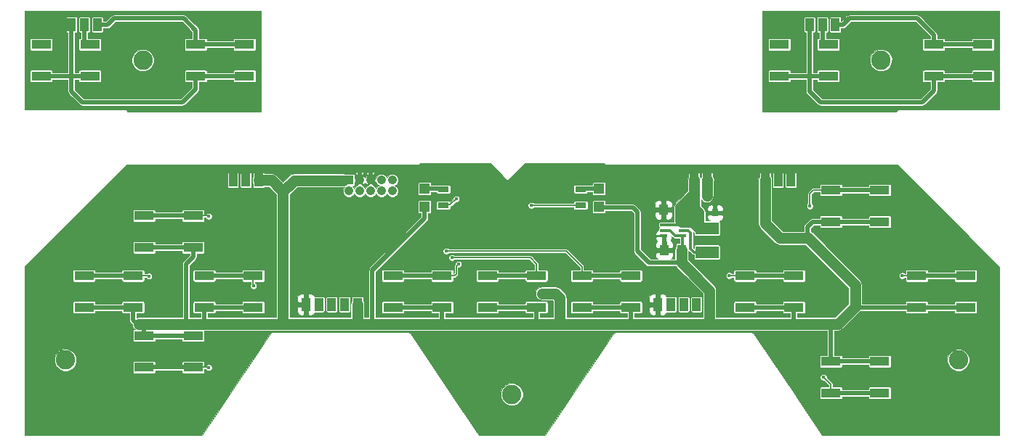
<source format=gbr>
G04 #@! TF.FileFunction,Copper,L1,Top,Signal*
%FSLAX46Y46*%
G04 Gerber Fmt 4.6, Leading zero omitted, Abs format (unit mm)*
G04 Created by KiCad (PCBNEW (2016-04-11 BZR 6687, Git f239aee)-product) date 4/14/2016 1:21:30 PM*
%MOMM*%
G01*
G04 APERTURE LIST*
%ADD10C,0.020000*%
%ADD11R,1.000000X1.250000*%
%ADD12R,1.198880X1.198880*%
%ADD13R,2.700000X1.400000*%
%ADD14R,2.300000X1.100000*%
%ADD15R,0.850000X0.350000*%
%ADD16C,2.250000*%
%ADD17R,1.300000X0.700000*%
%ADD18R,1.000000X1.500000*%
%ADD19R,0.800000X0.900000*%
%ADD20R,1.050000X1.050000*%
%ADD21C,1.050000*%
%ADD22C,0.452400*%
%ADD23C,0.508000*%
%ADD24C,1.270000*%
%ADD25C,0.304800*%
%ADD26C,0.152400*%
%ADD27C,0.025400*%
G04 APERTURE END LIST*
D10*
D11*
X89646000Y-36449000D03*
X87646000Y-36449000D03*
X89766400Y-41149600D03*
X87766400Y-41149600D03*
D12*
X59817000Y-36101020D03*
X59817000Y-34002980D03*
D13*
X92710000Y-41405000D03*
X92710000Y-38605000D03*
D14*
X107150000Y-57850000D03*
X107150000Y-54150000D03*
X112850000Y-54150000D03*
X112850000Y-57850000D03*
X122850000Y-44150000D03*
X122850000Y-47850000D03*
X117150000Y-47850000D03*
X117150000Y-44150000D03*
X102850000Y-44150000D03*
X102850000Y-47850000D03*
X97150000Y-47850000D03*
X97150000Y-44150000D03*
X112850000Y-34150000D03*
X112850000Y-37850000D03*
X107150000Y-37850000D03*
X107150000Y-34150000D03*
X32850000Y-37150000D03*
X32850000Y-40850000D03*
X27150000Y-40850000D03*
X27150000Y-37150000D03*
X27150000Y-54850000D03*
X27150000Y-51150000D03*
X32850000Y-51150000D03*
X32850000Y-54850000D03*
X25850000Y-44150000D03*
X25850000Y-47850000D03*
X20150000Y-47850000D03*
X20150000Y-44150000D03*
X39850000Y-44150000D03*
X39850000Y-47850000D03*
X34150000Y-47850000D03*
X34150000Y-44150000D03*
X61850000Y-44150000D03*
X61850000Y-47850000D03*
X56150000Y-47850000D03*
X56150000Y-44150000D03*
X83850000Y-44150000D03*
X83850000Y-47850000D03*
X78150000Y-47850000D03*
X78150000Y-44150000D03*
X72850000Y-44150000D03*
X72850000Y-47850000D03*
X67150000Y-47850000D03*
X67150000Y-44150000D03*
X20850000Y-17150000D03*
X20850000Y-20850000D03*
X15150000Y-20850000D03*
X15150000Y-17150000D03*
X38850000Y-17150000D03*
X38850000Y-20850000D03*
X33150000Y-20850000D03*
X33150000Y-17150000D03*
X106850000Y-17150000D03*
X106850000Y-20850000D03*
X101150000Y-20850000D03*
X101150000Y-17150000D03*
X124850000Y-17150000D03*
X124850000Y-20850000D03*
X119150000Y-20850000D03*
X119150000Y-17150000D03*
D15*
X89866400Y-38863600D03*
X89866400Y-38213600D03*
X89866400Y-39513600D03*
X87666400Y-39513600D03*
X87666400Y-38213600D03*
X87666400Y-38863600D03*
D16*
X27000000Y-19000000D03*
X113000000Y-19000000D03*
X18000000Y-54000000D03*
X122000000Y-54000000D03*
X70000000Y-58000000D03*
D12*
X80137000Y-36101020D03*
X80137000Y-34002980D03*
D17*
X62000000Y-35950000D03*
X62000000Y-34050000D03*
X78000000Y-35950000D03*
X78000000Y-34050000D03*
D18*
X20193000Y-14859000D03*
X21693000Y-14859000D03*
X18693000Y-14859000D03*
X106172000Y-14859000D03*
X107672000Y-14859000D03*
X104672000Y-14859000D03*
D19*
X91760000Y-36814000D03*
X93660000Y-36814000D03*
X92710000Y-34814000D03*
D18*
X91250000Y-33000000D03*
X92750000Y-33000000D03*
X52000000Y-47500000D03*
X49000000Y-47500000D03*
X50500000Y-47500000D03*
X47500000Y-47500000D03*
X46000000Y-47500000D03*
X93000000Y-47500000D03*
X90000000Y-47500000D03*
X91500000Y-47500000D03*
X88500000Y-47500000D03*
X87000000Y-47500000D03*
D20*
X51000000Y-33000000D03*
D21*
X52270000Y-33000000D03*
X53540000Y-33000000D03*
X54810000Y-33000000D03*
X56080000Y-33000000D03*
X52270000Y-34270000D03*
X53540000Y-34270000D03*
X54810000Y-34270000D03*
X56080000Y-34270000D03*
X51000000Y-34270000D03*
D18*
X39000000Y-33000000D03*
X37500000Y-33000000D03*
X40500000Y-33000000D03*
X101000000Y-33000000D03*
X99500000Y-33000000D03*
X102500000Y-33000000D03*
D22*
X81661000Y-36195000D03*
X73533000Y-46228000D03*
X63500000Y-35179000D03*
X72263000Y-35941000D03*
X62992000Y-42037000D03*
X62357000Y-41275000D03*
X63754000Y-42799000D03*
X39878000Y-45339000D03*
X27686000Y-44196000D03*
X34671000Y-54864000D03*
X34671000Y-37211000D03*
X104698800Y-36017200D03*
X95300800Y-44145200D03*
X115468400Y-44145200D03*
X106299000Y-56007000D03*
D23*
X81661000Y-36195000D02*
X80230980Y-36195000D01*
X80230980Y-36195000D02*
X80137000Y-36101020D01*
X81661000Y-36195000D02*
X84074000Y-36195000D01*
X89766400Y-42649400D02*
X85956400Y-42649400D01*
X85956400Y-42649400D02*
X84582000Y-41275000D01*
X84582000Y-41275000D02*
X84582000Y-36703000D01*
X84074000Y-36195000D02*
X84582000Y-36703000D01*
X107150000Y-37850000D02*
X105025000Y-37850000D01*
X104394000Y-38481000D02*
X104394000Y-39752600D01*
X105025000Y-37850000D02*
X104394000Y-38481000D01*
D24*
X99500000Y-33000000D02*
X99500000Y-38032000D01*
X99500000Y-38032000D02*
X101220600Y-39752600D01*
X101220600Y-39752600D02*
X104394000Y-39752600D01*
X109982000Y-45212000D02*
X109982000Y-47752000D01*
X104394000Y-39752600D02*
X104522600Y-39752600D01*
X104522600Y-39752600D02*
X109982000Y-45212000D01*
X40500000Y-33000000D02*
X42000000Y-33000000D01*
X42000000Y-33000000D02*
X43336600Y-34336600D01*
X52000000Y-47500000D02*
X52000000Y-49460000D01*
X52000000Y-49460000D02*
X52324000Y-49784000D01*
X93000000Y-47500000D02*
X93000000Y-49784000D01*
X89766400Y-41149600D02*
X89766400Y-42649400D01*
X93000000Y-45883000D02*
X93000000Y-47500000D01*
X89766400Y-42649400D02*
X93000000Y-45883000D01*
D25*
X89866400Y-39513600D02*
X89043600Y-39513600D01*
X88393600Y-38863600D02*
X87666400Y-38863600D01*
X89043600Y-39513600D02*
X88393600Y-38863600D01*
X89866400Y-39513600D02*
X89866400Y-41049600D01*
X89866400Y-41049600D02*
X89766400Y-41149600D01*
D23*
X53721000Y-49784000D02*
X53721000Y-43561000D01*
X59817000Y-37465000D02*
X59817000Y-36101020D01*
X53721000Y-43561000D02*
X59817000Y-37465000D01*
D24*
X75565000Y-46736000D02*
X75057000Y-46228000D01*
X75057000Y-46228000D02*
X73533000Y-46228000D01*
X75565000Y-46736000D02*
X75565000Y-49784000D01*
X83820000Y-49784000D02*
X85852000Y-49784000D01*
X85852000Y-49784000D02*
X92964000Y-49784000D01*
X93726000Y-49784000D02*
X92964000Y-49784000D01*
D23*
X61850000Y-47850000D02*
X56150000Y-47850000D01*
X61850000Y-47850000D02*
X61850000Y-49784000D01*
D26*
X61850000Y-49784000D02*
X61849000Y-49783000D01*
X61849000Y-49783000D02*
X61849000Y-49657000D01*
X61849000Y-49657000D02*
X61849000Y-49784000D01*
D23*
X20150000Y-47850000D02*
X25850000Y-47850000D01*
X32850000Y-40850000D02*
X27150000Y-40850000D01*
X39850000Y-47850000D02*
X34150000Y-47850000D01*
X32850000Y-51150000D02*
X27150000Y-51150000D01*
X112850000Y-54150000D02*
X107150000Y-54150000D01*
X122850000Y-47850000D02*
X117150000Y-47850000D01*
X112850000Y-37850000D02*
X107150000Y-37850000D01*
X102850000Y-47850000D02*
X97150000Y-47850000D01*
X83850000Y-47850000D02*
X78150000Y-47850000D01*
X67150000Y-47850000D02*
X72850000Y-47850000D01*
D24*
X49490000Y-33020000D02*
X50342800Y-33020000D01*
X49490000Y-33020000D02*
X44653200Y-33020000D01*
D25*
X50362800Y-33000000D02*
X51000000Y-33000000D01*
X50342800Y-33020000D02*
X50362800Y-33000000D01*
D24*
X61849000Y-49784000D02*
X53721000Y-49784000D01*
X53721000Y-49784000D02*
X52324000Y-49784000D01*
X52324000Y-49784000D02*
X52171600Y-49784000D01*
X52171600Y-49784000D02*
X48134000Y-49784000D01*
D23*
X72850000Y-47850000D02*
X72850000Y-49784000D01*
D26*
X72771000Y-49403000D02*
X72771000Y-49784000D01*
X72771000Y-49705000D02*
X72771000Y-49403000D01*
X72850000Y-49784000D02*
X72771000Y-49705000D01*
D24*
X64008000Y-49784000D02*
X63906400Y-49784000D01*
X63906400Y-49784000D02*
X61849000Y-49784000D01*
D23*
X83850000Y-47850000D02*
X83850000Y-49784000D01*
D26*
X83850000Y-49784000D02*
X83820000Y-49754000D01*
X83820000Y-49754000D02*
X83820000Y-49657000D01*
X83820000Y-49657000D02*
X83820000Y-49784000D01*
D23*
X117150000Y-47850000D02*
X110080000Y-47850000D01*
D26*
X110080000Y-47850000D02*
X109982000Y-47752000D01*
D23*
X107150000Y-54150000D02*
X107150000Y-50254000D01*
D26*
X107150000Y-50254000D02*
X106680000Y-49784000D01*
D23*
X102850000Y-47850000D02*
X102850000Y-49784000D01*
D26*
X102870000Y-49657000D02*
X102870000Y-49784000D01*
X102870000Y-49764000D02*
X102870000Y-49657000D01*
X102850000Y-49784000D02*
X102870000Y-49764000D01*
D23*
X32850000Y-40850000D02*
X32850000Y-41953000D01*
X32004000Y-42799000D02*
X32004000Y-49784000D01*
X32850000Y-41953000D02*
X32004000Y-42799000D01*
X27150000Y-51150000D02*
X27150000Y-49784000D01*
D26*
X27178000Y-50165000D02*
X27178000Y-49784000D01*
X27178000Y-49812000D02*
X27178000Y-50165000D01*
X27150000Y-49784000D02*
X27178000Y-49812000D01*
D23*
X34150000Y-47850000D02*
X34150000Y-49784000D01*
D26*
X34150000Y-49784000D02*
X34163000Y-49784000D01*
D23*
X25850000Y-47850000D02*
X25850000Y-49345000D01*
D24*
X26543000Y-49784000D02*
X27178000Y-49784000D01*
X27178000Y-49784000D02*
X32004000Y-49784000D01*
X32004000Y-49784000D02*
X32766000Y-49784000D01*
X32766000Y-49784000D02*
X34163000Y-49784000D01*
X34163000Y-49784000D02*
X42037000Y-49784000D01*
X65024000Y-49784000D02*
X64008000Y-49784000D01*
X109982000Y-47752000D02*
X107950000Y-49784000D01*
X107950000Y-49784000D02*
X106680000Y-49784000D01*
X106680000Y-49784000D02*
X102870000Y-49784000D01*
X83820000Y-49784000D02*
X78232000Y-49784000D01*
X78232000Y-49784000D02*
X75565000Y-49784000D01*
X75565000Y-49784000D02*
X74422000Y-49784000D01*
X74422000Y-49784000D02*
X72771000Y-49784000D01*
X72771000Y-49784000D02*
X65024000Y-49784000D01*
D26*
X26289000Y-49784000D02*
X26543000Y-49784000D01*
D23*
X25850000Y-49345000D02*
X26289000Y-49784000D01*
D24*
X45974000Y-49784000D02*
X48134000Y-49784000D01*
X102870000Y-49784000D02*
X93726000Y-49784000D01*
X44653200Y-33020000D02*
X43336600Y-34336600D01*
X43307000Y-49784000D02*
X45974000Y-49784000D01*
X42037000Y-49784000D02*
X43307000Y-49784000D01*
X43336600Y-34336600D02*
X43307000Y-34366200D01*
X43307000Y-49784000D02*
X43307000Y-34366200D01*
D23*
X53540000Y-33000000D02*
X53540000Y-31540000D01*
X52270000Y-33000000D02*
X52270000Y-31730000D01*
D24*
X89646000Y-36449000D02*
X89646000Y-36211000D01*
X89646000Y-36211000D02*
X91250000Y-34607000D01*
X92710000Y-38605000D02*
X91802000Y-38605000D01*
X91802000Y-38605000D02*
X89646000Y-36449000D01*
X89646000Y-36449000D02*
X89646000Y-37703000D01*
X89789000Y-37846000D02*
X91760000Y-37846000D01*
X89646000Y-37703000D02*
X89789000Y-37846000D01*
D25*
X89866400Y-38213600D02*
X87666400Y-38213600D01*
X89646000Y-38211000D02*
X89648600Y-38213600D01*
X89648600Y-38213600D02*
X89866400Y-38213600D01*
D24*
X89646000Y-36449000D02*
X91395000Y-36449000D01*
X91395000Y-36449000D02*
X91760000Y-36814000D01*
X91760000Y-36814000D02*
X91760000Y-37846000D01*
X91760000Y-37846000D02*
X91760000Y-38542000D01*
X91760000Y-38542000D02*
X91823000Y-38605000D01*
X91823000Y-38605000D02*
X92710000Y-38605000D01*
X91250000Y-33000000D02*
X91250000Y-34607000D01*
X91250000Y-34607000D02*
X91250000Y-36304000D01*
X91250000Y-36304000D02*
X91760000Y-36814000D01*
D23*
X59817000Y-34002980D02*
X61952980Y-34002980D01*
X61952980Y-34002980D02*
X62000000Y-34050000D01*
X61972020Y-34077980D02*
X62000000Y-34050000D01*
D26*
X62024020Y-34025980D02*
X62000000Y-34050000D01*
D23*
X80137000Y-34002980D02*
X78047020Y-34002980D01*
X78047020Y-34002980D02*
X78000000Y-34050000D01*
D26*
X62000000Y-35950000D02*
X62804000Y-35875000D01*
X62804000Y-35875000D02*
X63500000Y-35179000D01*
X72272000Y-35950000D02*
X72263000Y-35941000D01*
X78000000Y-35950000D02*
X72272000Y-35950000D01*
X72850000Y-44150000D02*
X72850000Y-42751000D01*
X72136000Y-42037000D02*
X62992000Y-42037000D01*
X72850000Y-42751000D02*
X72136000Y-42037000D01*
D23*
X72850000Y-44150000D02*
X67150000Y-44150000D01*
D26*
X78150000Y-44150000D02*
X78150000Y-43098000D01*
X78150000Y-43098000D02*
X76327000Y-41275000D01*
X76327000Y-41275000D02*
X62357000Y-41275000D01*
D23*
X78150000Y-44150000D02*
X83850000Y-44150000D01*
D26*
X61850000Y-44150000D02*
X63292000Y-44150000D01*
X63500000Y-43053000D02*
X63754000Y-42799000D01*
X63500000Y-43942000D02*
X63500000Y-43053000D01*
X63292000Y-44150000D02*
X63500000Y-43942000D01*
D23*
X56150000Y-44150000D02*
X61850000Y-44150000D01*
D26*
X39850000Y-45311000D02*
X39878000Y-45339000D01*
X39850000Y-44150000D02*
X39850000Y-45311000D01*
D23*
X34150000Y-44150000D02*
X39850000Y-44150000D01*
D26*
X27640000Y-44150000D02*
X25850000Y-44150000D01*
X27640000Y-44150000D02*
X27686000Y-44196000D01*
D23*
X25850000Y-44150000D02*
X20150000Y-44150000D01*
D26*
X32850000Y-54850000D02*
X34657000Y-54850000D01*
X34657000Y-54850000D02*
X34671000Y-54864000D01*
D23*
X27150000Y-54850000D02*
X32850000Y-54850000D01*
D26*
X32850000Y-37150000D02*
X34610000Y-37150000D01*
X34610000Y-37150000D02*
X34671000Y-37211000D01*
D23*
X27150000Y-37150000D02*
X32850000Y-37150000D01*
X107150000Y-34150000D02*
X112850000Y-34150000D01*
D26*
X107150000Y-34150000D02*
X105092800Y-34150000D01*
X104698800Y-34544000D02*
X104698800Y-36017200D01*
X105092800Y-34150000D02*
X104698800Y-34544000D01*
D23*
X97150000Y-44150000D02*
X102850000Y-44150000D01*
D26*
X95305600Y-44150000D02*
X97150000Y-44150000D01*
X95300800Y-44145200D02*
X95305600Y-44150000D01*
D23*
X117150000Y-44150000D02*
X122850000Y-44150000D01*
D26*
X117150000Y-44150000D02*
X115473200Y-44150000D01*
X115473200Y-44150000D02*
X115468400Y-44145200D01*
X107150000Y-57850000D02*
X107150000Y-56858000D01*
X107150000Y-56858000D02*
X106299000Y-56007000D01*
D23*
X107150000Y-57850000D02*
X112850000Y-57850000D01*
X20193000Y-14872000D02*
X20193000Y-16789400D01*
D25*
X20193000Y-16789400D02*
X20553600Y-17150000D01*
X20553600Y-17150000D02*
X20850000Y-17150000D01*
D23*
X33150000Y-17150000D02*
X38850000Y-17150000D01*
X21693000Y-14872000D02*
X22860000Y-14872000D01*
X33150000Y-15510000D02*
X33150000Y-17150000D01*
X31758000Y-14118000D02*
X33150000Y-15510000D01*
X23614000Y-14118000D02*
X31758000Y-14118000D01*
X22860000Y-14872000D02*
X23614000Y-14118000D01*
X106172000Y-17039000D02*
X106172000Y-14880000D01*
X109347000Y-14118000D02*
X108585000Y-14880000D01*
X117221000Y-14118000D02*
X109347000Y-14118000D01*
X119150000Y-16047000D02*
X117221000Y-14118000D01*
X119150000Y-17150000D02*
X119150000Y-16047000D01*
X108585000Y-14880000D02*
X107672000Y-14880000D01*
X119150000Y-17150000D02*
X124850000Y-17150000D01*
D25*
X89866400Y-38863600D02*
X90552600Y-38863600D01*
X91189000Y-41405000D02*
X92710000Y-41405000D01*
X90805000Y-41021000D02*
X91189000Y-41405000D01*
X90805000Y-39116000D02*
X90805000Y-41021000D01*
X90552600Y-38863600D02*
X90805000Y-39116000D01*
D23*
X31615000Y-23897000D02*
X33150000Y-22362000D01*
X19947000Y-23897000D02*
X31615000Y-23897000D01*
X33150000Y-20850000D02*
X33150000Y-22362000D01*
X18693000Y-22643000D02*
X19947000Y-23897000D01*
X18693000Y-22643000D02*
X18693000Y-20841000D01*
X38850000Y-20850000D02*
X33150000Y-20850000D01*
X15150000Y-20850000D02*
X18693000Y-20850000D01*
D25*
X18693000Y-20850000D02*
X18693000Y-20841000D01*
D23*
X20850000Y-20850000D02*
X18693000Y-20850000D01*
X18693000Y-14872000D02*
X18693000Y-20841000D01*
D25*
X18693000Y-20850000D02*
X18702000Y-20841000D01*
X18796000Y-20841000D02*
X18693000Y-20841000D01*
X18702000Y-20841000D02*
X18796000Y-20841000D01*
D23*
X104672000Y-20849000D02*
X101151000Y-20849000D01*
D25*
X101151000Y-20849000D02*
X101150000Y-20850000D01*
D23*
X124850000Y-20850000D02*
X119150000Y-20850000D01*
X104672000Y-20849000D02*
X106849000Y-20849000D01*
D25*
X106849000Y-20849000D02*
X106850000Y-20850000D01*
D23*
X104672000Y-14880000D02*
X104672000Y-20849000D01*
X104672000Y-20849000D02*
X104672000Y-22627000D01*
X117840000Y-23889000D02*
X119150000Y-22579000D01*
X119150000Y-22579000D02*
X119150000Y-20850000D01*
X117840000Y-23889000D02*
X105934000Y-23889000D01*
X104672000Y-22627000D02*
X105934000Y-23889000D01*
D24*
X92710000Y-33040000D02*
X92750000Y-33000000D01*
X92710000Y-34814000D02*
X92710000Y-33040000D01*
D27*
G36*
X69491020Y-33008980D02*
X69495140Y-33011733D01*
X69500000Y-33012700D01*
X69504860Y-33011733D01*
X69508980Y-33008980D01*
X71505260Y-31012700D01*
X80708502Y-31012700D01*
X80847901Y-31152099D01*
X80917685Y-31198726D01*
X81000000Y-31215101D01*
X81000005Y-31215100D01*
X99000000Y-31215100D01*
X99056304Y-31203900D01*
X114899702Y-31203900D01*
X126784900Y-43089097D01*
X126784900Y-62784900D01*
X106115118Y-62784900D01*
X102458518Y-57300000D01*
X105831666Y-57300000D01*
X105831666Y-58400000D01*
X105844480Y-58464419D01*
X105880970Y-58519030D01*
X105935581Y-58555520D01*
X106000000Y-58568334D01*
X108300000Y-58568334D01*
X108364419Y-58555520D01*
X108419030Y-58519030D01*
X108455520Y-58464419D01*
X108468334Y-58400000D01*
X108468334Y-58269100D01*
X111531666Y-58269100D01*
X111531666Y-58400000D01*
X111544480Y-58464419D01*
X111580970Y-58519030D01*
X111635581Y-58555520D01*
X111700000Y-58568334D01*
X114000000Y-58568334D01*
X114064419Y-58555520D01*
X114119030Y-58519030D01*
X114155520Y-58464419D01*
X114168334Y-58400000D01*
X114168334Y-57300000D01*
X114155520Y-57235581D01*
X114119030Y-57180970D01*
X114064419Y-57144480D01*
X114000000Y-57131666D01*
X111700000Y-57131666D01*
X111635581Y-57144480D01*
X111580970Y-57180970D01*
X111544480Y-57235581D01*
X111531666Y-57300000D01*
X111531666Y-57430900D01*
X108468334Y-57430900D01*
X108468334Y-57300000D01*
X108455520Y-57235581D01*
X108419030Y-57180970D01*
X108364419Y-57144480D01*
X108300000Y-57131666D01*
X107391300Y-57131666D01*
X107391300Y-56858000D01*
X107372933Y-56765659D01*
X107320625Y-56687375D01*
X106690257Y-56057007D01*
X106690368Y-55929507D01*
X106630921Y-55785636D01*
X106520943Y-55675465D01*
X106377176Y-55615768D01*
X106221507Y-55615632D01*
X106077636Y-55675079D01*
X105967465Y-55785057D01*
X105907768Y-55928824D01*
X105907632Y-56084493D01*
X105967079Y-56228364D01*
X106077057Y-56338535D01*
X106220824Y-56398232D01*
X106349094Y-56398344D01*
X106908700Y-56957950D01*
X106908700Y-57131666D01*
X106000000Y-57131666D01*
X105935581Y-57144480D01*
X105880970Y-57180970D01*
X105844480Y-57235581D01*
X105831666Y-57300000D01*
X102458518Y-57300000D01*
X98178974Y-50880684D01*
X98163932Y-50865610D01*
X98152099Y-50847901D01*
X98134575Y-50836192D01*
X98119690Y-50821276D01*
X98100022Y-50813105D01*
X98082315Y-50801274D01*
X98061649Y-50797163D01*
X98042185Y-50789077D01*
X98020888Y-50789055D01*
X98000000Y-50784900D01*
X82000000Y-50784900D01*
X81979112Y-50789055D01*
X81957815Y-50789077D01*
X81938352Y-50797163D01*
X81917685Y-50801274D01*
X81899975Y-50813107D01*
X81880310Y-50821277D01*
X81865427Y-50836191D01*
X81847901Y-50847901D01*
X81836068Y-50865611D01*
X81821026Y-50880684D01*
X73884882Y-62784900D01*
X66115118Y-62784900D01*
X63095512Y-58255491D01*
X68709676Y-58255491D01*
X68905668Y-58729828D01*
X69268263Y-59093056D01*
X69742257Y-59289876D01*
X70255491Y-59290324D01*
X70729828Y-59094332D01*
X71093056Y-58731737D01*
X71289876Y-58257743D01*
X71290324Y-57744509D01*
X71094332Y-57270172D01*
X70731737Y-56906944D01*
X70257743Y-56710124D01*
X69744509Y-56709676D01*
X69270172Y-56905668D01*
X68906944Y-57268263D01*
X68710124Y-57742257D01*
X68709676Y-58255491D01*
X63095512Y-58255491D01*
X58178974Y-50880684D01*
X58163932Y-50865610D01*
X58152099Y-50847901D01*
X58134575Y-50836192D01*
X58119690Y-50821276D01*
X58100022Y-50813105D01*
X58082315Y-50801274D01*
X58061649Y-50797163D01*
X58042185Y-50789077D01*
X58020888Y-50789055D01*
X58000000Y-50784900D01*
X42000000Y-50784900D01*
X41979112Y-50789055D01*
X41957815Y-50789077D01*
X41938352Y-50797163D01*
X41917685Y-50801274D01*
X41899975Y-50813107D01*
X41880310Y-50821277D01*
X41865427Y-50836191D01*
X41847901Y-50847901D01*
X41836068Y-50865611D01*
X41821026Y-50880684D01*
X33884882Y-62784900D01*
X13215100Y-62784900D01*
X13215100Y-54255491D01*
X16709676Y-54255491D01*
X16905668Y-54729828D01*
X17268263Y-55093056D01*
X17742257Y-55289876D01*
X18255491Y-55290324D01*
X18729828Y-55094332D01*
X19093056Y-54731737D01*
X19272329Y-54300000D01*
X25831666Y-54300000D01*
X25831666Y-55400000D01*
X25844480Y-55464419D01*
X25880970Y-55519030D01*
X25935581Y-55555520D01*
X26000000Y-55568334D01*
X28300000Y-55568334D01*
X28364419Y-55555520D01*
X28419030Y-55519030D01*
X28455520Y-55464419D01*
X28468334Y-55400000D01*
X28468334Y-55269100D01*
X31531666Y-55269100D01*
X31531666Y-55400000D01*
X31544480Y-55464419D01*
X31580970Y-55519030D01*
X31635581Y-55555520D01*
X31700000Y-55568334D01*
X34000000Y-55568334D01*
X34064419Y-55555520D01*
X34119030Y-55519030D01*
X34155520Y-55464419D01*
X34168334Y-55400000D01*
X34168334Y-55091300D01*
X34345005Y-55091300D01*
X34449057Y-55195535D01*
X34592824Y-55255232D01*
X34748493Y-55255368D01*
X34892364Y-55195921D01*
X35002535Y-55085943D01*
X35062232Y-54942176D01*
X35062368Y-54786507D01*
X35002921Y-54642636D01*
X34892943Y-54532465D01*
X34749176Y-54472768D01*
X34593507Y-54472632D01*
X34449636Y-54532079D01*
X34372881Y-54608700D01*
X34168334Y-54608700D01*
X34168334Y-54300000D01*
X34155520Y-54235581D01*
X34119030Y-54180970D01*
X34064419Y-54144480D01*
X34000000Y-54131666D01*
X31700000Y-54131666D01*
X31635581Y-54144480D01*
X31580970Y-54180970D01*
X31544480Y-54235581D01*
X31531666Y-54300000D01*
X31531666Y-54430900D01*
X28468334Y-54430900D01*
X28468334Y-54300000D01*
X28455520Y-54235581D01*
X28419030Y-54180970D01*
X28364419Y-54144480D01*
X28300000Y-54131666D01*
X26000000Y-54131666D01*
X25935581Y-54144480D01*
X25880970Y-54180970D01*
X25844480Y-54235581D01*
X25831666Y-54300000D01*
X19272329Y-54300000D01*
X19289876Y-54257743D01*
X19290324Y-53744509D01*
X19094332Y-53270172D01*
X18731737Y-52906944D01*
X18257743Y-52710124D01*
X17744509Y-52709676D01*
X17270172Y-52905668D01*
X16906944Y-53268263D01*
X16710124Y-53742257D01*
X16709676Y-54255491D01*
X13215100Y-54255491D01*
X13215100Y-47300000D01*
X18831666Y-47300000D01*
X18831666Y-48400000D01*
X18844480Y-48464419D01*
X18880970Y-48519030D01*
X18935581Y-48555520D01*
X19000000Y-48568334D01*
X21300000Y-48568334D01*
X21364419Y-48555520D01*
X21419030Y-48519030D01*
X21455520Y-48464419D01*
X21468334Y-48400000D01*
X21468334Y-48269100D01*
X24531666Y-48269100D01*
X24531666Y-48400000D01*
X24544480Y-48464419D01*
X24580970Y-48519030D01*
X24635581Y-48555520D01*
X24700000Y-48568334D01*
X25430900Y-48568334D01*
X25430900Y-49345000D01*
X25462802Y-49505383D01*
X25534961Y-49613375D01*
X25553652Y-49641348D01*
X25754470Y-49842166D01*
X25803804Y-50090185D01*
X25977244Y-50349756D01*
X26099831Y-50431666D01*
X26000000Y-50431666D01*
X25935581Y-50444480D01*
X25880970Y-50480970D01*
X25844480Y-50535581D01*
X25831666Y-50600000D01*
X25831666Y-51700000D01*
X25844480Y-51764419D01*
X25880970Y-51819030D01*
X25935581Y-51855520D01*
X26000000Y-51868334D01*
X28300000Y-51868334D01*
X28364419Y-51855520D01*
X28419030Y-51819030D01*
X28455520Y-51764419D01*
X28468334Y-51700000D01*
X28468334Y-51569100D01*
X31531666Y-51569100D01*
X31531666Y-51700000D01*
X31544480Y-51764419D01*
X31580970Y-51819030D01*
X31635581Y-51855520D01*
X31700000Y-51868334D01*
X34000000Y-51868334D01*
X34064419Y-51855520D01*
X34119030Y-51819030D01*
X34155520Y-51764419D01*
X34168334Y-51700000D01*
X34168334Y-50600000D01*
X34165171Y-50584100D01*
X106730900Y-50584100D01*
X106730900Y-53431666D01*
X106000000Y-53431666D01*
X105935581Y-53444480D01*
X105880970Y-53480970D01*
X105844480Y-53535581D01*
X105831666Y-53600000D01*
X105831666Y-54700000D01*
X105844480Y-54764419D01*
X105880970Y-54819030D01*
X105935581Y-54855520D01*
X106000000Y-54868334D01*
X108300000Y-54868334D01*
X108364419Y-54855520D01*
X108419030Y-54819030D01*
X108455520Y-54764419D01*
X108468334Y-54700000D01*
X108468334Y-54569100D01*
X111531666Y-54569100D01*
X111531666Y-54700000D01*
X111544480Y-54764419D01*
X111580970Y-54819030D01*
X111635581Y-54855520D01*
X111700000Y-54868334D01*
X114000000Y-54868334D01*
X114064419Y-54855520D01*
X114119030Y-54819030D01*
X114155520Y-54764419D01*
X114168334Y-54700000D01*
X114168334Y-54255491D01*
X120709676Y-54255491D01*
X120905668Y-54729828D01*
X121268263Y-55093056D01*
X121742257Y-55289876D01*
X122255491Y-55290324D01*
X122729828Y-55094332D01*
X123093056Y-54731737D01*
X123289876Y-54257743D01*
X123290324Y-53744509D01*
X123094332Y-53270172D01*
X122731737Y-52906944D01*
X122257743Y-52710124D01*
X121744509Y-52709676D01*
X121270172Y-52905668D01*
X120906944Y-53268263D01*
X120710124Y-53742257D01*
X120709676Y-54255491D01*
X114168334Y-54255491D01*
X114168334Y-53600000D01*
X114155520Y-53535581D01*
X114119030Y-53480970D01*
X114064419Y-53444480D01*
X114000000Y-53431666D01*
X111700000Y-53431666D01*
X111635581Y-53444480D01*
X111580970Y-53480970D01*
X111544480Y-53535581D01*
X111531666Y-53600000D01*
X111531666Y-53730900D01*
X108468334Y-53730900D01*
X108468334Y-53600000D01*
X108455520Y-53535581D01*
X108419030Y-53480970D01*
X108364419Y-53444480D01*
X108300000Y-53431666D01*
X107569100Y-53431666D01*
X107569100Y-50584100D01*
X107950000Y-50584100D01*
X108256185Y-50523196D01*
X108515756Y-50349756D01*
X110547756Y-48317756D01*
X110580267Y-48269100D01*
X115831666Y-48269100D01*
X115831666Y-48400000D01*
X115844480Y-48464419D01*
X115880970Y-48519030D01*
X115935581Y-48555520D01*
X116000000Y-48568334D01*
X118300000Y-48568334D01*
X118364419Y-48555520D01*
X118419030Y-48519030D01*
X118455520Y-48464419D01*
X118468334Y-48400000D01*
X118468334Y-48269100D01*
X121531666Y-48269100D01*
X121531666Y-48400000D01*
X121544480Y-48464419D01*
X121580970Y-48519030D01*
X121635581Y-48555520D01*
X121700000Y-48568334D01*
X124000000Y-48568334D01*
X124064419Y-48555520D01*
X124119030Y-48519030D01*
X124155520Y-48464419D01*
X124168334Y-48400000D01*
X124168334Y-47300000D01*
X124155520Y-47235581D01*
X124119030Y-47180970D01*
X124064419Y-47144480D01*
X124000000Y-47131666D01*
X121700000Y-47131666D01*
X121635581Y-47144480D01*
X121580970Y-47180970D01*
X121544480Y-47235581D01*
X121531666Y-47300000D01*
X121531666Y-47430900D01*
X118468334Y-47430900D01*
X118468334Y-47300000D01*
X118455520Y-47235581D01*
X118419030Y-47180970D01*
X118364419Y-47144480D01*
X118300000Y-47131666D01*
X116000000Y-47131666D01*
X115935581Y-47144480D01*
X115880970Y-47180970D01*
X115844480Y-47235581D01*
X115831666Y-47300000D01*
X115831666Y-47430900D01*
X110782100Y-47430900D01*
X110782100Y-45212000D01*
X110721196Y-44905815D01*
X110547756Y-44646244D01*
X110124205Y-44222693D01*
X115077032Y-44222693D01*
X115136479Y-44366564D01*
X115246457Y-44476735D01*
X115390224Y-44536432D01*
X115545893Y-44536568D01*
X115689764Y-44477121D01*
X115775736Y-44391300D01*
X115831666Y-44391300D01*
X115831666Y-44700000D01*
X115844480Y-44764419D01*
X115880970Y-44819030D01*
X115935581Y-44855520D01*
X116000000Y-44868334D01*
X118300000Y-44868334D01*
X118364419Y-44855520D01*
X118419030Y-44819030D01*
X118455520Y-44764419D01*
X118468334Y-44700000D01*
X118468334Y-44569100D01*
X121531666Y-44569100D01*
X121531666Y-44700000D01*
X121544480Y-44764419D01*
X121580970Y-44819030D01*
X121635581Y-44855520D01*
X121700000Y-44868334D01*
X124000000Y-44868334D01*
X124064419Y-44855520D01*
X124119030Y-44819030D01*
X124155520Y-44764419D01*
X124168334Y-44700000D01*
X124168334Y-43600000D01*
X124155520Y-43535581D01*
X124119030Y-43480970D01*
X124064419Y-43444480D01*
X124000000Y-43431666D01*
X121700000Y-43431666D01*
X121635581Y-43444480D01*
X121580970Y-43480970D01*
X121544480Y-43535581D01*
X121531666Y-43600000D01*
X121531666Y-43730900D01*
X118468334Y-43730900D01*
X118468334Y-43600000D01*
X118455520Y-43535581D01*
X118419030Y-43480970D01*
X118364419Y-43444480D01*
X118300000Y-43431666D01*
X116000000Y-43431666D01*
X115935581Y-43444480D01*
X115880970Y-43480970D01*
X115844480Y-43535581D01*
X115831666Y-43600000D01*
X115831666Y-43908700D01*
X115785212Y-43908700D01*
X115690343Y-43813665D01*
X115546576Y-43753968D01*
X115390907Y-43753832D01*
X115247036Y-43813279D01*
X115136865Y-43923257D01*
X115077168Y-44067024D01*
X115077032Y-44222693D01*
X110124205Y-44222693D01*
X105088356Y-39186844D01*
X104828785Y-39013404D01*
X104813100Y-39010284D01*
X104813100Y-38654596D01*
X105198597Y-38269100D01*
X105831666Y-38269100D01*
X105831666Y-38400000D01*
X105844480Y-38464419D01*
X105880970Y-38519030D01*
X105935581Y-38555520D01*
X106000000Y-38568334D01*
X108300000Y-38568334D01*
X108364419Y-38555520D01*
X108419030Y-38519030D01*
X108455520Y-38464419D01*
X108468334Y-38400000D01*
X108468334Y-38269100D01*
X111531666Y-38269100D01*
X111531666Y-38400000D01*
X111544480Y-38464419D01*
X111580970Y-38519030D01*
X111635581Y-38555520D01*
X111700000Y-38568334D01*
X114000000Y-38568334D01*
X114064419Y-38555520D01*
X114119030Y-38519030D01*
X114155520Y-38464419D01*
X114168334Y-38400000D01*
X114168334Y-37300000D01*
X114155520Y-37235581D01*
X114119030Y-37180970D01*
X114064419Y-37144480D01*
X114000000Y-37131666D01*
X111700000Y-37131666D01*
X111635581Y-37144480D01*
X111580970Y-37180970D01*
X111544480Y-37235581D01*
X111531666Y-37300000D01*
X111531666Y-37430900D01*
X108468334Y-37430900D01*
X108468334Y-37300000D01*
X108455520Y-37235581D01*
X108419030Y-37180970D01*
X108364419Y-37144480D01*
X108300000Y-37131666D01*
X106000000Y-37131666D01*
X105935581Y-37144480D01*
X105880970Y-37180970D01*
X105844480Y-37235581D01*
X105831666Y-37300000D01*
X105831666Y-37430900D01*
X105025000Y-37430900D01*
X104864617Y-37462802D01*
X104810157Y-37499191D01*
X104728652Y-37553651D01*
X104097652Y-38184652D01*
X104006802Y-38320617D01*
X103974900Y-38481000D01*
X103974900Y-38952500D01*
X101552012Y-38952500D01*
X100300100Y-37700588D01*
X100300100Y-36094693D01*
X104307432Y-36094693D01*
X104366879Y-36238564D01*
X104476857Y-36348735D01*
X104620624Y-36408432D01*
X104776293Y-36408568D01*
X104920164Y-36349121D01*
X105030335Y-36239143D01*
X105090032Y-36095376D01*
X105090168Y-35939707D01*
X105030721Y-35795836D01*
X104940100Y-35705056D01*
X104940100Y-34643950D01*
X105192750Y-34391300D01*
X105831666Y-34391300D01*
X105831666Y-34700000D01*
X105844480Y-34764419D01*
X105880970Y-34819030D01*
X105935581Y-34855520D01*
X106000000Y-34868334D01*
X108300000Y-34868334D01*
X108364419Y-34855520D01*
X108419030Y-34819030D01*
X108455520Y-34764419D01*
X108468334Y-34700000D01*
X108468334Y-34569100D01*
X111531666Y-34569100D01*
X111531666Y-34700000D01*
X111544480Y-34764419D01*
X111580970Y-34819030D01*
X111635581Y-34855520D01*
X111700000Y-34868334D01*
X114000000Y-34868334D01*
X114064419Y-34855520D01*
X114119030Y-34819030D01*
X114155520Y-34764419D01*
X114168334Y-34700000D01*
X114168334Y-33600000D01*
X114155520Y-33535581D01*
X114119030Y-33480970D01*
X114064419Y-33444480D01*
X114000000Y-33431666D01*
X111700000Y-33431666D01*
X111635581Y-33444480D01*
X111580970Y-33480970D01*
X111544480Y-33535581D01*
X111531666Y-33600000D01*
X111531666Y-33730900D01*
X108468334Y-33730900D01*
X108468334Y-33600000D01*
X108455520Y-33535581D01*
X108419030Y-33480970D01*
X108364419Y-33444480D01*
X108300000Y-33431666D01*
X106000000Y-33431666D01*
X105935581Y-33444480D01*
X105880970Y-33480970D01*
X105844480Y-33535581D01*
X105831666Y-33600000D01*
X105831666Y-33908700D01*
X105092800Y-33908700D01*
X105000458Y-33927068D01*
X104922175Y-33979375D01*
X104528175Y-34373375D01*
X104475868Y-34451658D01*
X104457500Y-34544000D01*
X104457500Y-35705180D01*
X104367265Y-35795257D01*
X104307568Y-35939024D01*
X104307432Y-36094693D01*
X100300100Y-36094693D01*
X100300100Y-33000000D01*
X100239196Y-32693815D01*
X100168334Y-32587763D01*
X100168334Y-32250000D01*
X100331666Y-32250000D01*
X100331666Y-33750000D01*
X100344480Y-33814419D01*
X100380970Y-33869030D01*
X100435581Y-33905520D01*
X100500000Y-33918334D01*
X101500000Y-33918334D01*
X101564419Y-33905520D01*
X101619030Y-33869030D01*
X101655520Y-33814419D01*
X101668334Y-33750000D01*
X101668334Y-32250000D01*
X101831666Y-32250000D01*
X101831666Y-33750000D01*
X101844480Y-33814419D01*
X101880970Y-33869030D01*
X101935581Y-33905520D01*
X102000000Y-33918334D01*
X103000000Y-33918334D01*
X103064419Y-33905520D01*
X103119030Y-33869030D01*
X103155520Y-33814419D01*
X103168334Y-33750000D01*
X103168334Y-32250000D01*
X103155520Y-32185581D01*
X103119030Y-32130970D01*
X103064419Y-32094480D01*
X103000000Y-32081666D01*
X102000000Y-32081666D01*
X101935581Y-32094480D01*
X101880970Y-32130970D01*
X101844480Y-32185581D01*
X101831666Y-32250000D01*
X101668334Y-32250000D01*
X101655520Y-32185581D01*
X101619030Y-32130970D01*
X101564419Y-32094480D01*
X101500000Y-32081666D01*
X100500000Y-32081666D01*
X100435581Y-32094480D01*
X100380970Y-32130970D01*
X100344480Y-32185581D01*
X100331666Y-32250000D01*
X100168334Y-32250000D01*
X100155520Y-32185581D01*
X100119030Y-32130970D01*
X100064419Y-32094480D01*
X100000000Y-32081666D01*
X99000000Y-32081666D01*
X98935581Y-32094480D01*
X98880970Y-32130970D01*
X98844480Y-32185581D01*
X98831666Y-32250000D01*
X98831666Y-32587763D01*
X98760804Y-32693815D01*
X98699900Y-33000000D01*
X98699900Y-38032000D01*
X98760804Y-38338185D01*
X98934244Y-38597756D01*
X100654844Y-40318356D01*
X100914415Y-40491796D01*
X101220600Y-40552700D01*
X104191188Y-40552700D01*
X109181900Y-45543412D01*
X109181900Y-47420588D01*
X107618588Y-48983900D01*
X103269100Y-48983900D01*
X103269100Y-48568334D01*
X104000000Y-48568334D01*
X104064419Y-48555520D01*
X104119030Y-48519030D01*
X104155520Y-48464419D01*
X104168334Y-48400000D01*
X104168334Y-47300000D01*
X104155520Y-47235581D01*
X104119030Y-47180970D01*
X104064419Y-47144480D01*
X104000000Y-47131666D01*
X101700000Y-47131666D01*
X101635581Y-47144480D01*
X101580970Y-47180970D01*
X101544480Y-47235581D01*
X101531666Y-47300000D01*
X101531666Y-47430900D01*
X98468334Y-47430900D01*
X98468334Y-47300000D01*
X98455520Y-47235581D01*
X98419030Y-47180970D01*
X98364419Y-47144480D01*
X98300000Y-47131666D01*
X96000000Y-47131666D01*
X95935581Y-47144480D01*
X95880970Y-47180970D01*
X95844480Y-47235581D01*
X95831666Y-47300000D01*
X95831666Y-48400000D01*
X95844480Y-48464419D01*
X95880970Y-48519030D01*
X95935581Y-48555520D01*
X96000000Y-48568334D01*
X98300000Y-48568334D01*
X98364419Y-48555520D01*
X98419030Y-48519030D01*
X98455520Y-48464419D01*
X98468334Y-48400000D01*
X98468334Y-48269100D01*
X101531666Y-48269100D01*
X101531666Y-48400000D01*
X101544480Y-48464419D01*
X101580970Y-48519030D01*
X101635581Y-48555520D01*
X101700000Y-48568334D01*
X102430900Y-48568334D01*
X102430900Y-48983900D01*
X93800100Y-48983900D01*
X93800100Y-45883000D01*
X93739196Y-45576815D01*
X93565756Y-45317244D01*
X92471205Y-44222693D01*
X94909432Y-44222693D01*
X94968879Y-44366564D01*
X95078857Y-44476735D01*
X95222624Y-44536432D01*
X95378293Y-44536568D01*
X95522164Y-44477121D01*
X95608136Y-44391300D01*
X95831666Y-44391300D01*
X95831666Y-44700000D01*
X95844480Y-44764419D01*
X95880970Y-44819030D01*
X95935581Y-44855520D01*
X96000000Y-44868334D01*
X98300000Y-44868334D01*
X98364419Y-44855520D01*
X98419030Y-44819030D01*
X98455520Y-44764419D01*
X98468334Y-44700000D01*
X98468334Y-44569100D01*
X101531666Y-44569100D01*
X101531666Y-44700000D01*
X101544480Y-44764419D01*
X101580970Y-44819030D01*
X101635581Y-44855520D01*
X101700000Y-44868334D01*
X104000000Y-44868334D01*
X104064419Y-44855520D01*
X104119030Y-44819030D01*
X104155520Y-44764419D01*
X104168334Y-44700000D01*
X104168334Y-43600000D01*
X104155520Y-43535581D01*
X104119030Y-43480970D01*
X104064419Y-43444480D01*
X104000000Y-43431666D01*
X101700000Y-43431666D01*
X101635581Y-43444480D01*
X101580970Y-43480970D01*
X101544480Y-43535581D01*
X101531666Y-43600000D01*
X101531666Y-43730900D01*
X98468334Y-43730900D01*
X98468334Y-43600000D01*
X98455520Y-43535581D01*
X98419030Y-43480970D01*
X98364419Y-43444480D01*
X98300000Y-43431666D01*
X96000000Y-43431666D01*
X95935581Y-43444480D01*
X95880970Y-43480970D01*
X95844480Y-43535581D01*
X95831666Y-43600000D01*
X95831666Y-43908700D01*
X95617612Y-43908700D01*
X95522743Y-43813665D01*
X95378976Y-43753968D01*
X95223307Y-43753832D01*
X95079436Y-43813279D01*
X94969265Y-43923257D01*
X94909568Y-44067024D01*
X94909432Y-44222693D01*
X92471205Y-44222693D01*
X90566500Y-42317988D01*
X90566500Y-41224563D01*
X90580494Y-41245506D01*
X90964494Y-41629506D01*
X91067498Y-41698332D01*
X91189000Y-41722500D01*
X91191666Y-41722500D01*
X91191666Y-42105000D01*
X91204480Y-42169419D01*
X91240970Y-42224030D01*
X91295581Y-42260520D01*
X91360000Y-42273334D01*
X94060000Y-42273334D01*
X94124419Y-42260520D01*
X94179030Y-42224030D01*
X94215520Y-42169419D01*
X94228334Y-42105000D01*
X94228334Y-40705000D01*
X94215520Y-40640581D01*
X94179030Y-40585970D01*
X94124419Y-40549480D01*
X94060000Y-40536666D01*
X91360000Y-40536666D01*
X91295581Y-40549480D01*
X91240970Y-40585970D01*
X91204480Y-40640581D01*
X91191666Y-40705000D01*
X91191666Y-40958654D01*
X91122500Y-40889488D01*
X91122500Y-39116000D01*
X91107853Y-39042365D01*
X91191666Y-39126178D01*
X91191666Y-39305000D01*
X91204480Y-39369419D01*
X91240970Y-39424030D01*
X91295581Y-39460520D01*
X91360000Y-39473334D01*
X94060000Y-39473334D01*
X94124419Y-39460520D01*
X94179030Y-39424030D01*
X94215520Y-39369419D01*
X94228334Y-39305000D01*
X94228334Y-37905000D01*
X94215520Y-37840581D01*
X94179030Y-37785970D01*
X94171942Y-37781234D01*
X94354953Y-37705428D01*
X94501428Y-37558953D01*
X94580700Y-37367573D01*
X94580700Y-37169175D01*
X94450525Y-37039000D01*
X93860000Y-37039000D01*
X93860000Y-37075300D01*
X93460000Y-37075300D01*
X93460000Y-37039000D01*
X92869475Y-37039000D01*
X92739300Y-37169175D01*
X92739300Y-37367573D01*
X92818572Y-37558953D01*
X92965047Y-37705428D01*
X93040462Y-37736666D01*
X92560100Y-37736666D01*
X92560100Y-36814000D01*
X92499196Y-36507815D01*
X92333897Y-36260427D01*
X92739300Y-36260427D01*
X92739300Y-36458825D01*
X92869475Y-36589000D01*
X93460000Y-36589000D01*
X93460000Y-35973475D01*
X93860000Y-35973475D01*
X93860000Y-36589000D01*
X94450525Y-36589000D01*
X94580700Y-36458825D01*
X94580700Y-36260427D01*
X94501428Y-36069047D01*
X94354953Y-35922572D01*
X94163574Y-35843300D01*
X93990175Y-35843300D01*
X93860000Y-35973475D01*
X93460000Y-35973475D01*
X93329825Y-35843300D01*
X93156426Y-35843300D01*
X92965047Y-35922572D01*
X92818572Y-36069047D01*
X92739300Y-36260427D01*
X92333897Y-36260427D01*
X92325756Y-36248244D01*
X92050100Y-35972588D01*
X92050100Y-35238860D01*
X92144244Y-35379756D01*
X92403815Y-35553196D01*
X92710000Y-35614100D01*
X93016185Y-35553196D01*
X93275756Y-35379756D01*
X93449196Y-35120185D01*
X93510100Y-34814000D01*
X93510100Y-33201094D01*
X93550100Y-33000000D01*
X93489196Y-32693815D01*
X93418334Y-32587763D01*
X93418334Y-32250000D01*
X93405520Y-32185581D01*
X93369030Y-32130970D01*
X93314419Y-32094480D01*
X93250000Y-32081666D01*
X92250000Y-32081666D01*
X92185581Y-32094480D01*
X92130970Y-32130970D01*
X92094480Y-32185581D01*
X92081666Y-32250000D01*
X92081666Y-32567898D01*
X91991108Y-32703428D01*
X91989196Y-32693815D01*
X91918334Y-32587763D01*
X91918334Y-32250000D01*
X91905520Y-32185581D01*
X91869030Y-32130970D01*
X91814419Y-32094480D01*
X91750000Y-32081666D01*
X90750000Y-32081666D01*
X90685581Y-32094480D01*
X90630970Y-32130970D01*
X90594480Y-32185581D01*
X90581666Y-32250000D01*
X90581666Y-32587763D01*
X90510804Y-32693815D01*
X90449900Y-33000000D01*
X90449900Y-34275588D01*
X89080244Y-35645244D01*
X89051117Y-35688835D01*
X89026970Y-35704970D01*
X88990480Y-35759581D01*
X88984814Y-35788065D01*
X88906804Y-35904815D01*
X88845900Y-36211000D01*
X88845900Y-37703000D01*
X88884310Y-37896100D01*
X88175305Y-37896100D01*
X88155819Y-37883080D01*
X88091400Y-37870266D01*
X87241400Y-37870266D01*
X87176981Y-37883080D01*
X87122370Y-37919570D01*
X87085880Y-37974181D01*
X87073066Y-38038600D01*
X87073066Y-38388600D01*
X87085880Y-38453019D01*
X87122370Y-38507630D01*
X87168720Y-38538600D01*
X87122370Y-38569570D01*
X87085880Y-38624181D01*
X87073066Y-38688600D01*
X87073066Y-38844725D01*
X86946447Y-38897172D01*
X86799972Y-39043647D01*
X86720700Y-39235026D01*
X86720700Y-39295925D01*
X86850875Y-39426100D01*
X87453900Y-39426100D01*
X87453900Y-39338600D01*
X87878900Y-39338600D01*
X87878900Y-39426100D01*
X87927700Y-39426100D01*
X87927700Y-39601100D01*
X87878900Y-39601100D01*
X87878900Y-40079125D01*
X88007700Y-40207925D01*
X88007700Y-40908300D01*
X88656925Y-40908300D01*
X88787100Y-40778125D01*
X88787100Y-40421027D01*
X88707828Y-40229647D01*
X88561353Y-40083172D01*
X88470742Y-40045639D01*
X88532828Y-39983553D01*
X88612100Y-39792174D01*
X88612100Y-39531113D01*
X88819094Y-39738107D01*
X88900011Y-39792174D01*
X88922098Y-39806932D01*
X89043600Y-39831100D01*
X89357495Y-39831100D01*
X89376981Y-39844120D01*
X89441400Y-39856934D01*
X89548900Y-39856934D01*
X89548900Y-40356266D01*
X89266400Y-40356266D01*
X89201981Y-40369080D01*
X89147370Y-40405570D01*
X89110880Y-40460181D01*
X89098066Y-40524600D01*
X89098066Y-40737363D01*
X89027204Y-40843415D01*
X88966300Y-41149600D01*
X88966300Y-42230300D01*
X88526897Y-42230300D01*
X88561353Y-42216028D01*
X88707828Y-42069553D01*
X88787100Y-41878173D01*
X88787100Y-41521075D01*
X88656925Y-41390900D01*
X88007700Y-41390900D01*
X88007700Y-41410900D01*
X87525100Y-41410900D01*
X87525100Y-41390900D01*
X86875875Y-41390900D01*
X86745700Y-41521075D01*
X86745700Y-41878173D01*
X86824972Y-42069553D01*
X86971447Y-42216028D01*
X87005903Y-42230300D01*
X86129997Y-42230300D01*
X85001100Y-41101404D01*
X85001100Y-39731275D01*
X86720700Y-39731275D01*
X86720700Y-39792174D01*
X86799972Y-39983553D01*
X86935519Y-40119100D01*
X86824972Y-40229647D01*
X86745700Y-40421027D01*
X86745700Y-40778125D01*
X86875875Y-40908300D01*
X87525100Y-40908300D01*
X87525100Y-40134075D01*
X87453900Y-40062875D01*
X87453900Y-39601100D01*
X86850875Y-39601100D01*
X86720700Y-39731275D01*
X85001100Y-39731275D01*
X85001100Y-36820475D01*
X86625300Y-36820475D01*
X86625300Y-37177573D01*
X86704572Y-37368953D01*
X86851047Y-37515428D01*
X87042426Y-37594700D01*
X87274525Y-37594700D01*
X87404700Y-37464525D01*
X87404700Y-36690300D01*
X87887300Y-36690300D01*
X87887300Y-37464525D01*
X88017475Y-37594700D01*
X88249574Y-37594700D01*
X88440953Y-37515428D01*
X88587428Y-37368953D01*
X88666700Y-37177573D01*
X88666700Y-36820475D01*
X88536525Y-36690300D01*
X87887300Y-36690300D01*
X87404700Y-36690300D01*
X86755475Y-36690300D01*
X86625300Y-36820475D01*
X85001100Y-36820475D01*
X85001100Y-36703000D01*
X84969198Y-36542617D01*
X84945944Y-36507815D01*
X84878348Y-36406651D01*
X84370348Y-35898652D01*
X84234383Y-35807802D01*
X84074000Y-35775900D01*
X80904774Y-35775900D01*
X80904774Y-35720427D01*
X86625300Y-35720427D01*
X86625300Y-36077525D01*
X86755475Y-36207700D01*
X87404700Y-36207700D01*
X87404700Y-35433475D01*
X87887300Y-35433475D01*
X87887300Y-36207700D01*
X88536525Y-36207700D01*
X88666700Y-36077525D01*
X88666700Y-35720427D01*
X88587428Y-35529047D01*
X88440953Y-35382572D01*
X88249574Y-35303300D01*
X88017475Y-35303300D01*
X87887300Y-35433475D01*
X87404700Y-35433475D01*
X87274525Y-35303300D01*
X87042426Y-35303300D01*
X86851047Y-35382572D01*
X86704572Y-35529047D01*
X86625300Y-35720427D01*
X80904774Y-35720427D01*
X80904774Y-35501580D01*
X80891960Y-35437161D01*
X80855470Y-35382550D01*
X80800859Y-35346060D01*
X80736440Y-35333246D01*
X79537560Y-35333246D01*
X79473141Y-35346060D01*
X79418530Y-35382550D01*
X79382040Y-35437161D01*
X79369226Y-35501580D01*
X79369226Y-36700460D01*
X79382040Y-36764879D01*
X79418530Y-36819490D01*
X79473141Y-36855980D01*
X79537560Y-36868794D01*
X80736440Y-36868794D01*
X80800859Y-36855980D01*
X80855470Y-36819490D01*
X80891960Y-36764879D01*
X80904774Y-36700460D01*
X80904774Y-36614100D01*
X83900404Y-36614100D01*
X84162900Y-36876597D01*
X84162900Y-41275000D01*
X84194802Y-41435383D01*
X84248870Y-41516300D01*
X84285652Y-41571348D01*
X85660051Y-42945748D01*
X85749714Y-43005659D01*
X85796017Y-43036598D01*
X85956400Y-43068500D01*
X89102651Y-43068500D01*
X89200644Y-43215156D01*
X92199900Y-46214412D01*
X92199900Y-48983900D01*
X84269100Y-48983900D01*
X84269100Y-48568334D01*
X85000000Y-48568334D01*
X85064419Y-48555520D01*
X85119030Y-48519030D01*
X85155520Y-48464419D01*
X85168334Y-48400000D01*
X85168334Y-47871475D01*
X85979300Y-47871475D01*
X85979300Y-48353573D01*
X86058572Y-48544953D01*
X86205047Y-48691428D01*
X86396426Y-48770700D01*
X86628525Y-48770700D01*
X86758700Y-48640525D01*
X86758700Y-47741300D01*
X86109475Y-47741300D01*
X85979300Y-47871475D01*
X85168334Y-47871475D01*
X85168334Y-47300000D01*
X85155520Y-47235581D01*
X85119030Y-47180970D01*
X85064419Y-47144480D01*
X85000000Y-47131666D01*
X82700000Y-47131666D01*
X82635581Y-47144480D01*
X82580970Y-47180970D01*
X82544480Y-47235581D01*
X82531666Y-47300000D01*
X82531666Y-47430900D01*
X79468334Y-47430900D01*
X79468334Y-47300000D01*
X79455520Y-47235581D01*
X79419030Y-47180970D01*
X79364419Y-47144480D01*
X79300000Y-47131666D01*
X77000000Y-47131666D01*
X76935581Y-47144480D01*
X76880970Y-47180970D01*
X76844480Y-47235581D01*
X76831666Y-47300000D01*
X76831666Y-48400000D01*
X76844480Y-48464419D01*
X76880970Y-48519030D01*
X76935581Y-48555520D01*
X77000000Y-48568334D01*
X79300000Y-48568334D01*
X79364419Y-48555520D01*
X79419030Y-48519030D01*
X79455520Y-48464419D01*
X79468334Y-48400000D01*
X79468334Y-48269100D01*
X82531666Y-48269100D01*
X82531666Y-48400000D01*
X82544480Y-48464419D01*
X82580970Y-48519030D01*
X82635581Y-48555520D01*
X82700000Y-48568334D01*
X83430900Y-48568334D01*
X83430900Y-48983900D01*
X76365100Y-48983900D01*
X76365100Y-46736000D01*
X76347283Y-46646427D01*
X85979300Y-46646427D01*
X85979300Y-47128525D01*
X86109475Y-47258700D01*
X86758700Y-47258700D01*
X86758700Y-46359475D01*
X87241300Y-46359475D01*
X87241300Y-47258700D01*
X87261300Y-47258700D01*
X87261300Y-47741300D01*
X87241300Y-47741300D01*
X87241300Y-48640525D01*
X87371475Y-48770700D01*
X87603574Y-48770700D01*
X87794953Y-48691428D01*
X87941428Y-48544953D01*
X87994341Y-48417208D01*
X88000000Y-48418334D01*
X89000000Y-48418334D01*
X89064419Y-48405520D01*
X89119030Y-48369030D01*
X89155520Y-48314419D01*
X89168334Y-48250000D01*
X89168334Y-46750000D01*
X89331666Y-46750000D01*
X89331666Y-48250000D01*
X89344480Y-48314419D01*
X89380970Y-48369030D01*
X89435581Y-48405520D01*
X89500000Y-48418334D01*
X90500000Y-48418334D01*
X90564419Y-48405520D01*
X90619030Y-48369030D01*
X90655520Y-48314419D01*
X90668334Y-48250000D01*
X90668334Y-46750000D01*
X90831666Y-46750000D01*
X90831666Y-48250000D01*
X90844480Y-48314419D01*
X90880970Y-48369030D01*
X90935581Y-48405520D01*
X91000000Y-48418334D01*
X92000000Y-48418334D01*
X92064419Y-48405520D01*
X92119030Y-48369030D01*
X92155520Y-48314419D01*
X92168334Y-48250000D01*
X92168334Y-46750000D01*
X92155520Y-46685581D01*
X92119030Y-46630970D01*
X92064419Y-46594480D01*
X92000000Y-46581666D01*
X91000000Y-46581666D01*
X90935581Y-46594480D01*
X90880970Y-46630970D01*
X90844480Y-46685581D01*
X90831666Y-46750000D01*
X90668334Y-46750000D01*
X90655520Y-46685581D01*
X90619030Y-46630970D01*
X90564419Y-46594480D01*
X90500000Y-46581666D01*
X89500000Y-46581666D01*
X89435581Y-46594480D01*
X89380970Y-46630970D01*
X89344480Y-46685581D01*
X89331666Y-46750000D01*
X89168334Y-46750000D01*
X89155520Y-46685581D01*
X89119030Y-46630970D01*
X89064419Y-46594480D01*
X89000000Y-46581666D01*
X88000000Y-46581666D01*
X87994341Y-46582792D01*
X87941428Y-46455047D01*
X87794953Y-46308572D01*
X87603574Y-46229300D01*
X87371475Y-46229300D01*
X87241300Y-46359475D01*
X86758700Y-46359475D01*
X86628525Y-46229300D01*
X86396426Y-46229300D01*
X86205047Y-46308572D01*
X86058572Y-46455047D01*
X85979300Y-46646427D01*
X76347283Y-46646427D01*
X76304196Y-46429815D01*
X76130756Y-46170244D01*
X75622756Y-45662244D01*
X75363185Y-45488804D01*
X75057000Y-45427900D01*
X73533000Y-45427900D01*
X73226815Y-45488804D01*
X72967244Y-45662244D01*
X72793804Y-45921815D01*
X72732900Y-46228000D01*
X72793804Y-46534185D01*
X72967244Y-46793756D01*
X73226815Y-46967196D01*
X73533000Y-47028100D01*
X74725588Y-47028100D01*
X74764900Y-47067412D01*
X74764900Y-48983900D01*
X73269100Y-48983900D01*
X73269100Y-48568334D01*
X74000000Y-48568334D01*
X74064419Y-48555520D01*
X74119030Y-48519030D01*
X74155520Y-48464419D01*
X74168334Y-48400000D01*
X74168334Y-47300000D01*
X74155520Y-47235581D01*
X74119030Y-47180970D01*
X74064419Y-47144480D01*
X74000000Y-47131666D01*
X71700000Y-47131666D01*
X71635581Y-47144480D01*
X71580970Y-47180970D01*
X71544480Y-47235581D01*
X71531666Y-47300000D01*
X71531666Y-47430900D01*
X68468334Y-47430900D01*
X68468334Y-47300000D01*
X68455520Y-47235581D01*
X68419030Y-47180970D01*
X68364419Y-47144480D01*
X68300000Y-47131666D01*
X66000000Y-47131666D01*
X65935581Y-47144480D01*
X65880970Y-47180970D01*
X65844480Y-47235581D01*
X65831666Y-47300000D01*
X65831666Y-48400000D01*
X65844480Y-48464419D01*
X65880970Y-48519030D01*
X65935581Y-48555520D01*
X66000000Y-48568334D01*
X68300000Y-48568334D01*
X68364419Y-48555520D01*
X68419030Y-48519030D01*
X68455520Y-48464419D01*
X68468334Y-48400000D01*
X68468334Y-48269100D01*
X71531666Y-48269100D01*
X71531666Y-48400000D01*
X71544480Y-48464419D01*
X71580970Y-48519030D01*
X71635581Y-48555520D01*
X71700000Y-48568334D01*
X72430900Y-48568334D01*
X72430900Y-48983900D01*
X62269100Y-48983900D01*
X62269100Y-48568334D01*
X63000000Y-48568334D01*
X63064419Y-48555520D01*
X63119030Y-48519030D01*
X63155520Y-48464419D01*
X63168334Y-48400000D01*
X63168334Y-47300000D01*
X63155520Y-47235581D01*
X63119030Y-47180970D01*
X63064419Y-47144480D01*
X63000000Y-47131666D01*
X60700000Y-47131666D01*
X60635581Y-47144480D01*
X60580970Y-47180970D01*
X60544480Y-47235581D01*
X60531666Y-47300000D01*
X60531666Y-47430900D01*
X57468334Y-47430900D01*
X57468334Y-47300000D01*
X57455520Y-47235581D01*
X57419030Y-47180970D01*
X57364419Y-47144480D01*
X57300000Y-47131666D01*
X55000000Y-47131666D01*
X54935581Y-47144480D01*
X54880970Y-47180970D01*
X54844480Y-47235581D01*
X54831666Y-47300000D01*
X54831666Y-48400000D01*
X54844480Y-48464419D01*
X54880970Y-48519030D01*
X54935581Y-48555520D01*
X55000000Y-48568334D01*
X57300000Y-48568334D01*
X57364419Y-48555520D01*
X57419030Y-48519030D01*
X57455520Y-48464419D01*
X57468334Y-48400000D01*
X57468334Y-48269100D01*
X60531666Y-48269100D01*
X60531666Y-48400000D01*
X60544480Y-48464419D01*
X60580970Y-48519030D01*
X60635581Y-48555520D01*
X60700000Y-48568334D01*
X61430900Y-48568334D01*
X61430900Y-48983900D01*
X54140100Y-48983900D01*
X54140100Y-43734596D01*
X54274696Y-43600000D01*
X54831666Y-43600000D01*
X54831666Y-44700000D01*
X54844480Y-44764419D01*
X54880970Y-44819030D01*
X54935581Y-44855520D01*
X55000000Y-44868334D01*
X57300000Y-44868334D01*
X57364419Y-44855520D01*
X57419030Y-44819030D01*
X57455520Y-44764419D01*
X57468334Y-44700000D01*
X57468334Y-44569100D01*
X60531666Y-44569100D01*
X60531666Y-44700000D01*
X60544480Y-44764419D01*
X60580970Y-44819030D01*
X60635581Y-44855520D01*
X60700000Y-44868334D01*
X63000000Y-44868334D01*
X63064419Y-44855520D01*
X63119030Y-44819030D01*
X63155520Y-44764419D01*
X63168334Y-44700000D01*
X63168334Y-44391300D01*
X63292000Y-44391300D01*
X63384342Y-44372932D01*
X63462625Y-44320625D01*
X63670625Y-44112625D01*
X63700638Y-44067707D01*
X63722932Y-44034342D01*
X63741300Y-43942000D01*
X63741300Y-43190289D01*
X63831493Y-43190368D01*
X63975364Y-43130921D01*
X64085535Y-43020943D01*
X64145232Y-42877176D01*
X64145368Y-42721507D01*
X64085921Y-42577636D01*
X63975943Y-42467465D01*
X63832176Y-42407768D01*
X63676507Y-42407632D01*
X63532636Y-42467079D01*
X63422465Y-42577057D01*
X63362768Y-42720824D01*
X63362656Y-42849094D01*
X63329375Y-42882375D01*
X63277068Y-42960658D01*
X63258700Y-43053000D01*
X63258700Y-43842050D01*
X63192050Y-43908700D01*
X63168334Y-43908700D01*
X63168334Y-43600000D01*
X63155520Y-43535581D01*
X63119030Y-43480970D01*
X63064419Y-43444480D01*
X63000000Y-43431666D01*
X60700000Y-43431666D01*
X60635581Y-43444480D01*
X60580970Y-43480970D01*
X60544480Y-43535581D01*
X60531666Y-43600000D01*
X60531666Y-43730900D01*
X57468334Y-43730900D01*
X57468334Y-43600000D01*
X57455520Y-43535581D01*
X57419030Y-43480970D01*
X57364419Y-43444480D01*
X57300000Y-43431666D01*
X55000000Y-43431666D01*
X54935581Y-43444480D01*
X54880970Y-43480970D01*
X54844480Y-43535581D01*
X54831666Y-43600000D01*
X54274696Y-43600000D01*
X55760203Y-42114493D01*
X62600632Y-42114493D01*
X62660079Y-42258364D01*
X62770057Y-42368535D01*
X62913824Y-42428232D01*
X63069493Y-42428368D01*
X63213364Y-42368921D01*
X63304144Y-42278300D01*
X72036050Y-42278300D01*
X72608700Y-42850950D01*
X72608700Y-43431666D01*
X71700000Y-43431666D01*
X71635581Y-43444480D01*
X71580970Y-43480970D01*
X71544480Y-43535581D01*
X71531666Y-43600000D01*
X71531666Y-43730900D01*
X68468334Y-43730900D01*
X68468334Y-43600000D01*
X68455520Y-43535581D01*
X68419030Y-43480970D01*
X68364419Y-43444480D01*
X68300000Y-43431666D01*
X66000000Y-43431666D01*
X65935581Y-43444480D01*
X65880970Y-43480970D01*
X65844480Y-43535581D01*
X65831666Y-43600000D01*
X65831666Y-44700000D01*
X65844480Y-44764419D01*
X65880970Y-44819030D01*
X65935581Y-44855520D01*
X66000000Y-44868334D01*
X68300000Y-44868334D01*
X68364419Y-44855520D01*
X68419030Y-44819030D01*
X68455520Y-44764419D01*
X68468334Y-44700000D01*
X68468334Y-44569100D01*
X71531666Y-44569100D01*
X71531666Y-44700000D01*
X71544480Y-44764419D01*
X71580970Y-44819030D01*
X71635581Y-44855520D01*
X71700000Y-44868334D01*
X74000000Y-44868334D01*
X74064419Y-44855520D01*
X74119030Y-44819030D01*
X74155520Y-44764419D01*
X74168334Y-44700000D01*
X74168334Y-43600000D01*
X74155520Y-43535581D01*
X74119030Y-43480970D01*
X74064419Y-43444480D01*
X74000000Y-43431666D01*
X73091300Y-43431666D01*
X73091300Y-42751000D01*
X73072932Y-42658658D01*
X73020625Y-42580375D01*
X72306625Y-41866375D01*
X72281070Y-41849300D01*
X72228342Y-41814068D01*
X72136000Y-41795700D01*
X63304020Y-41795700D01*
X63213943Y-41705465D01*
X63070176Y-41645768D01*
X62914507Y-41645632D01*
X62770636Y-41705079D01*
X62660465Y-41815057D01*
X62600768Y-41958824D01*
X62600632Y-42114493D01*
X55760203Y-42114493D01*
X56522203Y-41352493D01*
X61965632Y-41352493D01*
X62025079Y-41496364D01*
X62135057Y-41606535D01*
X62278824Y-41666232D01*
X62434493Y-41666368D01*
X62578364Y-41606921D01*
X62669144Y-41516300D01*
X76227050Y-41516300D01*
X77908700Y-43197950D01*
X77908700Y-43431666D01*
X77000000Y-43431666D01*
X76935581Y-43444480D01*
X76880970Y-43480970D01*
X76844480Y-43535581D01*
X76831666Y-43600000D01*
X76831666Y-44700000D01*
X76844480Y-44764419D01*
X76880970Y-44819030D01*
X76935581Y-44855520D01*
X77000000Y-44868334D01*
X79300000Y-44868334D01*
X79364419Y-44855520D01*
X79419030Y-44819030D01*
X79455520Y-44764419D01*
X79468334Y-44700000D01*
X79468334Y-44569100D01*
X82531666Y-44569100D01*
X82531666Y-44700000D01*
X82544480Y-44764419D01*
X82580970Y-44819030D01*
X82635581Y-44855520D01*
X82700000Y-44868334D01*
X85000000Y-44868334D01*
X85064419Y-44855520D01*
X85119030Y-44819030D01*
X85155520Y-44764419D01*
X85168334Y-44700000D01*
X85168334Y-43600000D01*
X85155520Y-43535581D01*
X85119030Y-43480970D01*
X85064419Y-43444480D01*
X85000000Y-43431666D01*
X82700000Y-43431666D01*
X82635581Y-43444480D01*
X82580970Y-43480970D01*
X82544480Y-43535581D01*
X82531666Y-43600000D01*
X82531666Y-43730900D01*
X79468334Y-43730900D01*
X79468334Y-43600000D01*
X79455520Y-43535581D01*
X79419030Y-43480970D01*
X79364419Y-43444480D01*
X79300000Y-43431666D01*
X78391300Y-43431666D01*
X78391300Y-43098000D01*
X78372932Y-43005658D01*
X78320625Y-42927375D01*
X76497625Y-41104375D01*
X76419342Y-41052068D01*
X76327000Y-41033700D01*
X62669020Y-41033700D01*
X62578943Y-40943465D01*
X62435176Y-40883768D01*
X62279507Y-40883632D01*
X62135636Y-40943079D01*
X62025465Y-41053057D01*
X61965768Y-41196824D01*
X61965632Y-41352493D01*
X56522203Y-41352493D01*
X60113349Y-37761348D01*
X60167809Y-37679843D01*
X60204198Y-37625383D01*
X60236100Y-37465000D01*
X60236100Y-36868794D01*
X60416440Y-36868794D01*
X60480859Y-36855980D01*
X60535470Y-36819490D01*
X60571960Y-36764879D01*
X60584774Y-36700460D01*
X60584774Y-35600000D01*
X61181666Y-35600000D01*
X61181666Y-36300000D01*
X61194480Y-36364419D01*
X61230970Y-36419030D01*
X61285581Y-36455520D01*
X61350000Y-36468334D01*
X62650000Y-36468334D01*
X62714419Y-36455520D01*
X62769030Y-36419030D01*
X62805520Y-36364419D01*
X62818334Y-36300000D01*
X62818334Y-36116011D01*
X62826412Y-36115257D01*
X62860977Y-36104966D01*
X62896341Y-36097932D01*
X62905773Y-36091630D01*
X62916649Y-36088392D01*
X62944648Y-36065655D01*
X62974625Y-36045625D01*
X63001757Y-36018493D01*
X71871632Y-36018493D01*
X71931079Y-36162364D01*
X72041057Y-36272535D01*
X72184824Y-36332232D01*
X72340493Y-36332368D01*
X72484364Y-36272921D01*
X72566128Y-36191300D01*
X77181666Y-36191300D01*
X77181666Y-36300000D01*
X77194480Y-36364419D01*
X77230970Y-36419030D01*
X77285581Y-36455520D01*
X77350000Y-36468334D01*
X78650000Y-36468334D01*
X78714419Y-36455520D01*
X78769030Y-36419030D01*
X78805520Y-36364419D01*
X78818334Y-36300000D01*
X78818334Y-35600000D01*
X78805520Y-35535581D01*
X78769030Y-35480970D01*
X78714419Y-35444480D01*
X78650000Y-35431666D01*
X77350000Y-35431666D01*
X77285581Y-35444480D01*
X77230970Y-35480970D01*
X77194480Y-35535581D01*
X77181666Y-35600000D01*
X77181666Y-35708700D01*
X72584004Y-35708700D01*
X72484943Y-35609465D01*
X72341176Y-35549768D01*
X72185507Y-35549632D01*
X72041636Y-35609079D01*
X71931465Y-35719057D01*
X71871768Y-35862824D01*
X71871632Y-36018493D01*
X63001757Y-36018493D01*
X63449993Y-35570257D01*
X63577493Y-35570368D01*
X63721364Y-35510921D01*
X63831535Y-35400943D01*
X63891232Y-35257176D01*
X63891368Y-35101507D01*
X63831921Y-34957636D01*
X63721943Y-34847465D01*
X63578176Y-34787768D01*
X63422507Y-34787632D01*
X63278636Y-34847079D01*
X63168465Y-34957057D01*
X63108768Y-35100824D01*
X63108656Y-35229094D01*
X62804178Y-35533572D01*
X62769030Y-35480970D01*
X62714419Y-35444480D01*
X62650000Y-35431666D01*
X61350000Y-35431666D01*
X61285581Y-35444480D01*
X61230970Y-35480970D01*
X61194480Y-35535581D01*
X61181666Y-35600000D01*
X60584774Y-35600000D01*
X60584774Y-35501580D01*
X60571960Y-35437161D01*
X60535470Y-35382550D01*
X60480859Y-35346060D01*
X60416440Y-35333246D01*
X59217560Y-35333246D01*
X59153141Y-35346060D01*
X59098530Y-35382550D01*
X59062040Y-35437161D01*
X59049226Y-35501580D01*
X59049226Y-36700460D01*
X59062040Y-36764879D01*
X59098530Y-36819490D01*
X59153141Y-36855980D01*
X59217560Y-36868794D01*
X59397900Y-36868794D01*
X59397900Y-37291403D01*
X53424652Y-43264652D01*
X53333802Y-43400617D01*
X53301900Y-43561000D01*
X53301900Y-48983900D01*
X52800100Y-48983900D01*
X52800100Y-47500000D01*
X52739196Y-47193815D01*
X52668334Y-47087763D01*
X52668334Y-46750000D01*
X52655520Y-46685581D01*
X52619030Y-46630970D01*
X52564419Y-46594480D01*
X52500000Y-46581666D01*
X51500000Y-46581666D01*
X51435581Y-46594480D01*
X51380970Y-46630970D01*
X51344480Y-46685581D01*
X51331666Y-46750000D01*
X51331666Y-47087763D01*
X51260804Y-47193815D01*
X51199900Y-47500000D01*
X51199900Y-48983900D01*
X44107100Y-48983900D01*
X44107100Y-47871475D01*
X44979300Y-47871475D01*
X44979300Y-48353573D01*
X45058572Y-48544953D01*
X45205047Y-48691428D01*
X45396426Y-48770700D01*
X45628525Y-48770700D01*
X45758700Y-48640525D01*
X45758700Y-47741300D01*
X45109475Y-47741300D01*
X44979300Y-47871475D01*
X44107100Y-47871475D01*
X44107100Y-46646427D01*
X44979300Y-46646427D01*
X44979300Y-47128525D01*
X45109475Y-47258700D01*
X45758700Y-47258700D01*
X45758700Y-46359475D01*
X46241300Y-46359475D01*
X46241300Y-47258700D01*
X46261300Y-47258700D01*
X46261300Y-47741300D01*
X46241300Y-47741300D01*
X46241300Y-48640525D01*
X46371475Y-48770700D01*
X46603574Y-48770700D01*
X46794953Y-48691428D01*
X46941428Y-48544953D01*
X46994341Y-48417208D01*
X47000000Y-48418334D01*
X48000000Y-48418334D01*
X48064419Y-48405520D01*
X48119030Y-48369030D01*
X48155520Y-48314419D01*
X48168334Y-48250000D01*
X48168334Y-46750000D01*
X48331666Y-46750000D01*
X48331666Y-48250000D01*
X48344480Y-48314419D01*
X48380970Y-48369030D01*
X48435581Y-48405520D01*
X48500000Y-48418334D01*
X49500000Y-48418334D01*
X49564419Y-48405520D01*
X49619030Y-48369030D01*
X49655520Y-48314419D01*
X49668334Y-48250000D01*
X49668334Y-46750000D01*
X49831666Y-46750000D01*
X49831666Y-48250000D01*
X49844480Y-48314419D01*
X49880970Y-48369030D01*
X49935581Y-48405520D01*
X50000000Y-48418334D01*
X51000000Y-48418334D01*
X51064419Y-48405520D01*
X51119030Y-48369030D01*
X51155520Y-48314419D01*
X51168334Y-48250000D01*
X51168334Y-46750000D01*
X51155520Y-46685581D01*
X51119030Y-46630970D01*
X51064419Y-46594480D01*
X51000000Y-46581666D01*
X50000000Y-46581666D01*
X49935581Y-46594480D01*
X49880970Y-46630970D01*
X49844480Y-46685581D01*
X49831666Y-46750000D01*
X49668334Y-46750000D01*
X49655520Y-46685581D01*
X49619030Y-46630970D01*
X49564419Y-46594480D01*
X49500000Y-46581666D01*
X48500000Y-46581666D01*
X48435581Y-46594480D01*
X48380970Y-46630970D01*
X48344480Y-46685581D01*
X48331666Y-46750000D01*
X48168334Y-46750000D01*
X48155520Y-46685581D01*
X48119030Y-46630970D01*
X48064419Y-46594480D01*
X48000000Y-46581666D01*
X47000000Y-46581666D01*
X46994341Y-46582792D01*
X46941428Y-46455047D01*
X46794953Y-46308572D01*
X46603574Y-46229300D01*
X46371475Y-46229300D01*
X46241300Y-46359475D01*
X45758700Y-46359475D01*
X45628525Y-46229300D01*
X45396426Y-46229300D01*
X45205047Y-46308572D01*
X45058572Y-46455047D01*
X44979300Y-46646427D01*
X44107100Y-46646427D01*
X44107100Y-34697612D01*
X44984612Y-33820100D01*
X50342800Y-33820100D01*
X50506503Y-33787537D01*
X50415303Y-33878579D01*
X50310020Y-34132128D01*
X50309780Y-34406667D01*
X50414620Y-34660400D01*
X50608579Y-34854697D01*
X50862128Y-34959980D01*
X51136667Y-34960220D01*
X51390400Y-34855380D01*
X51584697Y-34661421D01*
X51634993Y-34540294D01*
X51684620Y-34660400D01*
X51878579Y-34854697D01*
X52132128Y-34959980D01*
X52406667Y-34960220D01*
X52660400Y-34855380D01*
X52854697Y-34661421D01*
X52904993Y-34540294D01*
X52954620Y-34660400D01*
X53148579Y-34854697D01*
X53402128Y-34959980D01*
X53676667Y-34960220D01*
X53930400Y-34855380D01*
X54124697Y-34661421D01*
X54174993Y-34540294D01*
X54224620Y-34660400D01*
X54418579Y-34854697D01*
X54672128Y-34959980D01*
X54946667Y-34960220D01*
X55200400Y-34855380D01*
X55394697Y-34661421D01*
X55444993Y-34540294D01*
X55494620Y-34660400D01*
X55688579Y-34854697D01*
X55942128Y-34959980D01*
X56216667Y-34960220D01*
X56470400Y-34855380D01*
X56664697Y-34661421D01*
X56769980Y-34407872D01*
X56770220Y-34133333D01*
X56665380Y-33879600D01*
X56471421Y-33685303D01*
X56350294Y-33635007D01*
X56470400Y-33585380D01*
X56652556Y-33403540D01*
X59049226Y-33403540D01*
X59049226Y-34602420D01*
X59062040Y-34666839D01*
X59098530Y-34721450D01*
X59153141Y-34757940D01*
X59217560Y-34770754D01*
X60416440Y-34770754D01*
X60480859Y-34757940D01*
X60535470Y-34721450D01*
X60571960Y-34666839D01*
X60584774Y-34602420D01*
X60584774Y-34422080D01*
X61186058Y-34422080D01*
X61194480Y-34464419D01*
X61230970Y-34519030D01*
X61285581Y-34555520D01*
X61350000Y-34568334D01*
X62650000Y-34568334D01*
X62714419Y-34555520D01*
X62769030Y-34519030D01*
X62805520Y-34464419D01*
X62818334Y-34400000D01*
X62818334Y-33700000D01*
X77181666Y-33700000D01*
X77181666Y-34400000D01*
X77194480Y-34464419D01*
X77230970Y-34519030D01*
X77285581Y-34555520D01*
X77350000Y-34568334D01*
X78650000Y-34568334D01*
X78714419Y-34555520D01*
X78769030Y-34519030D01*
X78805520Y-34464419D01*
X78813942Y-34422080D01*
X79369226Y-34422080D01*
X79369226Y-34602420D01*
X79382040Y-34666839D01*
X79418530Y-34721450D01*
X79473141Y-34757940D01*
X79537560Y-34770754D01*
X80736440Y-34770754D01*
X80800859Y-34757940D01*
X80855470Y-34721450D01*
X80891960Y-34666839D01*
X80904774Y-34602420D01*
X80904774Y-33403540D01*
X80891960Y-33339121D01*
X80855470Y-33284510D01*
X80800859Y-33248020D01*
X80736440Y-33235206D01*
X79537560Y-33235206D01*
X79473141Y-33248020D01*
X79418530Y-33284510D01*
X79382040Y-33339121D01*
X79369226Y-33403540D01*
X79369226Y-33583880D01*
X78770974Y-33583880D01*
X78769030Y-33580970D01*
X78714419Y-33544480D01*
X78650000Y-33531666D01*
X77350000Y-33531666D01*
X77285581Y-33544480D01*
X77230970Y-33580970D01*
X77194480Y-33635581D01*
X77181666Y-33700000D01*
X62818334Y-33700000D01*
X62805520Y-33635581D01*
X62769030Y-33580970D01*
X62714419Y-33544480D01*
X62650000Y-33531666D01*
X61350000Y-33531666D01*
X61285581Y-33544480D01*
X61230970Y-33580970D01*
X61229026Y-33583880D01*
X60584774Y-33583880D01*
X60584774Y-33403540D01*
X60571960Y-33339121D01*
X60535470Y-33284510D01*
X60480859Y-33248020D01*
X60416440Y-33235206D01*
X59217560Y-33235206D01*
X59153141Y-33248020D01*
X59098530Y-33284510D01*
X59062040Y-33339121D01*
X59049226Y-33403540D01*
X56652556Y-33403540D01*
X56664697Y-33391421D01*
X56769980Y-33137872D01*
X56770220Y-32863333D01*
X56665380Y-32609600D01*
X56471421Y-32415303D01*
X56217872Y-32310020D01*
X55943333Y-32309780D01*
X55689600Y-32414620D01*
X55495303Y-32608579D01*
X55445007Y-32729706D01*
X55395380Y-32609600D01*
X55201421Y-32415303D01*
X54947872Y-32310020D01*
X54673333Y-32309780D01*
X54419600Y-32414620D01*
X54225303Y-32608579D01*
X54191667Y-32689583D01*
X53881250Y-33000000D01*
X54191505Y-33310255D01*
X54224620Y-33390400D01*
X54418579Y-33584697D01*
X54539706Y-33634993D01*
X54419600Y-33684620D01*
X54225303Y-33878579D01*
X54175007Y-33999706D01*
X54125380Y-33879600D01*
X53931421Y-33685303D01*
X53850417Y-33651667D01*
X53540000Y-33341250D01*
X53229745Y-33651505D01*
X53149600Y-33684620D01*
X52955303Y-33878579D01*
X52905007Y-33999706D01*
X52855380Y-33879600D01*
X52661421Y-33685303D01*
X52580417Y-33651667D01*
X52270000Y-33341250D01*
X51959745Y-33651505D01*
X51879600Y-33684620D01*
X51685303Y-33878579D01*
X51635007Y-33999706D01*
X51585380Y-33879600D01*
X51399438Y-33693334D01*
X51525000Y-33693334D01*
X51589419Y-33680520D01*
X51644030Y-33644030D01*
X51680520Y-33589419D01*
X51693334Y-33525000D01*
X51693334Y-33235416D01*
X51928750Y-33000000D01*
X51920946Y-32992196D01*
X52473843Y-32992196D01*
X52552013Y-33400790D01*
X52557986Y-33415211D01*
X52729887Y-33468863D01*
X52905000Y-33293750D01*
X53080113Y-33468863D01*
X53252014Y-33415211D01*
X53336157Y-33007804D01*
X53257987Y-32599210D01*
X53252014Y-32584789D01*
X53080113Y-32531137D01*
X52905000Y-32706250D01*
X52729887Y-32531137D01*
X52557986Y-32584789D01*
X52473843Y-32992196D01*
X51920946Y-32992196D01*
X51693334Y-32764584D01*
X51693334Y-32475000D01*
X51680520Y-32410581D01*
X51644030Y-32355970D01*
X51589419Y-32319480D01*
X51525000Y-32306666D01*
X50687690Y-32306666D01*
X50648985Y-32280804D01*
X50342800Y-32219900D01*
X44653200Y-32219900D01*
X44347015Y-32280804D01*
X44087444Y-32454244D01*
X43336600Y-33205088D01*
X42565756Y-32434244D01*
X42306185Y-32260804D01*
X42000000Y-32199900D01*
X41158368Y-32199900D01*
X41156377Y-32189887D01*
X51801137Y-32189887D01*
X52270000Y-32658750D01*
X52738863Y-32189887D01*
X53071137Y-32189887D01*
X53540000Y-32658750D01*
X54008863Y-32189887D01*
X53955211Y-32017986D01*
X53547804Y-31933843D01*
X53139210Y-32012013D01*
X53124789Y-32017986D01*
X53071137Y-32189887D01*
X52738863Y-32189887D01*
X52685211Y-32017986D01*
X52277804Y-31933843D01*
X51869210Y-32012013D01*
X51854789Y-32017986D01*
X51801137Y-32189887D01*
X41156377Y-32189887D01*
X41155520Y-32185581D01*
X41119030Y-32130970D01*
X41064419Y-32094480D01*
X41000000Y-32081666D01*
X40000000Y-32081666D01*
X39935581Y-32094480D01*
X39880970Y-32130970D01*
X39844480Y-32185581D01*
X39831666Y-32250000D01*
X39831666Y-32587763D01*
X39760804Y-32693815D01*
X39699900Y-33000000D01*
X39760804Y-33306185D01*
X39831666Y-33412237D01*
X39831666Y-33750000D01*
X39844480Y-33814419D01*
X39880970Y-33869030D01*
X39935581Y-33905520D01*
X40000000Y-33918334D01*
X41000000Y-33918334D01*
X41064419Y-33905520D01*
X41119030Y-33869030D01*
X41155520Y-33814419D01*
X41158368Y-33800100D01*
X41668588Y-33800100D01*
X42506900Y-34638412D01*
X42506900Y-48983900D01*
X34569100Y-48983900D01*
X34569100Y-48568334D01*
X35300000Y-48568334D01*
X35364419Y-48555520D01*
X35419030Y-48519030D01*
X35455520Y-48464419D01*
X35468334Y-48400000D01*
X35468334Y-48269100D01*
X38531666Y-48269100D01*
X38531666Y-48400000D01*
X38544480Y-48464419D01*
X38580970Y-48519030D01*
X38635581Y-48555520D01*
X38700000Y-48568334D01*
X41000000Y-48568334D01*
X41064419Y-48555520D01*
X41119030Y-48519030D01*
X41155520Y-48464419D01*
X41168334Y-48400000D01*
X41168334Y-47300000D01*
X41155520Y-47235581D01*
X41119030Y-47180970D01*
X41064419Y-47144480D01*
X41000000Y-47131666D01*
X38700000Y-47131666D01*
X38635581Y-47144480D01*
X38580970Y-47180970D01*
X38544480Y-47235581D01*
X38531666Y-47300000D01*
X38531666Y-47430900D01*
X35468334Y-47430900D01*
X35468334Y-47300000D01*
X35455520Y-47235581D01*
X35419030Y-47180970D01*
X35364419Y-47144480D01*
X35300000Y-47131666D01*
X33000000Y-47131666D01*
X32935581Y-47144480D01*
X32880970Y-47180970D01*
X32844480Y-47235581D01*
X32831666Y-47300000D01*
X32831666Y-48400000D01*
X32844480Y-48464419D01*
X32880970Y-48519030D01*
X32935581Y-48555520D01*
X33000000Y-48568334D01*
X33730900Y-48568334D01*
X33730900Y-48983900D01*
X32423100Y-48983900D01*
X32423100Y-43600000D01*
X32831666Y-43600000D01*
X32831666Y-44700000D01*
X32844480Y-44764419D01*
X32880970Y-44819030D01*
X32935581Y-44855520D01*
X33000000Y-44868334D01*
X35300000Y-44868334D01*
X35364419Y-44855520D01*
X35419030Y-44819030D01*
X35455520Y-44764419D01*
X35468334Y-44700000D01*
X35468334Y-44569100D01*
X38531666Y-44569100D01*
X38531666Y-44700000D01*
X38544480Y-44764419D01*
X38580970Y-44819030D01*
X38635581Y-44855520D01*
X38700000Y-44868334D01*
X39608700Y-44868334D01*
X39608700Y-45054931D01*
X39546465Y-45117057D01*
X39486768Y-45260824D01*
X39486632Y-45416493D01*
X39546079Y-45560364D01*
X39656057Y-45670535D01*
X39799824Y-45730232D01*
X39955493Y-45730368D01*
X40099364Y-45670921D01*
X40209535Y-45560943D01*
X40269232Y-45417176D01*
X40269368Y-45261507D01*
X40209921Y-45117636D01*
X40099943Y-45007465D01*
X40091300Y-45003876D01*
X40091300Y-44868334D01*
X41000000Y-44868334D01*
X41064419Y-44855520D01*
X41119030Y-44819030D01*
X41155520Y-44764419D01*
X41168334Y-44700000D01*
X41168334Y-43600000D01*
X41155520Y-43535581D01*
X41119030Y-43480970D01*
X41064419Y-43444480D01*
X41000000Y-43431666D01*
X38700000Y-43431666D01*
X38635581Y-43444480D01*
X38580970Y-43480970D01*
X38544480Y-43535581D01*
X38531666Y-43600000D01*
X38531666Y-43730900D01*
X35468334Y-43730900D01*
X35468334Y-43600000D01*
X35455520Y-43535581D01*
X35419030Y-43480970D01*
X35364419Y-43444480D01*
X35300000Y-43431666D01*
X33000000Y-43431666D01*
X32935581Y-43444480D01*
X32880970Y-43480970D01*
X32844480Y-43535581D01*
X32831666Y-43600000D01*
X32423100Y-43600000D01*
X32423100Y-42972596D01*
X33146349Y-42249348D01*
X33226535Y-42129341D01*
X33237198Y-42113383D01*
X33269100Y-41953000D01*
X33269100Y-41568334D01*
X34000000Y-41568334D01*
X34064419Y-41555520D01*
X34119030Y-41519030D01*
X34155520Y-41464419D01*
X34168334Y-41400000D01*
X34168334Y-40300000D01*
X34155520Y-40235581D01*
X34119030Y-40180970D01*
X34064419Y-40144480D01*
X34000000Y-40131666D01*
X31700000Y-40131666D01*
X31635581Y-40144480D01*
X31580970Y-40180970D01*
X31544480Y-40235581D01*
X31531666Y-40300000D01*
X31531666Y-40430900D01*
X28468334Y-40430900D01*
X28468334Y-40300000D01*
X28455520Y-40235581D01*
X28419030Y-40180970D01*
X28364419Y-40144480D01*
X28300000Y-40131666D01*
X26000000Y-40131666D01*
X25935581Y-40144480D01*
X25880970Y-40180970D01*
X25844480Y-40235581D01*
X25831666Y-40300000D01*
X25831666Y-41400000D01*
X25844480Y-41464419D01*
X25880970Y-41519030D01*
X25935581Y-41555520D01*
X26000000Y-41568334D01*
X28300000Y-41568334D01*
X28364419Y-41555520D01*
X28419030Y-41519030D01*
X28455520Y-41464419D01*
X28468334Y-41400000D01*
X28468334Y-41269100D01*
X31531666Y-41269100D01*
X31531666Y-41400000D01*
X31544480Y-41464419D01*
X31580970Y-41519030D01*
X31635581Y-41555520D01*
X31700000Y-41568334D01*
X32430900Y-41568334D01*
X32430900Y-41779403D01*
X31707652Y-42502652D01*
X31616802Y-42638617D01*
X31584900Y-42799000D01*
X31584900Y-48983900D01*
X26543000Y-48983900D01*
X26269100Y-49038382D01*
X26269100Y-48568334D01*
X27000000Y-48568334D01*
X27064419Y-48555520D01*
X27119030Y-48519030D01*
X27155520Y-48464419D01*
X27168334Y-48400000D01*
X27168334Y-47300000D01*
X27155520Y-47235581D01*
X27119030Y-47180970D01*
X27064419Y-47144480D01*
X27000000Y-47131666D01*
X24700000Y-47131666D01*
X24635581Y-47144480D01*
X24580970Y-47180970D01*
X24544480Y-47235581D01*
X24531666Y-47300000D01*
X24531666Y-47430900D01*
X21468334Y-47430900D01*
X21468334Y-47300000D01*
X21455520Y-47235581D01*
X21419030Y-47180970D01*
X21364419Y-47144480D01*
X21300000Y-47131666D01*
X19000000Y-47131666D01*
X18935581Y-47144480D01*
X18880970Y-47180970D01*
X18844480Y-47235581D01*
X18831666Y-47300000D01*
X13215100Y-47300000D01*
X13215100Y-43600000D01*
X18831666Y-43600000D01*
X18831666Y-44700000D01*
X18844480Y-44764419D01*
X18880970Y-44819030D01*
X18935581Y-44855520D01*
X19000000Y-44868334D01*
X21300000Y-44868334D01*
X21364419Y-44855520D01*
X21419030Y-44819030D01*
X21455520Y-44764419D01*
X21468334Y-44700000D01*
X21468334Y-44569100D01*
X24531666Y-44569100D01*
X24531666Y-44700000D01*
X24544480Y-44764419D01*
X24580970Y-44819030D01*
X24635581Y-44855520D01*
X24700000Y-44868334D01*
X27000000Y-44868334D01*
X27064419Y-44855520D01*
X27119030Y-44819030D01*
X27155520Y-44764419D01*
X27168334Y-44700000D01*
X27168334Y-44391300D01*
X27343309Y-44391300D01*
X27354079Y-44417364D01*
X27464057Y-44527535D01*
X27607824Y-44587232D01*
X27763493Y-44587368D01*
X27907364Y-44527921D01*
X28017535Y-44417943D01*
X28077232Y-44274176D01*
X28077368Y-44118507D01*
X28017921Y-43974636D01*
X27907943Y-43864465D01*
X27764176Y-43804768D01*
X27608507Y-43804632D01*
X27464636Y-43864079D01*
X27419937Y-43908700D01*
X27168334Y-43908700D01*
X27168334Y-43600000D01*
X27155520Y-43535581D01*
X27119030Y-43480970D01*
X27064419Y-43444480D01*
X27000000Y-43431666D01*
X24700000Y-43431666D01*
X24635581Y-43444480D01*
X24580970Y-43480970D01*
X24544480Y-43535581D01*
X24531666Y-43600000D01*
X24531666Y-43730900D01*
X21468334Y-43730900D01*
X21468334Y-43600000D01*
X21455520Y-43535581D01*
X21419030Y-43480970D01*
X21364419Y-43444480D01*
X21300000Y-43431666D01*
X19000000Y-43431666D01*
X18935581Y-43444480D01*
X18880970Y-43480970D01*
X18844480Y-43535581D01*
X18831666Y-43600000D01*
X13215100Y-43600000D01*
X13215100Y-43089098D01*
X19704197Y-36600000D01*
X25831666Y-36600000D01*
X25831666Y-37700000D01*
X25844480Y-37764419D01*
X25880970Y-37819030D01*
X25935581Y-37855520D01*
X26000000Y-37868334D01*
X28300000Y-37868334D01*
X28364419Y-37855520D01*
X28419030Y-37819030D01*
X28455520Y-37764419D01*
X28468334Y-37700000D01*
X28468334Y-37569100D01*
X31531666Y-37569100D01*
X31531666Y-37700000D01*
X31544480Y-37764419D01*
X31580970Y-37819030D01*
X31635581Y-37855520D01*
X31700000Y-37868334D01*
X34000000Y-37868334D01*
X34064419Y-37855520D01*
X34119030Y-37819030D01*
X34155520Y-37764419D01*
X34168334Y-37700000D01*
X34168334Y-37391300D01*
X34322111Y-37391300D01*
X34339079Y-37432364D01*
X34449057Y-37542535D01*
X34592824Y-37602232D01*
X34748493Y-37602368D01*
X34892364Y-37542921D01*
X35002535Y-37432943D01*
X35062232Y-37289176D01*
X35062368Y-37133507D01*
X35002921Y-36989636D01*
X34892943Y-36879465D01*
X34749176Y-36819768D01*
X34593507Y-36819632D01*
X34449636Y-36879079D01*
X34419963Y-36908700D01*
X34168334Y-36908700D01*
X34168334Y-36600000D01*
X34155520Y-36535581D01*
X34119030Y-36480970D01*
X34064419Y-36444480D01*
X34000000Y-36431666D01*
X31700000Y-36431666D01*
X31635581Y-36444480D01*
X31580970Y-36480970D01*
X31544480Y-36535581D01*
X31531666Y-36600000D01*
X31531666Y-36730900D01*
X28468334Y-36730900D01*
X28468334Y-36600000D01*
X28455520Y-36535581D01*
X28419030Y-36480970D01*
X28364419Y-36444480D01*
X28300000Y-36431666D01*
X26000000Y-36431666D01*
X25935581Y-36444480D01*
X25880970Y-36480970D01*
X25844480Y-36535581D01*
X25831666Y-36600000D01*
X19704197Y-36600000D01*
X24054197Y-32250000D01*
X36831666Y-32250000D01*
X36831666Y-33750000D01*
X36844480Y-33814419D01*
X36880970Y-33869030D01*
X36935581Y-33905520D01*
X37000000Y-33918334D01*
X38000000Y-33918334D01*
X38064419Y-33905520D01*
X38119030Y-33869030D01*
X38155520Y-33814419D01*
X38168334Y-33750000D01*
X38168334Y-32250000D01*
X38331666Y-32250000D01*
X38331666Y-33750000D01*
X38344480Y-33814419D01*
X38380970Y-33869030D01*
X38435581Y-33905520D01*
X38500000Y-33918334D01*
X39500000Y-33918334D01*
X39564419Y-33905520D01*
X39619030Y-33869030D01*
X39655520Y-33814419D01*
X39668334Y-33750000D01*
X39668334Y-32250000D01*
X39655520Y-32185581D01*
X39619030Y-32130970D01*
X39564419Y-32094480D01*
X39500000Y-32081666D01*
X38500000Y-32081666D01*
X38435581Y-32094480D01*
X38380970Y-32130970D01*
X38344480Y-32185581D01*
X38331666Y-32250000D01*
X38168334Y-32250000D01*
X38155520Y-32185581D01*
X38119030Y-32130970D01*
X38064419Y-32094480D01*
X38000000Y-32081666D01*
X37000000Y-32081666D01*
X36935581Y-32094480D01*
X36880970Y-32130970D01*
X36844480Y-32185581D01*
X36831666Y-32250000D01*
X24054197Y-32250000D01*
X25100297Y-31203900D01*
X40943696Y-31203900D01*
X41000000Y-31215100D01*
X59000000Y-31215100D01*
X59082315Y-31198726D01*
X59152099Y-31152099D01*
X59291498Y-31012700D01*
X67494740Y-31012700D01*
X69491020Y-33008980D01*
X69491020Y-33008980D01*
G37*
X69491020Y-33008980D02*
X69495140Y-33011733D01*
X69500000Y-33012700D01*
X69504860Y-33011733D01*
X69508980Y-33008980D01*
X71505260Y-31012700D01*
X80708502Y-31012700D01*
X80847901Y-31152099D01*
X80917685Y-31198726D01*
X81000000Y-31215101D01*
X81000005Y-31215100D01*
X99000000Y-31215100D01*
X99056304Y-31203900D01*
X114899702Y-31203900D01*
X126784900Y-43089097D01*
X126784900Y-62784900D01*
X106115118Y-62784900D01*
X102458518Y-57300000D01*
X105831666Y-57300000D01*
X105831666Y-58400000D01*
X105844480Y-58464419D01*
X105880970Y-58519030D01*
X105935581Y-58555520D01*
X106000000Y-58568334D01*
X108300000Y-58568334D01*
X108364419Y-58555520D01*
X108419030Y-58519030D01*
X108455520Y-58464419D01*
X108468334Y-58400000D01*
X108468334Y-58269100D01*
X111531666Y-58269100D01*
X111531666Y-58400000D01*
X111544480Y-58464419D01*
X111580970Y-58519030D01*
X111635581Y-58555520D01*
X111700000Y-58568334D01*
X114000000Y-58568334D01*
X114064419Y-58555520D01*
X114119030Y-58519030D01*
X114155520Y-58464419D01*
X114168334Y-58400000D01*
X114168334Y-57300000D01*
X114155520Y-57235581D01*
X114119030Y-57180970D01*
X114064419Y-57144480D01*
X114000000Y-57131666D01*
X111700000Y-57131666D01*
X111635581Y-57144480D01*
X111580970Y-57180970D01*
X111544480Y-57235581D01*
X111531666Y-57300000D01*
X111531666Y-57430900D01*
X108468334Y-57430900D01*
X108468334Y-57300000D01*
X108455520Y-57235581D01*
X108419030Y-57180970D01*
X108364419Y-57144480D01*
X108300000Y-57131666D01*
X107391300Y-57131666D01*
X107391300Y-56858000D01*
X107372933Y-56765659D01*
X107320625Y-56687375D01*
X106690257Y-56057007D01*
X106690368Y-55929507D01*
X106630921Y-55785636D01*
X106520943Y-55675465D01*
X106377176Y-55615768D01*
X106221507Y-55615632D01*
X106077636Y-55675079D01*
X105967465Y-55785057D01*
X105907768Y-55928824D01*
X105907632Y-56084493D01*
X105967079Y-56228364D01*
X106077057Y-56338535D01*
X106220824Y-56398232D01*
X106349094Y-56398344D01*
X106908700Y-56957950D01*
X106908700Y-57131666D01*
X106000000Y-57131666D01*
X105935581Y-57144480D01*
X105880970Y-57180970D01*
X105844480Y-57235581D01*
X105831666Y-57300000D01*
X102458518Y-57300000D01*
X98178974Y-50880684D01*
X98163932Y-50865610D01*
X98152099Y-50847901D01*
X98134575Y-50836192D01*
X98119690Y-50821276D01*
X98100022Y-50813105D01*
X98082315Y-50801274D01*
X98061649Y-50797163D01*
X98042185Y-50789077D01*
X98020888Y-50789055D01*
X98000000Y-50784900D01*
X82000000Y-50784900D01*
X81979112Y-50789055D01*
X81957815Y-50789077D01*
X81938352Y-50797163D01*
X81917685Y-50801274D01*
X81899975Y-50813107D01*
X81880310Y-50821277D01*
X81865427Y-50836191D01*
X81847901Y-50847901D01*
X81836068Y-50865611D01*
X81821026Y-50880684D01*
X73884882Y-62784900D01*
X66115118Y-62784900D01*
X63095512Y-58255491D01*
X68709676Y-58255491D01*
X68905668Y-58729828D01*
X69268263Y-59093056D01*
X69742257Y-59289876D01*
X70255491Y-59290324D01*
X70729828Y-59094332D01*
X71093056Y-58731737D01*
X71289876Y-58257743D01*
X71290324Y-57744509D01*
X71094332Y-57270172D01*
X70731737Y-56906944D01*
X70257743Y-56710124D01*
X69744509Y-56709676D01*
X69270172Y-56905668D01*
X68906944Y-57268263D01*
X68710124Y-57742257D01*
X68709676Y-58255491D01*
X63095512Y-58255491D01*
X58178974Y-50880684D01*
X58163932Y-50865610D01*
X58152099Y-50847901D01*
X58134575Y-50836192D01*
X58119690Y-50821276D01*
X58100022Y-50813105D01*
X58082315Y-50801274D01*
X58061649Y-50797163D01*
X58042185Y-50789077D01*
X58020888Y-50789055D01*
X58000000Y-50784900D01*
X42000000Y-50784900D01*
X41979112Y-50789055D01*
X41957815Y-50789077D01*
X41938352Y-50797163D01*
X41917685Y-50801274D01*
X41899975Y-50813107D01*
X41880310Y-50821277D01*
X41865427Y-50836191D01*
X41847901Y-50847901D01*
X41836068Y-50865611D01*
X41821026Y-50880684D01*
X33884882Y-62784900D01*
X13215100Y-62784900D01*
X13215100Y-54255491D01*
X16709676Y-54255491D01*
X16905668Y-54729828D01*
X17268263Y-55093056D01*
X17742257Y-55289876D01*
X18255491Y-55290324D01*
X18729828Y-55094332D01*
X19093056Y-54731737D01*
X19272329Y-54300000D01*
X25831666Y-54300000D01*
X25831666Y-55400000D01*
X25844480Y-55464419D01*
X25880970Y-55519030D01*
X25935581Y-55555520D01*
X26000000Y-55568334D01*
X28300000Y-55568334D01*
X28364419Y-55555520D01*
X28419030Y-55519030D01*
X28455520Y-55464419D01*
X28468334Y-55400000D01*
X28468334Y-55269100D01*
X31531666Y-55269100D01*
X31531666Y-55400000D01*
X31544480Y-55464419D01*
X31580970Y-55519030D01*
X31635581Y-55555520D01*
X31700000Y-55568334D01*
X34000000Y-55568334D01*
X34064419Y-55555520D01*
X34119030Y-55519030D01*
X34155520Y-55464419D01*
X34168334Y-55400000D01*
X34168334Y-55091300D01*
X34345005Y-55091300D01*
X34449057Y-55195535D01*
X34592824Y-55255232D01*
X34748493Y-55255368D01*
X34892364Y-55195921D01*
X35002535Y-55085943D01*
X35062232Y-54942176D01*
X35062368Y-54786507D01*
X35002921Y-54642636D01*
X34892943Y-54532465D01*
X34749176Y-54472768D01*
X34593507Y-54472632D01*
X34449636Y-54532079D01*
X34372881Y-54608700D01*
X34168334Y-54608700D01*
X34168334Y-54300000D01*
X34155520Y-54235581D01*
X34119030Y-54180970D01*
X34064419Y-54144480D01*
X34000000Y-54131666D01*
X31700000Y-54131666D01*
X31635581Y-54144480D01*
X31580970Y-54180970D01*
X31544480Y-54235581D01*
X31531666Y-54300000D01*
X31531666Y-54430900D01*
X28468334Y-54430900D01*
X28468334Y-54300000D01*
X28455520Y-54235581D01*
X28419030Y-54180970D01*
X28364419Y-54144480D01*
X28300000Y-54131666D01*
X26000000Y-54131666D01*
X25935581Y-54144480D01*
X25880970Y-54180970D01*
X25844480Y-54235581D01*
X25831666Y-54300000D01*
X19272329Y-54300000D01*
X19289876Y-54257743D01*
X19290324Y-53744509D01*
X19094332Y-53270172D01*
X18731737Y-52906944D01*
X18257743Y-52710124D01*
X17744509Y-52709676D01*
X17270172Y-52905668D01*
X16906944Y-53268263D01*
X16710124Y-53742257D01*
X16709676Y-54255491D01*
X13215100Y-54255491D01*
X13215100Y-47300000D01*
X18831666Y-47300000D01*
X18831666Y-48400000D01*
X18844480Y-48464419D01*
X18880970Y-48519030D01*
X18935581Y-48555520D01*
X19000000Y-48568334D01*
X21300000Y-48568334D01*
X21364419Y-48555520D01*
X21419030Y-48519030D01*
X21455520Y-48464419D01*
X21468334Y-48400000D01*
X21468334Y-48269100D01*
X24531666Y-48269100D01*
X24531666Y-48400000D01*
X24544480Y-48464419D01*
X24580970Y-48519030D01*
X24635581Y-48555520D01*
X24700000Y-48568334D01*
X25430900Y-48568334D01*
X25430900Y-49345000D01*
X25462802Y-49505383D01*
X25534961Y-49613375D01*
X25553652Y-49641348D01*
X25754470Y-49842166D01*
X25803804Y-50090185D01*
X25977244Y-50349756D01*
X26099831Y-50431666D01*
X26000000Y-50431666D01*
X25935581Y-50444480D01*
X25880970Y-50480970D01*
X25844480Y-50535581D01*
X25831666Y-50600000D01*
X25831666Y-51700000D01*
X25844480Y-51764419D01*
X25880970Y-51819030D01*
X25935581Y-51855520D01*
X26000000Y-51868334D01*
X28300000Y-51868334D01*
X28364419Y-51855520D01*
X28419030Y-51819030D01*
X28455520Y-51764419D01*
X28468334Y-51700000D01*
X28468334Y-51569100D01*
X31531666Y-51569100D01*
X31531666Y-51700000D01*
X31544480Y-51764419D01*
X31580970Y-51819030D01*
X31635581Y-51855520D01*
X31700000Y-51868334D01*
X34000000Y-51868334D01*
X34064419Y-51855520D01*
X34119030Y-51819030D01*
X34155520Y-51764419D01*
X34168334Y-51700000D01*
X34168334Y-50600000D01*
X34165171Y-50584100D01*
X106730900Y-50584100D01*
X106730900Y-53431666D01*
X106000000Y-53431666D01*
X105935581Y-53444480D01*
X105880970Y-53480970D01*
X105844480Y-53535581D01*
X105831666Y-53600000D01*
X105831666Y-54700000D01*
X105844480Y-54764419D01*
X105880970Y-54819030D01*
X105935581Y-54855520D01*
X106000000Y-54868334D01*
X108300000Y-54868334D01*
X108364419Y-54855520D01*
X108419030Y-54819030D01*
X108455520Y-54764419D01*
X108468334Y-54700000D01*
X108468334Y-54569100D01*
X111531666Y-54569100D01*
X111531666Y-54700000D01*
X111544480Y-54764419D01*
X111580970Y-54819030D01*
X111635581Y-54855520D01*
X111700000Y-54868334D01*
X114000000Y-54868334D01*
X114064419Y-54855520D01*
X114119030Y-54819030D01*
X114155520Y-54764419D01*
X114168334Y-54700000D01*
X114168334Y-54255491D01*
X120709676Y-54255491D01*
X120905668Y-54729828D01*
X121268263Y-55093056D01*
X121742257Y-55289876D01*
X122255491Y-55290324D01*
X122729828Y-55094332D01*
X123093056Y-54731737D01*
X123289876Y-54257743D01*
X123290324Y-53744509D01*
X123094332Y-53270172D01*
X122731737Y-52906944D01*
X122257743Y-52710124D01*
X121744509Y-52709676D01*
X121270172Y-52905668D01*
X120906944Y-53268263D01*
X120710124Y-53742257D01*
X120709676Y-54255491D01*
X114168334Y-54255491D01*
X114168334Y-53600000D01*
X114155520Y-53535581D01*
X114119030Y-53480970D01*
X114064419Y-53444480D01*
X114000000Y-53431666D01*
X111700000Y-53431666D01*
X111635581Y-53444480D01*
X111580970Y-53480970D01*
X111544480Y-53535581D01*
X111531666Y-53600000D01*
X111531666Y-53730900D01*
X108468334Y-53730900D01*
X108468334Y-53600000D01*
X108455520Y-53535581D01*
X108419030Y-53480970D01*
X108364419Y-53444480D01*
X108300000Y-53431666D01*
X107569100Y-53431666D01*
X107569100Y-50584100D01*
X107950000Y-50584100D01*
X108256185Y-50523196D01*
X108515756Y-50349756D01*
X110547756Y-48317756D01*
X110580267Y-48269100D01*
X115831666Y-48269100D01*
X115831666Y-48400000D01*
X115844480Y-48464419D01*
X115880970Y-48519030D01*
X115935581Y-48555520D01*
X116000000Y-48568334D01*
X118300000Y-48568334D01*
X118364419Y-48555520D01*
X118419030Y-48519030D01*
X118455520Y-48464419D01*
X118468334Y-48400000D01*
X118468334Y-48269100D01*
X121531666Y-48269100D01*
X121531666Y-48400000D01*
X121544480Y-48464419D01*
X121580970Y-48519030D01*
X121635581Y-48555520D01*
X121700000Y-48568334D01*
X124000000Y-48568334D01*
X124064419Y-48555520D01*
X124119030Y-48519030D01*
X124155520Y-48464419D01*
X124168334Y-48400000D01*
X124168334Y-47300000D01*
X124155520Y-47235581D01*
X124119030Y-47180970D01*
X124064419Y-47144480D01*
X124000000Y-47131666D01*
X121700000Y-47131666D01*
X121635581Y-47144480D01*
X121580970Y-47180970D01*
X121544480Y-47235581D01*
X121531666Y-47300000D01*
X121531666Y-47430900D01*
X118468334Y-47430900D01*
X118468334Y-47300000D01*
X118455520Y-47235581D01*
X118419030Y-47180970D01*
X118364419Y-47144480D01*
X118300000Y-47131666D01*
X116000000Y-47131666D01*
X115935581Y-47144480D01*
X115880970Y-47180970D01*
X115844480Y-47235581D01*
X115831666Y-47300000D01*
X115831666Y-47430900D01*
X110782100Y-47430900D01*
X110782100Y-45212000D01*
X110721196Y-44905815D01*
X110547756Y-44646244D01*
X110124205Y-44222693D01*
X115077032Y-44222693D01*
X115136479Y-44366564D01*
X115246457Y-44476735D01*
X115390224Y-44536432D01*
X115545893Y-44536568D01*
X115689764Y-44477121D01*
X115775736Y-44391300D01*
X115831666Y-44391300D01*
X115831666Y-44700000D01*
X115844480Y-44764419D01*
X115880970Y-44819030D01*
X115935581Y-44855520D01*
X116000000Y-44868334D01*
X118300000Y-44868334D01*
X118364419Y-44855520D01*
X118419030Y-44819030D01*
X118455520Y-44764419D01*
X118468334Y-44700000D01*
X118468334Y-44569100D01*
X121531666Y-44569100D01*
X121531666Y-44700000D01*
X121544480Y-44764419D01*
X121580970Y-44819030D01*
X121635581Y-44855520D01*
X121700000Y-44868334D01*
X124000000Y-44868334D01*
X124064419Y-44855520D01*
X124119030Y-44819030D01*
X124155520Y-44764419D01*
X124168334Y-44700000D01*
X124168334Y-43600000D01*
X124155520Y-43535581D01*
X124119030Y-43480970D01*
X124064419Y-43444480D01*
X124000000Y-43431666D01*
X121700000Y-43431666D01*
X121635581Y-43444480D01*
X121580970Y-43480970D01*
X121544480Y-43535581D01*
X121531666Y-43600000D01*
X121531666Y-43730900D01*
X118468334Y-43730900D01*
X118468334Y-43600000D01*
X118455520Y-43535581D01*
X118419030Y-43480970D01*
X118364419Y-43444480D01*
X118300000Y-43431666D01*
X116000000Y-43431666D01*
X115935581Y-43444480D01*
X115880970Y-43480970D01*
X115844480Y-43535581D01*
X115831666Y-43600000D01*
X115831666Y-43908700D01*
X115785212Y-43908700D01*
X115690343Y-43813665D01*
X115546576Y-43753968D01*
X115390907Y-43753832D01*
X115247036Y-43813279D01*
X115136865Y-43923257D01*
X115077168Y-44067024D01*
X115077032Y-44222693D01*
X110124205Y-44222693D01*
X105088356Y-39186844D01*
X104828785Y-39013404D01*
X104813100Y-39010284D01*
X104813100Y-38654596D01*
X105198597Y-38269100D01*
X105831666Y-38269100D01*
X105831666Y-38400000D01*
X105844480Y-38464419D01*
X105880970Y-38519030D01*
X105935581Y-38555520D01*
X106000000Y-38568334D01*
X108300000Y-38568334D01*
X108364419Y-38555520D01*
X108419030Y-38519030D01*
X108455520Y-38464419D01*
X108468334Y-38400000D01*
X108468334Y-38269100D01*
X111531666Y-38269100D01*
X111531666Y-38400000D01*
X111544480Y-38464419D01*
X111580970Y-38519030D01*
X111635581Y-38555520D01*
X111700000Y-38568334D01*
X114000000Y-38568334D01*
X114064419Y-38555520D01*
X114119030Y-38519030D01*
X114155520Y-38464419D01*
X114168334Y-38400000D01*
X114168334Y-37300000D01*
X114155520Y-37235581D01*
X114119030Y-37180970D01*
X114064419Y-37144480D01*
X114000000Y-37131666D01*
X111700000Y-37131666D01*
X111635581Y-37144480D01*
X111580970Y-37180970D01*
X111544480Y-37235581D01*
X111531666Y-37300000D01*
X111531666Y-37430900D01*
X108468334Y-37430900D01*
X108468334Y-37300000D01*
X108455520Y-37235581D01*
X108419030Y-37180970D01*
X108364419Y-37144480D01*
X108300000Y-37131666D01*
X106000000Y-37131666D01*
X105935581Y-37144480D01*
X105880970Y-37180970D01*
X105844480Y-37235581D01*
X105831666Y-37300000D01*
X105831666Y-37430900D01*
X105025000Y-37430900D01*
X104864617Y-37462802D01*
X104810157Y-37499191D01*
X104728652Y-37553651D01*
X104097652Y-38184652D01*
X104006802Y-38320617D01*
X103974900Y-38481000D01*
X103974900Y-38952500D01*
X101552012Y-38952500D01*
X100300100Y-37700588D01*
X100300100Y-36094693D01*
X104307432Y-36094693D01*
X104366879Y-36238564D01*
X104476857Y-36348735D01*
X104620624Y-36408432D01*
X104776293Y-36408568D01*
X104920164Y-36349121D01*
X105030335Y-36239143D01*
X105090032Y-36095376D01*
X105090168Y-35939707D01*
X105030721Y-35795836D01*
X104940100Y-35705056D01*
X104940100Y-34643950D01*
X105192750Y-34391300D01*
X105831666Y-34391300D01*
X105831666Y-34700000D01*
X105844480Y-34764419D01*
X105880970Y-34819030D01*
X105935581Y-34855520D01*
X106000000Y-34868334D01*
X108300000Y-34868334D01*
X108364419Y-34855520D01*
X108419030Y-34819030D01*
X108455520Y-34764419D01*
X108468334Y-34700000D01*
X108468334Y-34569100D01*
X111531666Y-34569100D01*
X111531666Y-34700000D01*
X111544480Y-34764419D01*
X111580970Y-34819030D01*
X111635581Y-34855520D01*
X111700000Y-34868334D01*
X114000000Y-34868334D01*
X114064419Y-34855520D01*
X114119030Y-34819030D01*
X114155520Y-34764419D01*
X114168334Y-34700000D01*
X114168334Y-33600000D01*
X114155520Y-33535581D01*
X114119030Y-33480970D01*
X114064419Y-33444480D01*
X114000000Y-33431666D01*
X111700000Y-33431666D01*
X111635581Y-33444480D01*
X111580970Y-33480970D01*
X111544480Y-33535581D01*
X111531666Y-33600000D01*
X111531666Y-33730900D01*
X108468334Y-33730900D01*
X108468334Y-33600000D01*
X108455520Y-33535581D01*
X108419030Y-33480970D01*
X108364419Y-33444480D01*
X108300000Y-33431666D01*
X106000000Y-33431666D01*
X105935581Y-33444480D01*
X105880970Y-33480970D01*
X105844480Y-33535581D01*
X105831666Y-33600000D01*
X105831666Y-33908700D01*
X105092800Y-33908700D01*
X105000458Y-33927068D01*
X104922175Y-33979375D01*
X104528175Y-34373375D01*
X104475868Y-34451658D01*
X104457500Y-34544000D01*
X104457500Y-35705180D01*
X104367265Y-35795257D01*
X104307568Y-35939024D01*
X104307432Y-36094693D01*
X100300100Y-36094693D01*
X100300100Y-33000000D01*
X100239196Y-32693815D01*
X100168334Y-32587763D01*
X100168334Y-32250000D01*
X100331666Y-32250000D01*
X100331666Y-33750000D01*
X100344480Y-33814419D01*
X100380970Y-33869030D01*
X100435581Y-33905520D01*
X100500000Y-33918334D01*
X101500000Y-33918334D01*
X101564419Y-33905520D01*
X101619030Y-33869030D01*
X101655520Y-33814419D01*
X101668334Y-33750000D01*
X101668334Y-32250000D01*
X101831666Y-32250000D01*
X101831666Y-33750000D01*
X101844480Y-33814419D01*
X101880970Y-33869030D01*
X101935581Y-33905520D01*
X102000000Y-33918334D01*
X103000000Y-33918334D01*
X103064419Y-33905520D01*
X103119030Y-33869030D01*
X103155520Y-33814419D01*
X103168334Y-33750000D01*
X103168334Y-32250000D01*
X103155520Y-32185581D01*
X103119030Y-32130970D01*
X103064419Y-32094480D01*
X103000000Y-32081666D01*
X102000000Y-32081666D01*
X101935581Y-32094480D01*
X101880970Y-32130970D01*
X101844480Y-32185581D01*
X101831666Y-32250000D01*
X101668334Y-32250000D01*
X101655520Y-32185581D01*
X101619030Y-32130970D01*
X101564419Y-32094480D01*
X101500000Y-32081666D01*
X100500000Y-32081666D01*
X100435581Y-32094480D01*
X100380970Y-32130970D01*
X100344480Y-32185581D01*
X100331666Y-32250000D01*
X100168334Y-32250000D01*
X100155520Y-32185581D01*
X100119030Y-32130970D01*
X100064419Y-32094480D01*
X100000000Y-32081666D01*
X99000000Y-32081666D01*
X98935581Y-32094480D01*
X98880970Y-32130970D01*
X98844480Y-32185581D01*
X98831666Y-32250000D01*
X98831666Y-32587763D01*
X98760804Y-32693815D01*
X98699900Y-33000000D01*
X98699900Y-38032000D01*
X98760804Y-38338185D01*
X98934244Y-38597756D01*
X100654844Y-40318356D01*
X100914415Y-40491796D01*
X101220600Y-40552700D01*
X104191188Y-40552700D01*
X109181900Y-45543412D01*
X109181900Y-47420588D01*
X107618588Y-48983900D01*
X103269100Y-48983900D01*
X103269100Y-48568334D01*
X104000000Y-48568334D01*
X104064419Y-48555520D01*
X104119030Y-48519030D01*
X104155520Y-48464419D01*
X104168334Y-48400000D01*
X104168334Y-47300000D01*
X104155520Y-47235581D01*
X104119030Y-47180970D01*
X104064419Y-47144480D01*
X104000000Y-47131666D01*
X101700000Y-47131666D01*
X101635581Y-47144480D01*
X101580970Y-47180970D01*
X101544480Y-47235581D01*
X101531666Y-47300000D01*
X101531666Y-47430900D01*
X98468334Y-47430900D01*
X98468334Y-47300000D01*
X98455520Y-47235581D01*
X98419030Y-47180970D01*
X98364419Y-47144480D01*
X98300000Y-47131666D01*
X96000000Y-47131666D01*
X95935581Y-47144480D01*
X95880970Y-47180970D01*
X95844480Y-47235581D01*
X95831666Y-47300000D01*
X95831666Y-48400000D01*
X95844480Y-48464419D01*
X95880970Y-48519030D01*
X95935581Y-48555520D01*
X96000000Y-48568334D01*
X98300000Y-48568334D01*
X98364419Y-48555520D01*
X98419030Y-48519030D01*
X98455520Y-48464419D01*
X98468334Y-48400000D01*
X98468334Y-48269100D01*
X101531666Y-48269100D01*
X101531666Y-48400000D01*
X101544480Y-48464419D01*
X101580970Y-48519030D01*
X101635581Y-48555520D01*
X101700000Y-48568334D01*
X102430900Y-48568334D01*
X102430900Y-48983900D01*
X93800100Y-48983900D01*
X93800100Y-45883000D01*
X93739196Y-45576815D01*
X93565756Y-45317244D01*
X92471205Y-44222693D01*
X94909432Y-44222693D01*
X94968879Y-44366564D01*
X95078857Y-44476735D01*
X95222624Y-44536432D01*
X95378293Y-44536568D01*
X95522164Y-44477121D01*
X95608136Y-44391300D01*
X95831666Y-44391300D01*
X95831666Y-44700000D01*
X95844480Y-44764419D01*
X95880970Y-44819030D01*
X95935581Y-44855520D01*
X96000000Y-44868334D01*
X98300000Y-44868334D01*
X98364419Y-44855520D01*
X98419030Y-44819030D01*
X98455520Y-44764419D01*
X98468334Y-44700000D01*
X98468334Y-44569100D01*
X101531666Y-44569100D01*
X101531666Y-44700000D01*
X101544480Y-44764419D01*
X101580970Y-44819030D01*
X101635581Y-44855520D01*
X101700000Y-44868334D01*
X104000000Y-44868334D01*
X104064419Y-44855520D01*
X104119030Y-44819030D01*
X104155520Y-44764419D01*
X104168334Y-44700000D01*
X104168334Y-43600000D01*
X104155520Y-43535581D01*
X104119030Y-43480970D01*
X104064419Y-43444480D01*
X104000000Y-43431666D01*
X101700000Y-43431666D01*
X101635581Y-43444480D01*
X101580970Y-43480970D01*
X101544480Y-43535581D01*
X101531666Y-43600000D01*
X101531666Y-43730900D01*
X98468334Y-43730900D01*
X98468334Y-43600000D01*
X98455520Y-43535581D01*
X98419030Y-43480970D01*
X98364419Y-43444480D01*
X98300000Y-43431666D01*
X96000000Y-43431666D01*
X95935581Y-43444480D01*
X95880970Y-43480970D01*
X95844480Y-43535581D01*
X95831666Y-43600000D01*
X95831666Y-43908700D01*
X95617612Y-43908700D01*
X95522743Y-43813665D01*
X95378976Y-43753968D01*
X95223307Y-43753832D01*
X95079436Y-43813279D01*
X94969265Y-43923257D01*
X94909568Y-44067024D01*
X94909432Y-44222693D01*
X92471205Y-44222693D01*
X90566500Y-42317988D01*
X90566500Y-41224563D01*
X90580494Y-41245506D01*
X90964494Y-41629506D01*
X91067498Y-41698332D01*
X91189000Y-41722500D01*
X91191666Y-41722500D01*
X91191666Y-42105000D01*
X91204480Y-42169419D01*
X91240970Y-42224030D01*
X91295581Y-42260520D01*
X91360000Y-42273334D01*
X94060000Y-42273334D01*
X94124419Y-42260520D01*
X94179030Y-42224030D01*
X94215520Y-42169419D01*
X94228334Y-42105000D01*
X94228334Y-40705000D01*
X94215520Y-40640581D01*
X94179030Y-40585970D01*
X94124419Y-40549480D01*
X94060000Y-40536666D01*
X91360000Y-40536666D01*
X91295581Y-40549480D01*
X91240970Y-40585970D01*
X91204480Y-40640581D01*
X91191666Y-40705000D01*
X91191666Y-40958654D01*
X91122500Y-40889488D01*
X91122500Y-39116000D01*
X91107853Y-39042365D01*
X91191666Y-39126178D01*
X91191666Y-39305000D01*
X91204480Y-39369419D01*
X91240970Y-39424030D01*
X91295581Y-39460520D01*
X91360000Y-39473334D01*
X94060000Y-39473334D01*
X94124419Y-39460520D01*
X94179030Y-39424030D01*
X94215520Y-39369419D01*
X94228334Y-39305000D01*
X94228334Y-37905000D01*
X94215520Y-37840581D01*
X94179030Y-37785970D01*
X94171942Y-37781234D01*
X94354953Y-37705428D01*
X94501428Y-37558953D01*
X94580700Y-37367573D01*
X94580700Y-37169175D01*
X94450525Y-37039000D01*
X93860000Y-37039000D01*
X93860000Y-37075300D01*
X93460000Y-37075300D01*
X93460000Y-37039000D01*
X92869475Y-37039000D01*
X92739300Y-37169175D01*
X92739300Y-37367573D01*
X92818572Y-37558953D01*
X92965047Y-37705428D01*
X93040462Y-37736666D01*
X92560100Y-37736666D01*
X92560100Y-36814000D01*
X92499196Y-36507815D01*
X92333897Y-36260427D01*
X92739300Y-36260427D01*
X92739300Y-36458825D01*
X92869475Y-36589000D01*
X93460000Y-36589000D01*
X93460000Y-35973475D01*
X93860000Y-35973475D01*
X93860000Y-36589000D01*
X94450525Y-36589000D01*
X94580700Y-36458825D01*
X94580700Y-36260427D01*
X94501428Y-36069047D01*
X94354953Y-35922572D01*
X94163574Y-35843300D01*
X93990175Y-35843300D01*
X93860000Y-35973475D01*
X93460000Y-35973475D01*
X93329825Y-35843300D01*
X93156426Y-35843300D01*
X92965047Y-35922572D01*
X92818572Y-36069047D01*
X92739300Y-36260427D01*
X92333897Y-36260427D01*
X92325756Y-36248244D01*
X92050100Y-35972588D01*
X92050100Y-35238860D01*
X92144244Y-35379756D01*
X92403815Y-35553196D01*
X92710000Y-35614100D01*
X93016185Y-35553196D01*
X93275756Y-35379756D01*
X93449196Y-35120185D01*
X93510100Y-34814000D01*
X93510100Y-33201094D01*
X93550100Y-33000000D01*
X93489196Y-32693815D01*
X93418334Y-32587763D01*
X93418334Y-32250000D01*
X93405520Y-32185581D01*
X93369030Y-32130970D01*
X93314419Y-32094480D01*
X93250000Y-32081666D01*
X92250000Y-32081666D01*
X92185581Y-32094480D01*
X92130970Y-32130970D01*
X92094480Y-32185581D01*
X92081666Y-32250000D01*
X92081666Y-32567898D01*
X91991108Y-32703428D01*
X91989196Y-32693815D01*
X91918334Y-32587763D01*
X91918334Y-32250000D01*
X91905520Y-32185581D01*
X91869030Y-32130970D01*
X91814419Y-32094480D01*
X91750000Y-32081666D01*
X90750000Y-32081666D01*
X90685581Y-32094480D01*
X90630970Y-32130970D01*
X90594480Y-32185581D01*
X90581666Y-32250000D01*
X90581666Y-32587763D01*
X90510804Y-32693815D01*
X90449900Y-33000000D01*
X90449900Y-34275588D01*
X89080244Y-35645244D01*
X89051117Y-35688835D01*
X89026970Y-35704970D01*
X88990480Y-35759581D01*
X88984814Y-35788065D01*
X88906804Y-35904815D01*
X88845900Y-36211000D01*
X88845900Y-37703000D01*
X88884310Y-37896100D01*
X88175305Y-37896100D01*
X88155819Y-37883080D01*
X88091400Y-37870266D01*
X87241400Y-37870266D01*
X87176981Y-37883080D01*
X87122370Y-37919570D01*
X87085880Y-37974181D01*
X87073066Y-38038600D01*
X87073066Y-38388600D01*
X87085880Y-38453019D01*
X87122370Y-38507630D01*
X87168720Y-38538600D01*
X87122370Y-38569570D01*
X87085880Y-38624181D01*
X87073066Y-38688600D01*
X87073066Y-38844725D01*
X86946447Y-38897172D01*
X86799972Y-39043647D01*
X86720700Y-39235026D01*
X86720700Y-39295925D01*
X86850875Y-39426100D01*
X87453900Y-39426100D01*
X87453900Y-39338600D01*
X87878900Y-39338600D01*
X87878900Y-39426100D01*
X87927700Y-39426100D01*
X87927700Y-39601100D01*
X87878900Y-39601100D01*
X87878900Y-40079125D01*
X88007700Y-40207925D01*
X88007700Y-40908300D01*
X88656925Y-40908300D01*
X88787100Y-40778125D01*
X88787100Y-40421027D01*
X88707828Y-40229647D01*
X88561353Y-40083172D01*
X88470742Y-40045639D01*
X88532828Y-39983553D01*
X88612100Y-39792174D01*
X88612100Y-39531113D01*
X88819094Y-39738107D01*
X88900011Y-39792174D01*
X88922098Y-39806932D01*
X89043600Y-39831100D01*
X89357495Y-39831100D01*
X89376981Y-39844120D01*
X89441400Y-39856934D01*
X89548900Y-39856934D01*
X89548900Y-40356266D01*
X89266400Y-40356266D01*
X89201981Y-40369080D01*
X89147370Y-40405570D01*
X89110880Y-40460181D01*
X89098066Y-40524600D01*
X89098066Y-40737363D01*
X89027204Y-40843415D01*
X88966300Y-41149600D01*
X88966300Y-42230300D01*
X88526897Y-42230300D01*
X88561353Y-42216028D01*
X88707828Y-42069553D01*
X88787100Y-41878173D01*
X88787100Y-41521075D01*
X88656925Y-41390900D01*
X88007700Y-41390900D01*
X88007700Y-41410900D01*
X87525100Y-41410900D01*
X87525100Y-41390900D01*
X86875875Y-41390900D01*
X86745700Y-41521075D01*
X86745700Y-41878173D01*
X86824972Y-42069553D01*
X86971447Y-42216028D01*
X87005903Y-42230300D01*
X86129997Y-42230300D01*
X85001100Y-41101404D01*
X85001100Y-39731275D01*
X86720700Y-39731275D01*
X86720700Y-39792174D01*
X86799972Y-39983553D01*
X86935519Y-40119100D01*
X86824972Y-40229647D01*
X86745700Y-40421027D01*
X86745700Y-40778125D01*
X86875875Y-40908300D01*
X87525100Y-40908300D01*
X87525100Y-40134075D01*
X87453900Y-40062875D01*
X87453900Y-39601100D01*
X86850875Y-39601100D01*
X86720700Y-39731275D01*
X85001100Y-39731275D01*
X85001100Y-36820475D01*
X86625300Y-36820475D01*
X86625300Y-37177573D01*
X86704572Y-37368953D01*
X86851047Y-37515428D01*
X87042426Y-37594700D01*
X87274525Y-37594700D01*
X87404700Y-37464525D01*
X87404700Y-36690300D01*
X87887300Y-36690300D01*
X87887300Y-37464525D01*
X88017475Y-37594700D01*
X88249574Y-37594700D01*
X88440953Y-37515428D01*
X88587428Y-37368953D01*
X88666700Y-37177573D01*
X88666700Y-36820475D01*
X88536525Y-36690300D01*
X87887300Y-36690300D01*
X87404700Y-36690300D01*
X86755475Y-36690300D01*
X86625300Y-36820475D01*
X85001100Y-36820475D01*
X85001100Y-36703000D01*
X84969198Y-36542617D01*
X84945944Y-36507815D01*
X84878348Y-36406651D01*
X84370348Y-35898652D01*
X84234383Y-35807802D01*
X84074000Y-35775900D01*
X80904774Y-35775900D01*
X80904774Y-35720427D01*
X86625300Y-35720427D01*
X86625300Y-36077525D01*
X86755475Y-36207700D01*
X87404700Y-36207700D01*
X87404700Y-35433475D01*
X87887300Y-35433475D01*
X87887300Y-36207700D01*
X88536525Y-36207700D01*
X88666700Y-36077525D01*
X88666700Y-35720427D01*
X88587428Y-35529047D01*
X88440953Y-35382572D01*
X88249574Y-35303300D01*
X88017475Y-35303300D01*
X87887300Y-35433475D01*
X87404700Y-35433475D01*
X87274525Y-35303300D01*
X87042426Y-35303300D01*
X86851047Y-35382572D01*
X86704572Y-35529047D01*
X86625300Y-35720427D01*
X80904774Y-35720427D01*
X80904774Y-35501580D01*
X80891960Y-35437161D01*
X80855470Y-35382550D01*
X80800859Y-35346060D01*
X80736440Y-35333246D01*
X79537560Y-35333246D01*
X79473141Y-35346060D01*
X79418530Y-35382550D01*
X79382040Y-35437161D01*
X79369226Y-35501580D01*
X79369226Y-36700460D01*
X79382040Y-36764879D01*
X79418530Y-36819490D01*
X79473141Y-36855980D01*
X79537560Y-36868794D01*
X80736440Y-36868794D01*
X80800859Y-36855980D01*
X80855470Y-36819490D01*
X80891960Y-36764879D01*
X80904774Y-36700460D01*
X80904774Y-36614100D01*
X83900404Y-36614100D01*
X84162900Y-36876597D01*
X84162900Y-41275000D01*
X84194802Y-41435383D01*
X84248870Y-41516300D01*
X84285652Y-41571348D01*
X85660051Y-42945748D01*
X85749714Y-43005659D01*
X85796017Y-43036598D01*
X85956400Y-43068500D01*
X89102651Y-43068500D01*
X89200644Y-43215156D01*
X92199900Y-46214412D01*
X92199900Y-48983900D01*
X84269100Y-48983900D01*
X84269100Y-48568334D01*
X85000000Y-48568334D01*
X85064419Y-48555520D01*
X85119030Y-48519030D01*
X85155520Y-48464419D01*
X85168334Y-48400000D01*
X85168334Y-47871475D01*
X85979300Y-47871475D01*
X85979300Y-48353573D01*
X86058572Y-48544953D01*
X86205047Y-48691428D01*
X86396426Y-48770700D01*
X86628525Y-48770700D01*
X86758700Y-48640525D01*
X86758700Y-47741300D01*
X86109475Y-47741300D01*
X85979300Y-47871475D01*
X85168334Y-47871475D01*
X85168334Y-47300000D01*
X85155520Y-47235581D01*
X85119030Y-47180970D01*
X85064419Y-47144480D01*
X85000000Y-47131666D01*
X82700000Y-47131666D01*
X82635581Y-47144480D01*
X82580970Y-47180970D01*
X82544480Y-47235581D01*
X82531666Y-47300000D01*
X82531666Y-47430900D01*
X79468334Y-47430900D01*
X79468334Y-47300000D01*
X79455520Y-47235581D01*
X79419030Y-47180970D01*
X79364419Y-47144480D01*
X79300000Y-47131666D01*
X77000000Y-47131666D01*
X76935581Y-47144480D01*
X76880970Y-47180970D01*
X76844480Y-47235581D01*
X76831666Y-47300000D01*
X76831666Y-48400000D01*
X76844480Y-48464419D01*
X76880970Y-48519030D01*
X76935581Y-48555520D01*
X77000000Y-48568334D01*
X79300000Y-48568334D01*
X79364419Y-48555520D01*
X79419030Y-48519030D01*
X79455520Y-48464419D01*
X79468334Y-48400000D01*
X79468334Y-48269100D01*
X82531666Y-48269100D01*
X82531666Y-48400000D01*
X82544480Y-48464419D01*
X82580970Y-48519030D01*
X82635581Y-48555520D01*
X82700000Y-48568334D01*
X83430900Y-48568334D01*
X83430900Y-48983900D01*
X76365100Y-48983900D01*
X76365100Y-46736000D01*
X76347283Y-46646427D01*
X85979300Y-46646427D01*
X85979300Y-47128525D01*
X86109475Y-47258700D01*
X86758700Y-47258700D01*
X86758700Y-46359475D01*
X87241300Y-46359475D01*
X87241300Y-47258700D01*
X87261300Y-47258700D01*
X87261300Y-47741300D01*
X87241300Y-47741300D01*
X87241300Y-48640525D01*
X87371475Y-48770700D01*
X87603574Y-48770700D01*
X87794953Y-48691428D01*
X87941428Y-48544953D01*
X87994341Y-48417208D01*
X88000000Y-48418334D01*
X89000000Y-48418334D01*
X89064419Y-48405520D01*
X89119030Y-48369030D01*
X89155520Y-48314419D01*
X89168334Y-48250000D01*
X89168334Y-46750000D01*
X89331666Y-46750000D01*
X89331666Y-48250000D01*
X89344480Y-48314419D01*
X89380970Y-48369030D01*
X89435581Y-48405520D01*
X89500000Y-48418334D01*
X90500000Y-48418334D01*
X90564419Y-48405520D01*
X90619030Y-48369030D01*
X90655520Y-48314419D01*
X90668334Y-48250000D01*
X90668334Y-46750000D01*
X90831666Y-46750000D01*
X90831666Y-48250000D01*
X90844480Y-48314419D01*
X90880970Y-48369030D01*
X90935581Y-48405520D01*
X91000000Y-48418334D01*
X92000000Y-48418334D01*
X92064419Y-48405520D01*
X92119030Y-48369030D01*
X92155520Y-48314419D01*
X92168334Y-48250000D01*
X92168334Y-46750000D01*
X92155520Y-46685581D01*
X92119030Y-46630970D01*
X92064419Y-46594480D01*
X92000000Y-46581666D01*
X91000000Y-46581666D01*
X90935581Y-46594480D01*
X90880970Y-46630970D01*
X90844480Y-46685581D01*
X90831666Y-46750000D01*
X90668334Y-46750000D01*
X90655520Y-46685581D01*
X90619030Y-46630970D01*
X90564419Y-46594480D01*
X90500000Y-46581666D01*
X89500000Y-46581666D01*
X89435581Y-46594480D01*
X89380970Y-46630970D01*
X89344480Y-46685581D01*
X89331666Y-46750000D01*
X89168334Y-46750000D01*
X89155520Y-46685581D01*
X89119030Y-46630970D01*
X89064419Y-46594480D01*
X89000000Y-46581666D01*
X88000000Y-46581666D01*
X87994341Y-46582792D01*
X87941428Y-46455047D01*
X87794953Y-46308572D01*
X87603574Y-46229300D01*
X87371475Y-46229300D01*
X87241300Y-46359475D01*
X86758700Y-46359475D01*
X86628525Y-46229300D01*
X86396426Y-46229300D01*
X86205047Y-46308572D01*
X86058572Y-46455047D01*
X85979300Y-46646427D01*
X76347283Y-46646427D01*
X76304196Y-46429815D01*
X76130756Y-46170244D01*
X75622756Y-45662244D01*
X75363185Y-45488804D01*
X75057000Y-45427900D01*
X73533000Y-45427900D01*
X73226815Y-45488804D01*
X72967244Y-45662244D01*
X72793804Y-45921815D01*
X72732900Y-46228000D01*
X72793804Y-46534185D01*
X72967244Y-46793756D01*
X73226815Y-46967196D01*
X73533000Y-47028100D01*
X74725588Y-47028100D01*
X74764900Y-47067412D01*
X74764900Y-48983900D01*
X73269100Y-48983900D01*
X73269100Y-48568334D01*
X74000000Y-48568334D01*
X74064419Y-48555520D01*
X74119030Y-48519030D01*
X74155520Y-48464419D01*
X74168334Y-48400000D01*
X74168334Y-47300000D01*
X74155520Y-47235581D01*
X74119030Y-47180970D01*
X74064419Y-47144480D01*
X74000000Y-47131666D01*
X71700000Y-47131666D01*
X71635581Y-47144480D01*
X71580970Y-47180970D01*
X71544480Y-47235581D01*
X71531666Y-47300000D01*
X71531666Y-47430900D01*
X68468334Y-47430900D01*
X68468334Y-47300000D01*
X68455520Y-47235581D01*
X68419030Y-47180970D01*
X68364419Y-47144480D01*
X68300000Y-47131666D01*
X66000000Y-47131666D01*
X65935581Y-47144480D01*
X65880970Y-47180970D01*
X65844480Y-47235581D01*
X65831666Y-47300000D01*
X65831666Y-48400000D01*
X65844480Y-48464419D01*
X65880970Y-48519030D01*
X65935581Y-48555520D01*
X66000000Y-48568334D01*
X68300000Y-48568334D01*
X68364419Y-48555520D01*
X68419030Y-48519030D01*
X68455520Y-48464419D01*
X68468334Y-48400000D01*
X68468334Y-48269100D01*
X71531666Y-48269100D01*
X71531666Y-48400000D01*
X71544480Y-48464419D01*
X71580970Y-48519030D01*
X71635581Y-48555520D01*
X71700000Y-48568334D01*
X72430900Y-48568334D01*
X72430900Y-48983900D01*
X62269100Y-48983900D01*
X62269100Y-48568334D01*
X63000000Y-48568334D01*
X63064419Y-48555520D01*
X63119030Y-48519030D01*
X63155520Y-48464419D01*
X63168334Y-48400000D01*
X63168334Y-47300000D01*
X63155520Y-47235581D01*
X63119030Y-47180970D01*
X63064419Y-47144480D01*
X63000000Y-47131666D01*
X60700000Y-47131666D01*
X60635581Y-47144480D01*
X60580970Y-47180970D01*
X60544480Y-47235581D01*
X60531666Y-47300000D01*
X60531666Y-47430900D01*
X57468334Y-47430900D01*
X57468334Y-47300000D01*
X57455520Y-47235581D01*
X57419030Y-47180970D01*
X57364419Y-47144480D01*
X57300000Y-47131666D01*
X55000000Y-47131666D01*
X54935581Y-47144480D01*
X54880970Y-47180970D01*
X54844480Y-47235581D01*
X54831666Y-47300000D01*
X54831666Y-48400000D01*
X54844480Y-48464419D01*
X54880970Y-48519030D01*
X54935581Y-48555520D01*
X55000000Y-48568334D01*
X57300000Y-48568334D01*
X57364419Y-48555520D01*
X57419030Y-48519030D01*
X57455520Y-48464419D01*
X57468334Y-48400000D01*
X57468334Y-48269100D01*
X60531666Y-48269100D01*
X60531666Y-48400000D01*
X60544480Y-48464419D01*
X60580970Y-48519030D01*
X60635581Y-48555520D01*
X60700000Y-48568334D01*
X61430900Y-48568334D01*
X61430900Y-48983900D01*
X54140100Y-48983900D01*
X54140100Y-43734596D01*
X54274696Y-43600000D01*
X54831666Y-43600000D01*
X54831666Y-44700000D01*
X54844480Y-44764419D01*
X54880970Y-44819030D01*
X54935581Y-44855520D01*
X55000000Y-44868334D01*
X57300000Y-44868334D01*
X57364419Y-44855520D01*
X57419030Y-44819030D01*
X57455520Y-44764419D01*
X57468334Y-44700000D01*
X57468334Y-44569100D01*
X60531666Y-44569100D01*
X60531666Y-44700000D01*
X60544480Y-44764419D01*
X60580970Y-44819030D01*
X60635581Y-44855520D01*
X60700000Y-44868334D01*
X63000000Y-44868334D01*
X63064419Y-44855520D01*
X63119030Y-44819030D01*
X63155520Y-44764419D01*
X63168334Y-44700000D01*
X63168334Y-44391300D01*
X63292000Y-44391300D01*
X63384342Y-44372932D01*
X63462625Y-44320625D01*
X63670625Y-44112625D01*
X63700638Y-44067707D01*
X63722932Y-44034342D01*
X63741300Y-43942000D01*
X63741300Y-43190289D01*
X63831493Y-43190368D01*
X63975364Y-43130921D01*
X64085535Y-43020943D01*
X64145232Y-42877176D01*
X64145368Y-42721507D01*
X64085921Y-42577636D01*
X63975943Y-42467465D01*
X63832176Y-42407768D01*
X63676507Y-42407632D01*
X63532636Y-42467079D01*
X63422465Y-42577057D01*
X63362768Y-42720824D01*
X63362656Y-42849094D01*
X63329375Y-42882375D01*
X63277068Y-42960658D01*
X63258700Y-43053000D01*
X63258700Y-43842050D01*
X63192050Y-43908700D01*
X63168334Y-43908700D01*
X63168334Y-43600000D01*
X63155520Y-43535581D01*
X63119030Y-43480970D01*
X63064419Y-43444480D01*
X63000000Y-43431666D01*
X60700000Y-43431666D01*
X60635581Y-43444480D01*
X60580970Y-43480970D01*
X60544480Y-43535581D01*
X60531666Y-43600000D01*
X60531666Y-43730900D01*
X57468334Y-43730900D01*
X57468334Y-43600000D01*
X57455520Y-43535581D01*
X57419030Y-43480970D01*
X57364419Y-43444480D01*
X57300000Y-43431666D01*
X55000000Y-43431666D01*
X54935581Y-43444480D01*
X54880970Y-43480970D01*
X54844480Y-43535581D01*
X54831666Y-43600000D01*
X54274696Y-43600000D01*
X55760203Y-42114493D01*
X62600632Y-42114493D01*
X62660079Y-42258364D01*
X62770057Y-42368535D01*
X62913824Y-42428232D01*
X63069493Y-42428368D01*
X63213364Y-42368921D01*
X63304144Y-42278300D01*
X72036050Y-42278300D01*
X72608700Y-42850950D01*
X72608700Y-43431666D01*
X71700000Y-43431666D01*
X71635581Y-43444480D01*
X71580970Y-43480970D01*
X71544480Y-43535581D01*
X71531666Y-43600000D01*
X71531666Y-43730900D01*
X68468334Y-43730900D01*
X68468334Y-43600000D01*
X68455520Y-43535581D01*
X68419030Y-43480970D01*
X68364419Y-43444480D01*
X68300000Y-43431666D01*
X66000000Y-43431666D01*
X65935581Y-43444480D01*
X65880970Y-43480970D01*
X65844480Y-43535581D01*
X65831666Y-43600000D01*
X65831666Y-44700000D01*
X65844480Y-44764419D01*
X65880970Y-44819030D01*
X65935581Y-44855520D01*
X66000000Y-44868334D01*
X68300000Y-44868334D01*
X68364419Y-44855520D01*
X68419030Y-44819030D01*
X68455520Y-44764419D01*
X68468334Y-44700000D01*
X68468334Y-44569100D01*
X71531666Y-44569100D01*
X71531666Y-44700000D01*
X71544480Y-44764419D01*
X71580970Y-44819030D01*
X71635581Y-44855520D01*
X71700000Y-44868334D01*
X74000000Y-44868334D01*
X74064419Y-44855520D01*
X74119030Y-44819030D01*
X74155520Y-44764419D01*
X74168334Y-44700000D01*
X74168334Y-43600000D01*
X74155520Y-43535581D01*
X74119030Y-43480970D01*
X74064419Y-43444480D01*
X74000000Y-43431666D01*
X73091300Y-43431666D01*
X73091300Y-42751000D01*
X73072932Y-42658658D01*
X73020625Y-42580375D01*
X72306625Y-41866375D01*
X72281070Y-41849300D01*
X72228342Y-41814068D01*
X72136000Y-41795700D01*
X63304020Y-41795700D01*
X63213943Y-41705465D01*
X63070176Y-41645768D01*
X62914507Y-41645632D01*
X62770636Y-41705079D01*
X62660465Y-41815057D01*
X62600768Y-41958824D01*
X62600632Y-42114493D01*
X55760203Y-42114493D01*
X56522203Y-41352493D01*
X61965632Y-41352493D01*
X62025079Y-41496364D01*
X62135057Y-41606535D01*
X62278824Y-41666232D01*
X62434493Y-41666368D01*
X62578364Y-41606921D01*
X62669144Y-41516300D01*
X76227050Y-41516300D01*
X77908700Y-43197950D01*
X77908700Y-43431666D01*
X77000000Y-43431666D01*
X76935581Y-43444480D01*
X76880970Y-43480970D01*
X76844480Y-43535581D01*
X76831666Y-43600000D01*
X76831666Y-44700000D01*
X76844480Y-44764419D01*
X76880970Y-44819030D01*
X76935581Y-44855520D01*
X77000000Y-44868334D01*
X79300000Y-44868334D01*
X79364419Y-44855520D01*
X79419030Y-44819030D01*
X79455520Y-44764419D01*
X79468334Y-44700000D01*
X79468334Y-44569100D01*
X82531666Y-44569100D01*
X82531666Y-44700000D01*
X82544480Y-44764419D01*
X82580970Y-44819030D01*
X82635581Y-44855520D01*
X82700000Y-44868334D01*
X85000000Y-44868334D01*
X85064419Y-44855520D01*
X85119030Y-44819030D01*
X85155520Y-44764419D01*
X85168334Y-44700000D01*
X85168334Y-43600000D01*
X85155520Y-43535581D01*
X85119030Y-43480970D01*
X85064419Y-43444480D01*
X85000000Y-43431666D01*
X82700000Y-43431666D01*
X82635581Y-43444480D01*
X82580970Y-43480970D01*
X82544480Y-43535581D01*
X82531666Y-43600000D01*
X82531666Y-43730900D01*
X79468334Y-43730900D01*
X79468334Y-43600000D01*
X79455520Y-43535581D01*
X79419030Y-43480970D01*
X79364419Y-43444480D01*
X79300000Y-43431666D01*
X78391300Y-43431666D01*
X78391300Y-43098000D01*
X78372932Y-43005658D01*
X78320625Y-42927375D01*
X76497625Y-41104375D01*
X76419342Y-41052068D01*
X76327000Y-41033700D01*
X62669020Y-41033700D01*
X62578943Y-40943465D01*
X62435176Y-40883768D01*
X62279507Y-40883632D01*
X62135636Y-40943079D01*
X62025465Y-41053057D01*
X61965768Y-41196824D01*
X61965632Y-41352493D01*
X56522203Y-41352493D01*
X60113349Y-37761348D01*
X60167809Y-37679843D01*
X60204198Y-37625383D01*
X60236100Y-37465000D01*
X60236100Y-36868794D01*
X60416440Y-36868794D01*
X60480859Y-36855980D01*
X60535470Y-36819490D01*
X60571960Y-36764879D01*
X60584774Y-36700460D01*
X60584774Y-35600000D01*
X61181666Y-35600000D01*
X61181666Y-36300000D01*
X61194480Y-36364419D01*
X61230970Y-36419030D01*
X61285581Y-36455520D01*
X61350000Y-36468334D01*
X62650000Y-36468334D01*
X62714419Y-36455520D01*
X62769030Y-36419030D01*
X62805520Y-36364419D01*
X62818334Y-36300000D01*
X62818334Y-36116011D01*
X62826412Y-36115257D01*
X62860977Y-36104966D01*
X62896341Y-36097932D01*
X62905773Y-36091630D01*
X62916649Y-36088392D01*
X62944648Y-36065655D01*
X62974625Y-36045625D01*
X63001757Y-36018493D01*
X71871632Y-36018493D01*
X71931079Y-36162364D01*
X72041057Y-36272535D01*
X72184824Y-36332232D01*
X72340493Y-36332368D01*
X72484364Y-36272921D01*
X72566128Y-36191300D01*
X77181666Y-36191300D01*
X77181666Y-36300000D01*
X77194480Y-36364419D01*
X77230970Y-36419030D01*
X77285581Y-36455520D01*
X77350000Y-36468334D01*
X78650000Y-36468334D01*
X78714419Y-36455520D01*
X78769030Y-36419030D01*
X78805520Y-36364419D01*
X78818334Y-36300000D01*
X78818334Y-35600000D01*
X78805520Y-35535581D01*
X78769030Y-35480970D01*
X78714419Y-35444480D01*
X78650000Y-35431666D01*
X77350000Y-35431666D01*
X77285581Y-35444480D01*
X77230970Y-35480970D01*
X77194480Y-35535581D01*
X77181666Y-35600000D01*
X77181666Y-35708700D01*
X72584004Y-35708700D01*
X72484943Y-35609465D01*
X72341176Y-35549768D01*
X72185507Y-35549632D01*
X72041636Y-35609079D01*
X71931465Y-35719057D01*
X71871768Y-35862824D01*
X71871632Y-36018493D01*
X63001757Y-36018493D01*
X63449993Y-35570257D01*
X63577493Y-35570368D01*
X63721364Y-35510921D01*
X63831535Y-35400943D01*
X63891232Y-35257176D01*
X63891368Y-35101507D01*
X63831921Y-34957636D01*
X63721943Y-34847465D01*
X63578176Y-34787768D01*
X63422507Y-34787632D01*
X63278636Y-34847079D01*
X63168465Y-34957057D01*
X63108768Y-35100824D01*
X63108656Y-35229094D01*
X62804178Y-35533572D01*
X62769030Y-35480970D01*
X62714419Y-35444480D01*
X62650000Y-35431666D01*
X61350000Y-35431666D01*
X61285581Y-35444480D01*
X61230970Y-35480970D01*
X61194480Y-35535581D01*
X61181666Y-35600000D01*
X60584774Y-35600000D01*
X60584774Y-35501580D01*
X60571960Y-35437161D01*
X60535470Y-35382550D01*
X60480859Y-35346060D01*
X60416440Y-35333246D01*
X59217560Y-35333246D01*
X59153141Y-35346060D01*
X59098530Y-35382550D01*
X59062040Y-35437161D01*
X59049226Y-35501580D01*
X59049226Y-36700460D01*
X59062040Y-36764879D01*
X59098530Y-36819490D01*
X59153141Y-36855980D01*
X59217560Y-36868794D01*
X59397900Y-36868794D01*
X59397900Y-37291403D01*
X53424652Y-43264652D01*
X53333802Y-43400617D01*
X53301900Y-43561000D01*
X53301900Y-48983900D01*
X52800100Y-48983900D01*
X52800100Y-47500000D01*
X52739196Y-47193815D01*
X52668334Y-47087763D01*
X52668334Y-46750000D01*
X52655520Y-46685581D01*
X52619030Y-46630970D01*
X52564419Y-46594480D01*
X52500000Y-46581666D01*
X51500000Y-46581666D01*
X51435581Y-46594480D01*
X51380970Y-46630970D01*
X51344480Y-46685581D01*
X51331666Y-46750000D01*
X51331666Y-47087763D01*
X51260804Y-47193815D01*
X51199900Y-47500000D01*
X51199900Y-48983900D01*
X44107100Y-48983900D01*
X44107100Y-47871475D01*
X44979300Y-47871475D01*
X44979300Y-48353573D01*
X45058572Y-48544953D01*
X45205047Y-48691428D01*
X45396426Y-48770700D01*
X45628525Y-48770700D01*
X45758700Y-48640525D01*
X45758700Y-47741300D01*
X45109475Y-47741300D01*
X44979300Y-47871475D01*
X44107100Y-47871475D01*
X44107100Y-46646427D01*
X44979300Y-46646427D01*
X44979300Y-47128525D01*
X45109475Y-47258700D01*
X45758700Y-47258700D01*
X45758700Y-46359475D01*
X46241300Y-46359475D01*
X46241300Y-47258700D01*
X46261300Y-47258700D01*
X46261300Y-47741300D01*
X46241300Y-47741300D01*
X46241300Y-48640525D01*
X46371475Y-48770700D01*
X46603574Y-48770700D01*
X46794953Y-48691428D01*
X46941428Y-48544953D01*
X46994341Y-48417208D01*
X47000000Y-48418334D01*
X48000000Y-48418334D01*
X48064419Y-48405520D01*
X48119030Y-48369030D01*
X48155520Y-48314419D01*
X48168334Y-48250000D01*
X48168334Y-46750000D01*
X48331666Y-46750000D01*
X48331666Y-48250000D01*
X48344480Y-48314419D01*
X48380970Y-48369030D01*
X48435581Y-48405520D01*
X48500000Y-48418334D01*
X49500000Y-48418334D01*
X49564419Y-48405520D01*
X49619030Y-48369030D01*
X49655520Y-48314419D01*
X49668334Y-48250000D01*
X49668334Y-46750000D01*
X49831666Y-46750000D01*
X49831666Y-48250000D01*
X49844480Y-48314419D01*
X49880970Y-48369030D01*
X49935581Y-48405520D01*
X50000000Y-48418334D01*
X51000000Y-48418334D01*
X51064419Y-48405520D01*
X51119030Y-48369030D01*
X51155520Y-48314419D01*
X51168334Y-48250000D01*
X51168334Y-46750000D01*
X51155520Y-46685581D01*
X51119030Y-46630970D01*
X51064419Y-46594480D01*
X51000000Y-46581666D01*
X50000000Y-46581666D01*
X49935581Y-46594480D01*
X49880970Y-46630970D01*
X49844480Y-46685581D01*
X49831666Y-46750000D01*
X49668334Y-46750000D01*
X49655520Y-46685581D01*
X49619030Y-46630970D01*
X49564419Y-46594480D01*
X49500000Y-46581666D01*
X48500000Y-46581666D01*
X48435581Y-46594480D01*
X48380970Y-46630970D01*
X48344480Y-46685581D01*
X48331666Y-46750000D01*
X48168334Y-46750000D01*
X48155520Y-46685581D01*
X48119030Y-46630970D01*
X48064419Y-46594480D01*
X48000000Y-46581666D01*
X47000000Y-46581666D01*
X46994341Y-46582792D01*
X46941428Y-46455047D01*
X46794953Y-46308572D01*
X46603574Y-46229300D01*
X46371475Y-46229300D01*
X46241300Y-46359475D01*
X45758700Y-46359475D01*
X45628525Y-46229300D01*
X45396426Y-46229300D01*
X45205047Y-46308572D01*
X45058572Y-46455047D01*
X44979300Y-46646427D01*
X44107100Y-46646427D01*
X44107100Y-34697612D01*
X44984612Y-33820100D01*
X50342800Y-33820100D01*
X50506503Y-33787537D01*
X50415303Y-33878579D01*
X50310020Y-34132128D01*
X50309780Y-34406667D01*
X50414620Y-34660400D01*
X50608579Y-34854697D01*
X50862128Y-34959980D01*
X51136667Y-34960220D01*
X51390400Y-34855380D01*
X51584697Y-34661421D01*
X51634993Y-34540294D01*
X51684620Y-34660400D01*
X51878579Y-34854697D01*
X52132128Y-34959980D01*
X52406667Y-34960220D01*
X52660400Y-34855380D01*
X52854697Y-34661421D01*
X52904993Y-34540294D01*
X52954620Y-34660400D01*
X53148579Y-34854697D01*
X53402128Y-34959980D01*
X53676667Y-34960220D01*
X53930400Y-34855380D01*
X54124697Y-34661421D01*
X54174993Y-34540294D01*
X54224620Y-34660400D01*
X54418579Y-34854697D01*
X54672128Y-34959980D01*
X54946667Y-34960220D01*
X55200400Y-34855380D01*
X55394697Y-34661421D01*
X55444993Y-34540294D01*
X55494620Y-34660400D01*
X55688579Y-34854697D01*
X55942128Y-34959980D01*
X56216667Y-34960220D01*
X56470400Y-34855380D01*
X56664697Y-34661421D01*
X56769980Y-34407872D01*
X56770220Y-34133333D01*
X56665380Y-33879600D01*
X56471421Y-33685303D01*
X56350294Y-33635007D01*
X56470400Y-33585380D01*
X56652556Y-33403540D01*
X59049226Y-33403540D01*
X59049226Y-34602420D01*
X59062040Y-34666839D01*
X59098530Y-34721450D01*
X59153141Y-34757940D01*
X59217560Y-34770754D01*
X60416440Y-34770754D01*
X60480859Y-34757940D01*
X60535470Y-34721450D01*
X60571960Y-34666839D01*
X60584774Y-34602420D01*
X60584774Y-34422080D01*
X61186058Y-34422080D01*
X61194480Y-34464419D01*
X61230970Y-34519030D01*
X61285581Y-34555520D01*
X61350000Y-34568334D01*
X62650000Y-34568334D01*
X62714419Y-34555520D01*
X62769030Y-34519030D01*
X62805520Y-34464419D01*
X62818334Y-34400000D01*
X62818334Y-33700000D01*
X77181666Y-33700000D01*
X77181666Y-34400000D01*
X77194480Y-34464419D01*
X77230970Y-34519030D01*
X77285581Y-34555520D01*
X77350000Y-34568334D01*
X78650000Y-34568334D01*
X78714419Y-34555520D01*
X78769030Y-34519030D01*
X78805520Y-34464419D01*
X78813942Y-34422080D01*
X79369226Y-34422080D01*
X79369226Y-34602420D01*
X79382040Y-34666839D01*
X79418530Y-34721450D01*
X79473141Y-34757940D01*
X79537560Y-34770754D01*
X80736440Y-34770754D01*
X80800859Y-34757940D01*
X80855470Y-34721450D01*
X80891960Y-34666839D01*
X80904774Y-34602420D01*
X80904774Y-33403540D01*
X80891960Y-33339121D01*
X80855470Y-33284510D01*
X80800859Y-33248020D01*
X80736440Y-33235206D01*
X79537560Y-33235206D01*
X79473141Y-33248020D01*
X79418530Y-33284510D01*
X79382040Y-33339121D01*
X79369226Y-33403540D01*
X79369226Y-33583880D01*
X78770974Y-33583880D01*
X78769030Y-33580970D01*
X78714419Y-33544480D01*
X78650000Y-33531666D01*
X77350000Y-33531666D01*
X77285581Y-33544480D01*
X77230970Y-33580970D01*
X77194480Y-33635581D01*
X77181666Y-33700000D01*
X62818334Y-33700000D01*
X62805520Y-33635581D01*
X62769030Y-33580970D01*
X62714419Y-33544480D01*
X62650000Y-33531666D01*
X61350000Y-33531666D01*
X61285581Y-33544480D01*
X61230970Y-33580970D01*
X61229026Y-33583880D01*
X60584774Y-33583880D01*
X60584774Y-33403540D01*
X60571960Y-33339121D01*
X60535470Y-33284510D01*
X60480859Y-33248020D01*
X60416440Y-33235206D01*
X59217560Y-33235206D01*
X59153141Y-33248020D01*
X59098530Y-33284510D01*
X59062040Y-33339121D01*
X59049226Y-33403540D01*
X56652556Y-33403540D01*
X56664697Y-33391421D01*
X56769980Y-33137872D01*
X56770220Y-32863333D01*
X56665380Y-32609600D01*
X56471421Y-32415303D01*
X56217872Y-32310020D01*
X55943333Y-32309780D01*
X55689600Y-32414620D01*
X55495303Y-32608579D01*
X55445007Y-32729706D01*
X55395380Y-32609600D01*
X55201421Y-32415303D01*
X54947872Y-32310020D01*
X54673333Y-32309780D01*
X54419600Y-32414620D01*
X54225303Y-32608579D01*
X54191667Y-32689583D01*
X53881250Y-33000000D01*
X54191505Y-33310255D01*
X54224620Y-33390400D01*
X54418579Y-33584697D01*
X54539706Y-33634993D01*
X54419600Y-33684620D01*
X54225303Y-33878579D01*
X54175007Y-33999706D01*
X54125380Y-33879600D01*
X53931421Y-33685303D01*
X53850417Y-33651667D01*
X53540000Y-33341250D01*
X53229745Y-33651505D01*
X53149600Y-33684620D01*
X52955303Y-33878579D01*
X52905007Y-33999706D01*
X52855380Y-33879600D01*
X52661421Y-33685303D01*
X52580417Y-33651667D01*
X52270000Y-33341250D01*
X51959745Y-33651505D01*
X51879600Y-33684620D01*
X51685303Y-33878579D01*
X51635007Y-33999706D01*
X51585380Y-33879600D01*
X51399438Y-33693334D01*
X51525000Y-33693334D01*
X51589419Y-33680520D01*
X51644030Y-33644030D01*
X51680520Y-33589419D01*
X51693334Y-33525000D01*
X51693334Y-33235416D01*
X51928750Y-33000000D01*
X51920946Y-32992196D01*
X52473843Y-32992196D01*
X52552013Y-33400790D01*
X52557986Y-33415211D01*
X52729887Y-33468863D01*
X52905000Y-33293750D01*
X53080113Y-33468863D01*
X53252014Y-33415211D01*
X53336157Y-33007804D01*
X53257987Y-32599210D01*
X53252014Y-32584789D01*
X53080113Y-32531137D01*
X52905000Y-32706250D01*
X52729887Y-32531137D01*
X52557986Y-32584789D01*
X52473843Y-32992196D01*
X51920946Y-32992196D01*
X51693334Y-32764584D01*
X51693334Y-32475000D01*
X51680520Y-32410581D01*
X51644030Y-32355970D01*
X51589419Y-32319480D01*
X51525000Y-32306666D01*
X50687690Y-32306666D01*
X50648985Y-32280804D01*
X50342800Y-32219900D01*
X44653200Y-32219900D01*
X44347015Y-32280804D01*
X44087444Y-32454244D01*
X43336600Y-33205088D01*
X42565756Y-32434244D01*
X42306185Y-32260804D01*
X42000000Y-32199900D01*
X41158368Y-32199900D01*
X41156377Y-32189887D01*
X51801137Y-32189887D01*
X52270000Y-32658750D01*
X52738863Y-32189887D01*
X53071137Y-32189887D01*
X53540000Y-32658750D01*
X54008863Y-32189887D01*
X53955211Y-32017986D01*
X53547804Y-31933843D01*
X53139210Y-32012013D01*
X53124789Y-32017986D01*
X53071137Y-32189887D01*
X52738863Y-32189887D01*
X52685211Y-32017986D01*
X52277804Y-31933843D01*
X51869210Y-32012013D01*
X51854789Y-32017986D01*
X51801137Y-32189887D01*
X41156377Y-32189887D01*
X41155520Y-32185581D01*
X41119030Y-32130970D01*
X41064419Y-32094480D01*
X41000000Y-32081666D01*
X40000000Y-32081666D01*
X39935581Y-32094480D01*
X39880970Y-32130970D01*
X39844480Y-32185581D01*
X39831666Y-32250000D01*
X39831666Y-32587763D01*
X39760804Y-32693815D01*
X39699900Y-33000000D01*
X39760804Y-33306185D01*
X39831666Y-33412237D01*
X39831666Y-33750000D01*
X39844480Y-33814419D01*
X39880970Y-33869030D01*
X39935581Y-33905520D01*
X40000000Y-33918334D01*
X41000000Y-33918334D01*
X41064419Y-33905520D01*
X41119030Y-33869030D01*
X41155520Y-33814419D01*
X41158368Y-33800100D01*
X41668588Y-33800100D01*
X42506900Y-34638412D01*
X42506900Y-48983900D01*
X34569100Y-48983900D01*
X34569100Y-48568334D01*
X35300000Y-48568334D01*
X35364419Y-48555520D01*
X35419030Y-48519030D01*
X35455520Y-48464419D01*
X35468334Y-48400000D01*
X35468334Y-48269100D01*
X38531666Y-48269100D01*
X38531666Y-48400000D01*
X38544480Y-48464419D01*
X38580970Y-48519030D01*
X38635581Y-48555520D01*
X38700000Y-48568334D01*
X41000000Y-48568334D01*
X41064419Y-48555520D01*
X41119030Y-48519030D01*
X41155520Y-48464419D01*
X41168334Y-48400000D01*
X41168334Y-47300000D01*
X41155520Y-47235581D01*
X41119030Y-47180970D01*
X41064419Y-47144480D01*
X41000000Y-47131666D01*
X38700000Y-47131666D01*
X38635581Y-47144480D01*
X38580970Y-47180970D01*
X38544480Y-47235581D01*
X38531666Y-47300000D01*
X38531666Y-47430900D01*
X35468334Y-47430900D01*
X35468334Y-47300000D01*
X35455520Y-47235581D01*
X35419030Y-47180970D01*
X35364419Y-47144480D01*
X35300000Y-47131666D01*
X33000000Y-47131666D01*
X32935581Y-47144480D01*
X32880970Y-47180970D01*
X32844480Y-47235581D01*
X32831666Y-47300000D01*
X32831666Y-48400000D01*
X32844480Y-48464419D01*
X32880970Y-48519030D01*
X32935581Y-48555520D01*
X33000000Y-48568334D01*
X33730900Y-48568334D01*
X33730900Y-48983900D01*
X32423100Y-48983900D01*
X32423100Y-43600000D01*
X32831666Y-43600000D01*
X32831666Y-44700000D01*
X32844480Y-44764419D01*
X32880970Y-44819030D01*
X32935581Y-44855520D01*
X33000000Y-44868334D01*
X35300000Y-44868334D01*
X35364419Y-44855520D01*
X35419030Y-44819030D01*
X35455520Y-44764419D01*
X35468334Y-44700000D01*
X35468334Y-44569100D01*
X38531666Y-44569100D01*
X38531666Y-44700000D01*
X38544480Y-44764419D01*
X38580970Y-44819030D01*
X38635581Y-44855520D01*
X38700000Y-44868334D01*
X39608700Y-44868334D01*
X39608700Y-45054931D01*
X39546465Y-45117057D01*
X39486768Y-45260824D01*
X39486632Y-45416493D01*
X39546079Y-45560364D01*
X39656057Y-45670535D01*
X39799824Y-45730232D01*
X39955493Y-45730368D01*
X40099364Y-45670921D01*
X40209535Y-45560943D01*
X40269232Y-45417176D01*
X40269368Y-45261507D01*
X40209921Y-45117636D01*
X40099943Y-45007465D01*
X40091300Y-45003876D01*
X40091300Y-44868334D01*
X41000000Y-44868334D01*
X41064419Y-44855520D01*
X41119030Y-44819030D01*
X41155520Y-44764419D01*
X41168334Y-44700000D01*
X41168334Y-43600000D01*
X41155520Y-43535581D01*
X41119030Y-43480970D01*
X41064419Y-43444480D01*
X41000000Y-43431666D01*
X38700000Y-43431666D01*
X38635581Y-43444480D01*
X38580970Y-43480970D01*
X38544480Y-43535581D01*
X38531666Y-43600000D01*
X38531666Y-43730900D01*
X35468334Y-43730900D01*
X35468334Y-43600000D01*
X35455520Y-43535581D01*
X35419030Y-43480970D01*
X35364419Y-43444480D01*
X35300000Y-43431666D01*
X33000000Y-43431666D01*
X32935581Y-43444480D01*
X32880970Y-43480970D01*
X32844480Y-43535581D01*
X32831666Y-43600000D01*
X32423100Y-43600000D01*
X32423100Y-42972596D01*
X33146349Y-42249348D01*
X33226535Y-42129341D01*
X33237198Y-42113383D01*
X33269100Y-41953000D01*
X33269100Y-41568334D01*
X34000000Y-41568334D01*
X34064419Y-41555520D01*
X34119030Y-41519030D01*
X34155520Y-41464419D01*
X34168334Y-41400000D01*
X34168334Y-40300000D01*
X34155520Y-40235581D01*
X34119030Y-40180970D01*
X34064419Y-40144480D01*
X34000000Y-40131666D01*
X31700000Y-40131666D01*
X31635581Y-40144480D01*
X31580970Y-40180970D01*
X31544480Y-40235581D01*
X31531666Y-40300000D01*
X31531666Y-40430900D01*
X28468334Y-40430900D01*
X28468334Y-40300000D01*
X28455520Y-40235581D01*
X28419030Y-40180970D01*
X28364419Y-40144480D01*
X28300000Y-40131666D01*
X26000000Y-40131666D01*
X25935581Y-40144480D01*
X25880970Y-40180970D01*
X25844480Y-40235581D01*
X25831666Y-40300000D01*
X25831666Y-41400000D01*
X25844480Y-41464419D01*
X25880970Y-41519030D01*
X25935581Y-41555520D01*
X26000000Y-41568334D01*
X28300000Y-41568334D01*
X28364419Y-41555520D01*
X28419030Y-41519030D01*
X28455520Y-41464419D01*
X28468334Y-41400000D01*
X28468334Y-41269100D01*
X31531666Y-41269100D01*
X31531666Y-41400000D01*
X31544480Y-41464419D01*
X31580970Y-41519030D01*
X31635581Y-41555520D01*
X31700000Y-41568334D01*
X32430900Y-41568334D01*
X32430900Y-41779403D01*
X31707652Y-42502652D01*
X31616802Y-42638617D01*
X31584900Y-42799000D01*
X31584900Y-48983900D01*
X26543000Y-48983900D01*
X26269100Y-49038382D01*
X26269100Y-48568334D01*
X27000000Y-48568334D01*
X27064419Y-48555520D01*
X27119030Y-48519030D01*
X27155520Y-48464419D01*
X27168334Y-48400000D01*
X27168334Y-47300000D01*
X27155520Y-47235581D01*
X27119030Y-47180970D01*
X27064419Y-47144480D01*
X27000000Y-47131666D01*
X24700000Y-47131666D01*
X24635581Y-47144480D01*
X24580970Y-47180970D01*
X24544480Y-47235581D01*
X24531666Y-47300000D01*
X24531666Y-47430900D01*
X21468334Y-47430900D01*
X21468334Y-47300000D01*
X21455520Y-47235581D01*
X21419030Y-47180970D01*
X21364419Y-47144480D01*
X21300000Y-47131666D01*
X19000000Y-47131666D01*
X18935581Y-47144480D01*
X18880970Y-47180970D01*
X18844480Y-47235581D01*
X18831666Y-47300000D01*
X13215100Y-47300000D01*
X13215100Y-43600000D01*
X18831666Y-43600000D01*
X18831666Y-44700000D01*
X18844480Y-44764419D01*
X18880970Y-44819030D01*
X18935581Y-44855520D01*
X19000000Y-44868334D01*
X21300000Y-44868334D01*
X21364419Y-44855520D01*
X21419030Y-44819030D01*
X21455520Y-44764419D01*
X21468334Y-44700000D01*
X21468334Y-44569100D01*
X24531666Y-44569100D01*
X24531666Y-44700000D01*
X24544480Y-44764419D01*
X24580970Y-44819030D01*
X24635581Y-44855520D01*
X24700000Y-44868334D01*
X27000000Y-44868334D01*
X27064419Y-44855520D01*
X27119030Y-44819030D01*
X27155520Y-44764419D01*
X27168334Y-44700000D01*
X27168334Y-44391300D01*
X27343309Y-44391300D01*
X27354079Y-44417364D01*
X27464057Y-44527535D01*
X27607824Y-44587232D01*
X27763493Y-44587368D01*
X27907364Y-44527921D01*
X28017535Y-44417943D01*
X28077232Y-44274176D01*
X28077368Y-44118507D01*
X28017921Y-43974636D01*
X27907943Y-43864465D01*
X27764176Y-43804768D01*
X27608507Y-43804632D01*
X27464636Y-43864079D01*
X27419937Y-43908700D01*
X27168334Y-43908700D01*
X27168334Y-43600000D01*
X27155520Y-43535581D01*
X27119030Y-43480970D01*
X27064419Y-43444480D01*
X27000000Y-43431666D01*
X24700000Y-43431666D01*
X24635581Y-43444480D01*
X24580970Y-43480970D01*
X24544480Y-43535581D01*
X24531666Y-43600000D01*
X24531666Y-43730900D01*
X21468334Y-43730900D01*
X21468334Y-43600000D01*
X21455520Y-43535581D01*
X21419030Y-43480970D01*
X21364419Y-43444480D01*
X21300000Y-43431666D01*
X19000000Y-43431666D01*
X18935581Y-43444480D01*
X18880970Y-43480970D01*
X18844480Y-43535581D01*
X18831666Y-43600000D01*
X13215100Y-43600000D01*
X13215100Y-43089098D01*
X19704197Y-36600000D01*
X25831666Y-36600000D01*
X25831666Y-37700000D01*
X25844480Y-37764419D01*
X25880970Y-37819030D01*
X25935581Y-37855520D01*
X26000000Y-37868334D01*
X28300000Y-37868334D01*
X28364419Y-37855520D01*
X28419030Y-37819030D01*
X28455520Y-37764419D01*
X28468334Y-37700000D01*
X28468334Y-37569100D01*
X31531666Y-37569100D01*
X31531666Y-37700000D01*
X31544480Y-37764419D01*
X31580970Y-37819030D01*
X31635581Y-37855520D01*
X31700000Y-37868334D01*
X34000000Y-37868334D01*
X34064419Y-37855520D01*
X34119030Y-37819030D01*
X34155520Y-37764419D01*
X34168334Y-37700000D01*
X34168334Y-37391300D01*
X34322111Y-37391300D01*
X34339079Y-37432364D01*
X34449057Y-37542535D01*
X34592824Y-37602232D01*
X34748493Y-37602368D01*
X34892364Y-37542921D01*
X35002535Y-37432943D01*
X35062232Y-37289176D01*
X35062368Y-37133507D01*
X35002921Y-36989636D01*
X34892943Y-36879465D01*
X34749176Y-36819768D01*
X34593507Y-36819632D01*
X34449636Y-36879079D01*
X34419963Y-36908700D01*
X34168334Y-36908700D01*
X34168334Y-36600000D01*
X34155520Y-36535581D01*
X34119030Y-36480970D01*
X34064419Y-36444480D01*
X34000000Y-36431666D01*
X31700000Y-36431666D01*
X31635581Y-36444480D01*
X31580970Y-36480970D01*
X31544480Y-36535581D01*
X31531666Y-36600000D01*
X31531666Y-36730900D01*
X28468334Y-36730900D01*
X28468334Y-36600000D01*
X28455520Y-36535581D01*
X28419030Y-36480970D01*
X28364419Y-36444480D01*
X28300000Y-36431666D01*
X26000000Y-36431666D01*
X25935581Y-36444480D01*
X25880970Y-36480970D01*
X25844480Y-36535581D01*
X25831666Y-36600000D01*
X19704197Y-36600000D01*
X24054197Y-32250000D01*
X36831666Y-32250000D01*
X36831666Y-33750000D01*
X36844480Y-33814419D01*
X36880970Y-33869030D01*
X36935581Y-33905520D01*
X37000000Y-33918334D01*
X38000000Y-33918334D01*
X38064419Y-33905520D01*
X38119030Y-33869030D01*
X38155520Y-33814419D01*
X38168334Y-33750000D01*
X38168334Y-32250000D01*
X38331666Y-32250000D01*
X38331666Y-33750000D01*
X38344480Y-33814419D01*
X38380970Y-33869030D01*
X38435581Y-33905520D01*
X38500000Y-33918334D01*
X39500000Y-33918334D01*
X39564419Y-33905520D01*
X39619030Y-33869030D01*
X39655520Y-33814419D01*
X39668334Y-33750000D01*
X39668334Y-32250000D01*
X39655520Y-32185581D01*
X39619030Y-32130970D01*
X39564419Y-32094480D01*
X39500000Y-32081666D01*
X38500000Y-32081666D01*
X38435581Y-32094480D01*
X38380970Y-32130970D01*
X38344480Y-32185581D01*
X38331666Y-32250000D01*
X38168334Y-32250000D01*
X38155520Y-32185581D01*
X38119030Y-32130970D01*
X38064419Y-32094480D01*
X38000000Y-32081666D01*
X37000000Y-32081666D01*
X36935581Y-32094480D01*
X36880970Y-32130970D01*
X36844480Y-32185581D01*
X36831666Y-32250000D01*
X24054197Y-32250000D01*
X25100297Y-31203900D01*
X40943696Y-31203900D01*
X41000000Y-31215100D01*
X59000000Y-31215100D01*
X59082315Y-31198726D01*
X59152099Y-31152099D01*
X59291498Y-31012700D01*
X67494740Y-31012700D01*
X69491020Y-33008980D01*
G36*
X40784900Y-24980900D02*
X25211301Y-24980900D01*
X25198726Y-24917685D01*
X25152099Y-24847901D01*
X25082315Y-24801274D01*
X25000000Y-24784900D01*
X13215100Y-24784900D01*
X13215100Y-20300000D01*
X13831666Y-20300000D01*
X13831666Y-21400000D01*
X13844480Y-21464419D01*
X13880970Y-21519030D01*
X13935581Y-21555520D01*
X14000000Y-21568334D01*
X16300000Y-21568334D01*
X16364419Y-21555520D01*
X16419030Y-21519030D01*
X16455520Y-21464419D01*
X16468334Y-21400000D01*
X16468334Y-21269100D01*
X18273900Y-21269100D01*
X18273900Y-22643000D01*
X18305802Y-22803383D01*
X18396652Y-22939348D01*
X19650652Y-24193349D01*
X19732157Y-24247809D01*
X19786617Y-24284198D01*
X19947000Y-24316100D01*
X31615000Y-24316100D01*
X31775383Y-24284198D01*
X31911348Y-24193348D01*
X33446349Y-22658348D01*
X33500809Y-22576843D01*
X33537198Y-22522383D01*
X33569100Y-22362000D01*
X33569100Y-21568334D01*
X34300000Y-21568334D01*
X34364419Y-21555520D01*
X34419030Y-21519030D01*
X34455520Y-21464419D01*
X34468334Y-21400000D01*
X34468334Y-21269100D01*
X37531666Y-21269100D01*
X37531666Y-21400000D01*
X37544480Y-21464419D01*
X37580970Y-21519030D01*
X37635581Y-21555520D01*
X37700000Y-21568334D01*
X40000000Y-21568334D01*
X40064419Y-21555520D01*
X40119030Y-21519030D01*
X40155520Y-21464419D01*
X40168334Y-21400000D01*
X40168334Y-20300000D01*
X40155520Y-20235581D01*
X40119030Y-20180970D01*
X40064419Y-20144480D01*
X40000000Y-20131666D01*
X37700000Y-20131666D01*
X37635581Y-20144480D01*
X37580970Y-20180970D01*
X37544480Y-20235581D01*
X37531666Y-20300000D01*
X37531666Y-20430900D01*
X34468334Y-20430900D01*
X34468334Y-20300000D01*
X34455520Y-20235581D01*
X34419030Y-20180970D01*
X34364419Y-20144480D01*
X34300000Y-20131666D01*
X32000000Y-20131666D01*
X31935581Y-20144480D01*
X31880970Y-20180970D01*
X31844480Y-20235581D01*
X31831666Y-20300000D01*
X31831666Y-21400000D01*
X31844480Y-21464419D01*
X31880970Y-21519030D01*
X31935581Y-21555520D01*
X32000000Y-21568334D01*
X32730900Y-21568334D01*
X32730900Y-22188403D01*
X31441404Y-23477900D01*
X20120597Y-23477900D01*
X19112100Y-22469404D01*
X19112100Y-21269100D01*
X19531666Y-21269100D01*
X19531666Y-21400000D01*
X19544480Y-21464419D01*
X19580970Y-21519030D01*
X19635581Y-21555520D01*
X19700000Y-21568334D01*
X22000000Y-21568334D01*
X22064419Y-21555520D01*
X22119030Y-21519030D01*
X22155520Y-21464419D01*
X22168334Y-21400000D01*
X22168334Y-20300000D01*
X22155520Y-20235581D01*
X22119030Y-20180970D01*
X22064419Y-20144480D01*
X22000000Y-20131666D01*
X19700000Y-20131666D01*
X19635581Y-20144480D01*
X19580970Y-20180970D01*
X19544480Y-20235581D01*
X19531666Y-20300000D01*
X19531666Y-20430900D01*
X19112100Y-20430900D01*
X19112100Y-19255491D01*
X25709676Y-19255491D01*
X25905668Y-19729828D01*
X26268263Y-20093056D01*
X26742257Y-20289876D01*
X27255491Y-20290324D01*
X27729828Y-20094332D01*
X28093056Y-19731737D01*
X28289876Y-19257743D01*
X28290324Y-18744509D01*
X28094332Y-18270172D01*
X27731737Y-17906944D01*
X27257743Y-17710124D01*
X26744509Y-17709676D01*
X26270172Y-17905668D01*
X25906944Y-18268263D01*
X25710124Y-18742257D01*
X25709676Y-19255491D01*
X19112100Y-19255491D01*
X19112100Y-15777334D01*
X19193000Y-15777334D01*
X19257419Y-15764520D01*
X19312030Y-15728030D01*
X19348520Y-15673419D01*
X19361334Y-15609000D01*
X19361334Y-14109000D01*
X19524666Y-14109000D01*
X19524666Y-15609000D01*
X19537480Y-15673419D01*
X19573970Y-15728030D01*
X19628581Y-15764520D01*
X19693000Y-15777334D01*
X19773900Y-15777334D01*
X19773900Y-16431666D01*
X19700000Y-16431666D01*
X19635581Y-16444480D01*
X19580970Y-16480970D01*
X19544480Y-16535581D01*
X19531666Y-16600000D01*
X19531666Y-17700000D01*
X19544480Y-17764419D01*
X19580970Y-17819030D01*
X19635581Y-17855520D01*
X19700000Y-17868334D01*
X22000000Y-17868334D01*
X22064419Y-17855520D01*
X22119030Y-17819030D01*
X22155520Y-17764419D01*
X22168334Y-17700000D01*
X22168334Y-16600000D01*
X22155520Y-16535581D01*
X22119030Y-16480970D01*
X22064419Y-16444480D01*
X22000000Y-16431666D01*
X20612100Y-16431666D01*
X20612100Y-15777334D01*
X20693000Y-15777334D01*
X20757419Y-15764520D01*
X20812030Y-15728030D01*
X20848520Y-15673419D01*
X20861334Y-15609000D01*
X20861334Y-14109000D01*
X21024666Y-14109000D01*
X21024666Y-15609000D01*
X21037480Y-15673419D01*
X21073970Y-15728030D01*
X21128581Y-15764520D01*
X21193000Y-15777334D01*
X22193000Y-15777334D01*
X22257419Y-15764520D01*
X22312030Y-15728030D01*
X22348520Y-15673419D01*
X22361334Y-15609000D01*
X22361334Y-15291100D01*
X22860000Y-15291100D01*
X23020383Y-15259198D01*
X23156348Y-15168348D01*
X23787596Y-14537100D01*
X31584404Y-14537100D01*
X32730900Y-15683597D01*
X32730900Y-16431666D01*
X32000000Y-16431666D01*
X31935581Y-16444480D01*
X31880970Y-16480970D01*
X31844480Y-16535581D01*
X31831666Y-16600000D01*
X31831666Y-17700000D01*
X31844480Y-17764419D01*
X31880970Y-17819030D01*
X31935581Y-17855520D01*
X32000000Y-17868334D01*
X34300000Y-17868334D01*
X34364419Y-17855520D01*
X34419030Y-17819030D01*
X34455520Y-17764419D01*
X34468334Y-17700000D01*
X34468334Y-17569100D01*
X37531666Y-17569100D01*
X37531666Y-17700000D01*
X37544480Y-17764419D01*
X37580970Y-17819030D01*
X37635581Y-17855520D01*
X37700000Y-17868334D01*
X40000000Y-17868334D01*
X40064419Y-17855520D01*
X40119030Y-17819030D01*
X40155520Y-17764419D01*
X40168334Y-17700000D01*
X40168334Y-16600000D01*
X40155520Y-16535581D01*
X40119030Y-16480970D01*
X40064419Y-16444480D01*
X40000000Y-16431666D01*
X37700000Y-16431666D01*
X37635581Y-16444480D01*
X37580970Y-16480970D01*
X37544480Y-16535581D01*
X37531666Y-16600000D01*
X37531666Y-16730900D01*
X34468334Y-16730900D01*
X34468334Y-16600000D01*
X34455520Y-16535581D01*
X34419030Y-16480970D01*
X34364419Y-16444480D01*
X34300000Y-16431666D01*
X33569100Y-16431666D01*
X33569100Y-15510000D01*
X33537198Y-15349617D01*
X33498097Y-15291099D01*
X33446348Y-15213651D01*
X32054348Y-13821652D01*
X31918383Y-13730802D01*
X31758000Y-13698900D01*
X23614000Y-13698900D01*
X23453617Y-13730802D01*
X23317652Y-13821652D01*
X22686404Y-14452900D01*
X22361334Y-14452900D01*
X22361334Y-14109000D01*
X22348520Y-14044581D01*
X22312030Y-13989970D01*
X22257419Y-13953480D01*
X22193000Y-13940666D01*
X21193000Y-13940666D01*
X21128581Y-13953480D01*
X21073970Y-13989970D01*
X21037480Y-14044581D01*
X21024666Y-14109000D01*
X20861334Y-14109000D01*
X20848520Y-14044581D01*
X20812030Y-13989970D01*
X20757419Y-13953480D01*
X20693000Y-13940666D01*
X19693000Y-13940666D01*
X19628581Y-13953480D01*
X19573970Y-13989970D01*
X19537480Y-14044581D01*
X19524666Y-14109000D01*
X19361334Y-14109000D01*
X19348520Y-14044581D01*
X19312030Y-13989970D01*
X19257419Y-13953480D01*
X19193000Y-13940666D01*
X18193000Y-13940666D01*
X18128581Y-13953480D01*
X18073970Y-13989970D01*
X18037480Y-14044581D01*
X18024666Y-14109000D01*
X18024666Y-15609000D01*
X18037480Y-15673419D01*
X18073970Y-15728030D01*
X18128581Y-15764520D01*
X18193000Y-15777334D01*
X18273900Y-15777334D01*
X18273900Y-20430900D01*
X16468334Y-20430900D01*
X16468334Y-20300000D01*
X16455520Y-20235581D01*
X16419030Y-20180970D01*
X16364419Y-20144480D01*
X16300000Y-20131666D01*
X14000000Y-20131666D01*
X13935581Y-20144480D01*
X13880970Y-20180970D01*
X13844480Y-20235581D01*
X13831666Y-20300000D01*
X13215100Y-20300000D01*
X13215100Y-16600000D01*
X13831666Y-16600000D01*
X13831666Y-17700000D01*
X13844480Y-17764419D01*
X13880970Y-17819030D01*
X13935581Y-17855520D01*
X14000000Y-17868334D01*
X16300000Y-17868334D01*
X16364419Y-17855520D01*
X16419030Y-17819030D01*
X16455520Y-17764419D01*
X16468334Y-17700000D01*
X16468334Y-16600000D01*
X16455520Y-16535581D01*
X16419030Y-16480970D01*
X16364419Y-16444480D01*
X16300000Y-16431666D01*
X14000000Y-16431666D01*
X13935581Y-16444480D01*
X13880970Y-16480970D01*
X13844480Y-16535581D01*
X13831666Y-16600000D01*
X13215100Y-16600000D01*
X13215100Y-13215100D01*
X40784900Y-13215100D01*
X40784900Y-24980900D01*
X40784900Y-24980900D01*
G37*
X40784900Y-24980900D02*
X25211301Y-24980900D01*
X25198726Y-24917685D01*
X25152099Y-24847901D01*
X25082315Y-24801274D01*
X25000000Y-24784900D01*
X13215100Y-24784900D01*
X13215100Y-20300000D01*
X13831666Y-20300000D01*
X13831666Y-21400000D01*
X13844480Y-21464419D01*
X13880970Y-21519030D01*
X13935581Y-21555520D01*
X14000000Y-21568334D01*
X16300000Y-21568334D01*
X16364419Y-21555520D01*
X16419030Y-21519030D01*
X16455520Y-21464419D01*
X16468334Y-21400000D01*
X16468334Y-21269100D01*
X18273900Y-21269100D01*
X18273900Y-22643000D01*
X18305802Y-22803383D01*
X18396652Y-22939348D01*
X19650652Y-24193349D01*
X19732157Y-24247809D01*
X19786617Y-24284198D01*
X19947000Y-24316100D01*
X31615000Y-24316100D01*
X31775383Y-24284198D01*
X31911348Y-24193348D01*
X33446349Y-22658348D01*
X33500809Y-22576843D01*
X33537198Y-22522383D01*
X33569100Y-22362000D01*
X33569100Y-21568334D01*
X34300000Y-21568334D01*
X34364419Y-21555520D01*
X34419030Y-21519030D01*
X34455520Y-21464419D01*
X34468334Y-21400000D01*
X34468334Y-21269100D01*
X37531666Y-21269100D01*
X37531666Y-21400000D01*
X37544480Y-21464419D01*
X37580970Y-21519030D01*
X37635581Y-21555520D01*
X37700000Y-21568334D01*
X40000000Y-21568334D01*
X40064419Y-21555520D01*
X40119030Y-21519030D01*
X40155520Y-21464419D01*
X40168334Y-21400000D01*
X40168334Y-20300000D01*
X40155520Y-20235581D01*
X40119030Y-20180970D01*
X40064419Y-20144480D01*
X40000000Y-20131666D01*
X37700000Y-20131666D01*
X37635581Y-20144480D01*
X37580970Y-20180970D01*
X37544480Y-20235581D01*
X37531666Y-20300000D01*
X37531666Y-20430900D01*
X34468334Y-20430900D01*
X34468334Y-20300000D01*
X34455520Y-20235581D01*
X34419030Y-20180970D01*
X34364419Y-20144480D01*
X34300000Y-20131666D01*
X32000000Y-20131666D01*
X31935581Y-20144480D01*
X31880970Y-20180970D01*
X31844480Y-20235581D01*
X31831666Y-20300000D01*
X31831666Y-21400000D01*
X31844480Y-21464419D01*
X31880970Y-21519030D01*
X31935581Y-21555520D01*
X32000000Y-21568334D01*
X32730900Y-21568334D01*
X32730900Y-22188403D01*
X31441404Y-23477900D01*
X20120597Y-23477900D01*
X19112100Y-22469404D01*
X19112100Y-21269100D01*
X19531666Y-21269100D01*
X19531666Y-21400000D01*
X19544480Y-21464419D01*
X19580970Y-21519030D01*
X19635581Y-21555520D01*
X19700000Y-21568334D01*
X22000000Y-21568334D01*
X22064419Y-21555520D01*
X22119030Y-21519030D01*
X22155520Y-21464419D01*
X22168334Y-21400000D01*
X22168334Y-20300000D01*
X22155520Y-20235581D01*
X22119030Y-20180970D01*
X22064419Y-20144480D01*
X22000000Y-20131666D01*
X19700000Y-20131666D01*
X19635581Y-20144480D01*
X19580970Y-20180970D01*
X19544480Y-20235581D01*
X19531666Y-20300000D01*
X19531666Y-20430900D01*
X19112100Y-20430900D01*
X19112100Y-19255491D01*
X25709676Y-19255491D01*
X25905668Y-19729828D01*
X26268263Y-20093056D01*
X26742257Y-20289876D01*
X27255491Y-20290324D01*
X27729828Y-20094332D01*
X28093056Y-19731737D01*
X28289876Y-19257743D01*
X28290324Y-18744509D01*
X28094332Y-18270172D01*
X27731737Y-17906944D01*
X27257743Y-17710124D01*
X26744509Y-17709676D01*
X26270172Y-17905668D01*
X25906944Y-18268263D01*
X25710124Y-18742257D01*
X25709676Y-19255491D01*
X19112100Y-19255491D01*
X19112100Y-15777334D01*
X19193000Y-15777334D01*
X19257419Y-15764520D01*
X19312030Y-15728030D01*
X19348520Y-15673419D01*
X19361334Y-15609000D01*
X19361334Y-14109000D01*
X19524666Y-14109000D01*
X19524666Y-15609000D01*
X19537480Y-15673419D01*
X19573970Y-15728030D01*
X19628581Y-15764520D01*
X19693000Y-15777334D01*
X19773900Y-15777334D01*
X19773900Y-16431666D01*
X19700000Y-16431666D01*
X19635581Y-16444480D01*
X19580970Y-16480970D01*
X19544480Y-16535581D01*
X19531666Y-16600000D01*
X19531666Y-17700000D01*
X19544480Y-17764419D01*
X19580970Y-17819030D01*
X19635581Y-17855520D01*
X19700000Y-17868334D01*
X22000000Y-17868334D01*
X22064419Y-17855520D01*
X22119030Y-17819030D01*
X22155520Y-17764419D01*
X22168334Y-17700000D01*
X22168334Y-16600000D01*
X22155520Y-16535581D01*
X22119030Y-16480970D01*
X22064419Y-16444480D01*
X22000000Y-16431666D01*
X20612100Y-16431666D01*
X20612100Y-15777334D01*
X20693000Y-15777334D01*
X20757419Y-15764520D01*
X20812030Y-15728030D01*
X20848520Y-15673419D01*
X20861334Y-15609000D01*
X20861334Y-14109000D01*
X21024666Y-14109000D01*
X21024666Y-15609000D01*
X21037480Y-15673419D01*
X21073970Y-15728030D01*
X21128581Y-15764520D01*
X21193000Y-15777334D01*
X22193000Y-15777334D01*
X22257419Y-15764520D01*
X22312030Y-15728030D01*
X22348520Y-15673419D01*
X22361334Y-15609000D01*
X22361334Y-15291100D01*
X22860000Y-15291100D01*
X23020383Y-15259198D01*
X23156348Y-15168348D01*
X23787596Y-14537100D01*
X31584404Y-14537100D01*
X32730900Y-15683597D01*
X32730900Y-16431666D01*
X32000000Y-16431666D01*
X31935581Y-16444480D01*
X31880970Y-16480970D01*
X31844480Y-16535581D01*
X31831666Y-16600000D01*
X31831666Y-17700000D01*
X31844480Y-17764419D01*
X31880970Y-17819030D01*
X31935581Y-17855520D01*
X32000000Y-17868334D01*
X34300000Y-17868334D01*
X34364419Y-17855520D01*
X34419030Y-17819030D01*
X34455520Y-17764419D01*
X34468334Y-17700000D01*
X34468334Y-17569100D01*
X37531666Y-17569100D01*
X37531666Y-17700000D01*
X37544480Y-17764419D01*
X37580970Y-17819030D01*
X37635581Y-17855520D01*
X37700000Y-17868334D01*
X40000000Y-17868334D01*
X40064419Y-17855520D01*
X40119030Y-17819030D01*
X40155520Y-17764419D01*
X40168334Y-17700000D01*
X40168334Y-16600000D01*
X40155520Y-16535581D01*
X40119030Y-16480970D01*
X40064419Y-16444480D01*
X40000000Y-16431666D01*
X37700000Y-16431666D01*
X37635581Y-16444480D01*
X37580970Y-16480970D01*
X37544480Y-16535581D01*
X37531666Y-16600000D01*
X37531666Y-16730900D01*
X34468334Y-16730900D01*
X34468334Y-16600000D01*
X34455520Y-16535581D01*
X34419030Y-16480970D01*
X34364419Y-16444480D01*
X34300000Y-16431666D01*
X33569100Y-16431666D01*
X33569100Y-15510000D01*
X33537198Y-15349617D01*
X33498097Y-15291099D01*
X33446348Y-15213651D01*
X32054348Y-13821652D01*
X31918383Y-13730802D01*
X31758000Y-13698900D01*
X23614000Y-13698900D01*
X23453617Y-13730802D01*
X23317652Y-13821652D01*
X22686404Y-14452900D01*
X22361334Y-14452900D01*
X22361334Y-14109000D01*
X22348520Y-14044581D01*
X22312030Y-13989970D01*
X22257419Y-13953480D01*
X22193000Y-13940666D01*
X21193000Y-13940666D01*
X21128581Y-13953480D01*
X21073970Y-13989970D01*
X21037480Y-14044581D01*
X21024666Y-14109000D01*
X20861334Y-14109000D01*
X20848520Y-14044581D01*
X20812030Y-13989970D01*
X20757419Y-13953480D01*
X20693000Y-13940666D01*
X19693000Y-13940666D01*
X19628581Y-13953480D01*
X19573970Y-13989970D01*
X19537480Y-14044581D01*
X19524666Y-14109000D01*
X19361334Y-14109000D01*
X19348520Y-14044581D01*
X19312030Y-13989970D01*
X19257419Y-13953480D01*
X19193000Y-13940666D01*
X18193000Y-13940666D01*
X18128581Y-13953480D01*
X18073970Y-13989970D01*
X18037480Y-14044581D01*
X18024666Y-14109000D01*
X18024666Y-15609000D01*
X18037480Y-15673419D01*
X18073970Y-15728030D01*
X18128581Y-15764520D01*
X18193000Y-15777334D01*
X18273900Y-15777334D01*
X18273900Y-20430900D01*
X16468334Y-20430900D01*
X16468334Y-20300000D01*
X16455520Y-20235581D01*
X16419030Y-20180970D01*
X16364419Y-20144480D01*
X16300000Y-20131666D01*
X14000000Y-20131666D01*
X13935581Y-20144480D01*
X13880970Y-20180970D01*
X13844480Y-20235581D01*
X13831666Y-20300000D01*
X13215100Y-20300000D01*
X13215100Y-16600000D01*
X13831666Y-16600000D01*
X13831666Y-17700000D01*
X13844480Y-17764419D01*
X13880970Y-17819030D01*
X13935581Y-17855520D01*
X14000000Y-17868334D01*
X16300000Y-17868334D01*
X16364419Y-17855520D01*
X16419030Y-17819030D01*
X16455520Y-17764419D01*
X16468334Y-17700000D01*
X16468334Y-16600000D01*
X16455520Y-16535581D01*
X16419030Y-16480970D01*
X16364419Y-16444480D01*
X16300000Y-16431666D01*
X14000000Y-16431666D01*
X13935581Y-16444480D01*
X13880970Y-16480970D01*
X13844480Y-16535581D01*
X13831666Y-16600000D01*
X13215100Y-16600000D01*
X13215100Y-13215100D01*
X40784900Y-13215100D01*
X40784900Y-24980900D01*
G36*
X126784900Y-24784900D02*
X115000000Y-24784900D01*
X114917685Y-24801274D01*
X114847901Y-24847901D01*
X114801274Y-24917685D01*
X114788699Y-24980900D01*
X99215100Y-24980900D01*
X99215100Y-20300000D01*
X99831666Y-20300000D01*
X99831666Y-21400000D01*
X99844480Y-21464419D01*
X99880970Y-21519030D01*
X99935581Y-21555520D01*
X100000000Y-21568334D01*
X102300000Y-21568334D01*
X102364419Y-21555520D01*
X102419030Y-21519030D01*
X102455520Y-21464419D01*
X102468334Y-21400000D01*
X102468334Y-21268100D01*
X104252900Y-21268100D01*
X104252900Y-22627000D01*
X104284802Y-22787383D01*
X104343579Y-22875348D01*
X104375652Y-22923348D01*
X105637652Y-24185349D01*
X105773618Y-24276199D01*
X105934000Y-24308100D01*
X117840000Y-24308100D01*
X118000383Y-24276198D01*
X118136348Y-24185348D01*
X119446349Y-22875348D01*
X119505126Y-22787382D01*
X119537198Y-22739383D01*
X119569100Y-22579000D01*
X119569100Y-21568334D01*
X120300000Y-21568334D01*
X120364419Y-21555520D01*
X120419030Y-21519030D01*
X120455520Y-21464419D01*
X120468334Y-21400000D01*
X120468334Y-21269100D01*
X123531666Y-21269100D01*
X123531666Y-21400000D01*
X123544480Y-21464419D01*
X123580970Y-21519030D01*
X123635581Y-21555520D01*
X123700000Y-21568334D01*
X126000000Y-21568334D01*
X126064419Y-21555520D01*
X126119030Y-21519030D01*
X126155520Y-21464419D01*
X126168334Y-21400000D01*
X126168334Y-20300000D01*
X126155520Y-20235581D01*
X126119030Y-20180970D01*
X126064419Y-20144480D01*
X126000000Y-20131666D01*
X123700000Y-20131666D01*
X123635581Y-20144480D01*
X123580970Y-20180970D01*
X123544480Y-20235581D01*
X123531666Y-20300000D01*
X123531666Y-20430900D01*
X120468334Y-20430900D01*
X120468334Y-20300000D01*
X120455520Y-20235581D01*
X120419030Y-20180970D01*
X120364419Y-20144480D01*
X120300000Y-20131666D01*
X118000000Y-20131666D01*
X117935581Y-20144480D01*
X117880970Y-20180970D01*
X117844480Y-20235581D01*
X117831666Y-20300000D01*
X117831666Y-21400000D01*
X117844480Y-21464419D01*
X117880970Y-21519030D01*
X117935581Y-21555520D01*
X118000000Y-21568334D01*
X118730900Y-21568334D01*
X118730900Y-22405403D01*
X117666404Y-23469900D01*
X106107597Y-23469900D01*
X105091100Y-22453404D01*
X105091100Y-21268100D01*
X105531666Y-21268100D01*
X105531666Y-21400000D01*
X105544480Y-21464419D01*
X105580970Y-21519030D01*
X105635581Y-21555520D01*
X105700000Y-21568334D01*
X108000000Y-21568334D01*
X108064419Y-21555520D01*
X108119030Y-21519030D01*
X108155520Y-21464419D01*
X108168334Y-21400000D01*
X108168334Y-20300000D01*
X108155520Y-20235581D01*
X108119030Y-20180970D01*
X108064419Y-20144480D01*
X108000000Y-20131666D01*
X105700000Y-20131666D01*
X105635581Y-20144480D01*
X105580970Y-20180970D01*
X105544480Y-20235581D01*
X105531666Y-20300000D01*
X105531666Y-20429900D01*
X105091100Y-20429900D01*
X105091100Y-19255491D01*
X111709676Y-19255491D01*
X111905668Y-19729828D01*
X112268263Y-20093056D01*
X112742257Y-20289876D01*
X113255491Y-20290324D01*
X113729828Y-20094332D01*
X114093056Y-19731737D01*
X114289876Y-19257743D01*
X114290324Y-18744509D01*
X114094332Y-18270172D01*
X113731737Y-17906944D01*
X113257743Y-17710124D01*
X112744509Y-17709676D01*
X112270172Y-17905668D01*
X111906944Y-18268263D01*
X111710124Y-18742257D01*
X111709676Y-19255491D01*
X105091100Y-19255491D01*
X105091100Y-15777334D01*
X105172000Y-15777334D01*
X105236419Y-15764520D01*
X105291030Y-15728030D01*
X105327520Y-15673419D01*
X105340334Y-15609000D01*
X105340334Y-14109000D01*
X105503666Y-14109000D01*
X105503666Y-15609000D01*
X105516480Y-15673419D01*
X105552970Y-15728030D01*
X105607581Y-15764520D01*
X105672000Y-15777334D01*
X105752900Y-15777334D01*
X105752900Y-16431666D01*
X105700000Y-16431666D01*
X105635581Y-16444480D01*
X105580970Y-16480970D01*
X105544480Y-16535581D01*
X105531666Y-16600000D01*
X105531666Y-17700000D01*
X105544480Y-17764419D01*
X105580970Y-17819030D01*
X105635581Y-17855520D01*
X105700000Y-17868334D01*
X108000000Y-17868334D01*
X108064419Y-17855520D01*
X108119030Y-17819030D01*
X108155520Y-17764419D01*
X108168334Y-17700000D01*
X108168334Y-16600000D01*
X108155520Y-16535581D01*
X108119030Y-16480970D01*
X108064419Y-16444480D01*
X108000000Y-16431666D01*
X106591100Y-16431666D01*
X106591100Y-15777334D01*
X106672000Y-15777334D01*
X106736419Y-15764520D01*
X106791030Y-15728030D01*
X106827520Y-15673419D01*
X106840334Y-15609000D01*
X106840334Y-14109000D01*
X107003666Y-14109000D01*
X107003666Y-15609000D01*
X107016480Y-15673419D01*
X107052970Y-15728030D01*
X107107581Y-15764520D01*
X107172000Y-15777334D01*
X108172000Y-15777334D01*
X108236419Y-15764520D01*
X108291030Y-15728030D01*
X108327520Y-15673419D01*
X108340334Y-15609000D01*
X108340334Y-15299100D01*
X108585000Y-15299100D01*
X108745383Y-15267198D01*
X108881348Y-15176348D01*
X109520597Y-14537100D01*
X117047404Y-14537100D01*
X118730900Y-16220596D01*
X118730900Y-16431666D01*
X118000000Y-16431666D01*
X117935581Y-16444480D01*
X117880970Y-16480970D01*
X117844480Y-16535581D01*
X117831666Y-16600000D01*
X117831666Y-17700000D01*
X117844480Y-17764419D01*
X117880970Y-17819030D01*
X117935581Y-17855520D01*
X118000000Y-17868334D01*
X120300000Y-17868334D01*
X120364419Y-17855520D01*
X120419030Y-17819030D01*
X120455520Y-17764419D01*
X120468334Y-17700000D01*
X120468334Y-17569100D01*
X123531666Y-17569100D01*
X123531666Y-17700000D01*
X123544480Y-17764419D01*
X123580970Y-17819030D01*
X123635581Y-17855520D01*
X123700000Y-17868334D01*
X126000000Y-17868334D01*
X126064419Y-17855520D01*
X126119030Y-17819030D01*
X126155520Y-17764419D01*
X126168334Y-17700000D01*
X126168334Y-16600000D01*
X126155520Y-16535581D01*
X126119030Y-16480970D01*
X126064419Y-16444480D01*
X126000000Y-16431666D01*
X123700000Y-16431666D01*
X123635581Y-16444480D01*
X123580970Y-16480970D01*
X123544480Y-16535581D01*
X123531666Y-16600000D01*
X123531666Y-16730900D01*
X120468334Y-16730900D01*
X120468334Y-16600000D01*
X120455520Y-16535581D01*
X120419030Y-16480970D01*
X120364419Y-16444480D01*
X120300000Y-16431666D01*
X119569100Y-16431666D01*
X119569100Y-16047000D01*
X119537198Y-15886617D01*
X119446348Y-15750652D01*
X117517347Y-13821651D01*
X117381383Y-13730802D01*
X117221000Y-13698900D01*
X109347000Y-13698900D01*
X109186617Y-13730802D01*
X109132157Y-13767191D01*
X109050652Y-13821651D01*
X108411404Y-14460900D01*
X108340334Y-14460900D01*
X108340334Y-14109000D01*
X108327520Y-14044581D01*
X108291030Y-13989970D01*
X108236419Y-13953480D01*
X108172000Y-13940666D01*
X107172000Y-13940666D01*
X107107581Y-13953480D01*
X107052970Y-13989970D01*
X107016480Y-14044581D01*
X107003666Y-14109000D01*
X106840334Y-14109000D01*
X106827520Y-14044581D01*
X106791030Y-13989970D01*
X106736419Y-13953480D01*
X106672000Y-13940666D01*
X105672000Y-13940666D01*
X105607581Y-13953480D01*
X105552970Y-13989970D01*
X105516480Y-14044581D01*
X105503666Y-14109000D01*
X105340334Y-14109000D01*
X105327520Y-14044581D01*
X105291030Y-13989970D01*
X105236419Y-13953480D01*
X105172000Y-13940666D01*
X104172000Y-13940666D01*
X104107581Y-13953480D01*
X104052970Y-13989970D01*
X104016480Y-14044581D01*
X104003666Y-14109000D01*
X104003666Y-15609000D01*
X104016480Y-15673419D01*
X104052970Y-15728030D01*
X104107581Y-15764520D01*
X104172000Y-15777334D01*
X104252900Y-15777334D01*
X104252900Y-20429900D01*
X102468334Y-20429900D01*
X102468334Y-20300000D01*
X102455520Y-20235581D01*
X102419030Y-20180970D01*
X102364419Y-20144480D01*
X102300000Y-20131666D01*
X100000000Y-20131666D01*
X99935581Y-20144480D01*
X99880970Y-20180970D01*
X99844480Y-20235581D01*
X99831666Y-20300000D01*
X99215100Y-20300000D01*
X99215100Y-16600000D01*
X99831666Y-16600000D01*
X99831666Y-17700000D01*
X99844480Y-17764419D01*
X99880970Y-17819030D01*
X99935581Y-17855520D01*
X100000000Y-17868334D01*
X102300000Y-17868334D01*
X102364419Y-17855520D01*
X102419030Y-17819030D01*
X102455520Y-17764419D01*
X102468334Y-17700000D01*
X102468334Y-16600000D01*
X102455520Y-16535581D01*
X102419030Y-16480970D01*
X102364419Y-16444480D01*
X102300000Y-16431666D01*
X100000000Y-16431666D01*
X99935581Y-16444480D01*
X99880970Y-16480970D01*
X99844480Y-16535581D01*
X99831666Y-16600000D01*
X99215100Y-16600000D01*
X99215100Y-13215100D01*
X126784900Y-13215100D01*
X126784900Y-24784900D01*
X126784900Y-24784900D01*
G37*
X126784900Y-24784900D02*
X115000000Y-24784900D01*
X114917685Y-24801274D01*
X114847901Y-24847901D01*
X114801274Y-24917685D01*
X114788699Y-24980900D01*
X99215100Y-24980900D01*
X99215100Y-20300000D01*
X99831666Y-20300000D01*
X99831666Y-21400000D01*
X99844480Y-21464419D01*
X99880970Y-21519030D01*
X99935581Y-21555520D01*
X100000000Y-21568334D01*
X102300000Y-21568334D01*
X102364419Y-21555520D01*
X102419030Y-21519030D01*
X102455520Y-21464419D01*
X102468334Y-21400000D01*
X102468334Y-21268100D01*
X104252900Y-21268100D01*
X104252900Y-22627000D01*
X104284802Y-22787383D01*
X104343579Y-22875348D01*
X104375652Y-22923348D01*
X105637652Y-24185349D01*
X105773618Y-24276199D01*
X105934000Y-24308100D01*
X117840000Y-24308100D01*
X118000383Y-24276198D01*
X118136348Y-24185348D01*
X119446349Y-22875348D01*
X119505126Y-22787382D01*
X119537198Y-22739383D01*
X119569100Y-22579000D01*
X119569100Y-21568334D01*
X120300000Y-21568334D01*
X120364419Y-21555520D01*
X120419030Y-21519030D01*
X120455520Y-21464419D01*
X120468334Y-21400000D01*
X120468334Y-21269100D01*
X123531666Y-21269100D01*
X123531666Y-21400000D01*
X123544480Y-21464419D01*
X123580970Y-21519030D01*
X123635581Y-21555520D01*
X123700000Y-21568334D01*
X126000000Y-21568334D01*
X126064419Y-21555520D01*
X126119030Y-21519030D01*
X126155520Y-21464419D01*
X126168334Y-21400000D01*
X126168334Y-20300000D01*
X126155520Y-20235581D01*
X126119030Y-20180970D01*
X126064419Y-20144480D01*
X126000000Y-20131666D01*
X123700000Y-20131666D01*
X123635581Y-20144480D01*
X123580970Y-20180970D01*
X123544480Y-20235581D01*
X123531666Y-20300000D01*
X123531666Y-20430900D01*
X120468334Y-20430900D01*
X120468334Y-20300000D01*
X120455520Y-20235581D01*
X120419030Y-20180970D01*
X120364419Y-20144480D01*
X120300000Y-20131666D01*
X118000000Y-20131666D01*
X117935581Y-20144480D01*
X117880970Y-20180970D01*
X117844480Y-20235581D01*
X117831666Y-20300000D01*
X117831666Y-21400000D01*
X117844480Y-21464419D01*
X117880970Y-21519030D01*
X117935581Y-21555520D01*
X118000000Y-21568334D01*
X118730900Y-21568334D01*
X118730900Y-22405403D01*
X117666404Y-23469900D01*
X106107597Y-23469900D01*
X105091100Y-22453404D01*
X105091100Y-21268100D01*
X105531666Y-21268100D01*
X105531666Y-21400000D01*
X105544480Y-21464419D01*
X105580970Y-21519030D01*
X105635581Y-21555520D01*
X105700000Y-21568334D01*
X108000000Y-21568334D01*
X108064419Y-21555520D01*
X108119030Y-21519030D01*
X108155520Y-21464419D01*
X108168334Y-21400000D01*
X108168334Y-20300000D01*
X108155520Y-20235581D01*
X108119030Y-20180970D01*
X108064419Y-20144480D01*
X108000000Y-20131666D01*
X105700000Y-20131666D01*
X105635581Y-20144480D01*
X105580970Y-20180970D01*
X105544480Y-20235581D01*
X105531666Y-20300000D01*
X105531666Y-20429900D01*
X105091100Y-20429900D01*
X105091100Y-19255491D01*
X111709676Y-19255491D01*
X111905668Y-19729828D01*
X112268263Y-20093056D01*
X112742257Y-20289876D01*
X113255491Y-20290324D01*
X113729828Y-20094332D01*
X114093056Y-19731737D01*
X114289876Y-19257743D01*
X114290324Y-18744509D01*
X114094332Y-18270172D01*
X113731737Y-17906944D01*
X113257743Y-17710124D01*
X112744509Y-17709676D01*
X112270172Y-17905668D01*
X111906944Y-18268263D01*
X111710124Y-18742257D01*
X111709676Y-19255491D01*
X105091100Y-19255491D01*
X105091100Y-15777334D01*
X105172000Y-15777334D01*
X105236419Y-15764520D01*
X105291030Y-15728030D01*
X105327520Y-15673419D01*
X105340334Y-15609000D01*
X105340334Y-14109000D01*
X105503666Y-14109000D01*
X105503666Y-15609000D01*
X105516480Y-15673419D01*
X105552970Y-15728030D01*
X105607581Y-15764520D01*
X105672000Y-15777334D01*
X105752900Y-15777334D01*
X105752900Y-16431666D01*
X105700000Y-16431666D01*
X105635581Y-16444480D01*
X105580970Y-16480970D01*
X105544480Y-16535581D01*
X105531666Y-16600000D01*
X105531666Y-17700000D01*
X105544480Y-17764419D01*
X105580970Y-17819030D01*
X105635581Y-17855520D01*
X105700000Y-17868334D01*
X108000000Y-17868334D01*
X108064419Y-17855520D01*
X108119030Y-17819030D01*
X108155520Y-17764419D01*
X108168334Y-17700000D01*
X108168334Y-16600000D01*
X108155520Y-16535581D01*
X108119030Y-16480970D01*
X108064419Y-16444480D01*
X108000000Y-16431666D01*
X106591100Y-16431666D01*
X106591100Y-15777334D01*
X106672000Y-15777334D01*
X106736419Y-15764520D01*
X106791030Y-15728030D01*
X106827520Y-15673419D01*
X106840334Y-15609000D01*
X106840334Y-14109000D01*
X107003666Y-14109000D01*
X107003666Y-15609000D01*
X107016480Y-15673419D01*
X107052970Y-15728030D01*
X107107581Y-15764520D01*
X107172000Y-15777334D01*
X108172000Y-15777334D01*
X108236419Y-15764520D01*
X108291030Y-15728030D01*
X108327520Y-15673419D01*
X108340334Y-15609000D01*
X108340334Y-15299100D01*
X108585000Y-15299100D01*
X108745383Y-15267198D01*
X108881348Y-15176348D01*
X109520597Y-14537100D01*
X117047404Y-14537100D01*
X118730900Y-16220596D01*
X118730900Y-16431666D01*
X118000000Y-16431666D01*
X117935581Y-16444480D01*
X117880970Y-16480970D01*
X117844480Y-16535581D01*
X117831666Y-16600000D01*
X117831666Y-17700000D01*
X117844480Y-17764419D01*
X117880970Y-17819030D01*
X117935581Y-17855520D01*
X118000000Y-17868334D01*
X120300000Y-17868334D01*
X120364419Y-17855520D01*
X120419030Y-17819030D01*
X120455520Y-17764419D01*
X120468334Y-17700000D01*
X120468334Y-17569100D01*
X123531666Y-17569100D01*
X123531666Y-17700000D01*
X123544480Y-17764419D01*
X123580970Y-17819030D01*
X123635581Y-17855520D01*
X123700000Y-17868334D01*
X126000000Y-17868334D01*
X126064419Y-17855520D01*
X126119030Y-17819030D01*
X126155520Y-17764419D01*
X126168334Y-17700000D01*
X126168334Y-16600000D01*
X126155520Y-16535581D01*
X126119030Y-16480970D01*
X126064419Y-16444480D01*
X126000000Y-16431666D01*
X123700000Y-16431666D01*
X123635581Y-16444480D01*
X123580970Y-16480970D01*
X123544480Y-16535581D01*
X123531666Y-16600000D01*
X123531666Y-16730900D01*
X120468334Y-16730900D01*
X120468334Y-16600000D01*
X120455520Y-16535581D01*
X120419030Y-16480970D01*
X120364419Y-16444480D01*
X120300000Y-16431666D01*
X119569100Y-16431666D01*
X119569100Y-16047000D01*
X119537198Y-15886617D01*
X119446348Y-15750652D01*
X117517347Y-13821651D01*
X117381383Y-13730802D01*
X117221000Y-13698900D01*
X109347000Y-13698900D01*
X109186617Y-13730802D01*
X109132157Y-13767191D01*
X109050652Y-13821651D01*
X108411404Y-14460900D01*
X108340334Y-14460900D01*
X108340334Y-14109000D01*
X108327520Y-14044581D01*
X108291030Y-13989970D01*
X108236419Y-13953480D01*
X108172000Y-13940666D01*
X107172000Y-13940666D01*
X107107581Y-13953480D01*
X107052970Y-13989970D01*
X107016480Y-14044581D01*
X107003666Y-14109000D01*
X106840334Y-14109000D01*
X106827520Y-14044581D01*
X106791030Y-13989970D01*
X106736419Y-13953480D01*
X106672000Y-13940666D01*
X105672000Y-13940666D01*
X105607581Y-13953480D01*
X105552970Y-13989970D01*
X105516480Y-14044581D01*
X105503666Y-14109000D01*
X105340334Y-14109000D01*
X105327520Y-14044581D01*
X105291030Y-13989970D01*
X105236419Y-13953480D01*
X105172000Y-13940666D01*
X104172000Y-13940666D01*
X104107581Y-13953480D01*
X104052970Y-13989970D01*
X104016480Y-14044581D01*
X104003666Y-14109000D01*
X104003666Y-15609000D01*
X104016480Y-15673419D01*
X104052970Y-15728030D01*
X104107581Y-15764520D01*
X104172000Y-15777334D01*
X104252900Y-15777334D01*
X104252900Y-20429900D01*
X102468334Y-20429900D01*
X102468334Y-20300000D01*
X102455520Y-20235581D01*
X102419030Y-20180970D01*
X102364419Y-20144480D01*
X102300000Y-20131666D01*
X100000000Y-20131666D01*
X99935581Y-20144480D01*
X99880970Y-20180970D01*
X99844480Y-20235581D01*
X99831666Y-20300000D01*
X99215100Y-20300000D01*
X99215100Y-16600000D01*
X99831666Y-16600000D01*
X99831666Y-17700000D01*
X99844480Y-17764419D01*
X99880970Y-17819030D01*
X99935581Y-17855520D01*
X100000000Y-17868334D01*
X102300000Y-17868334D01*
X102364419Y-17855520D01*
X102419030Y-17819030D01*
X102455520Y-17764419D01*
X102468334Y-17700000D01*
X102468334Y-16600000D01*
X102455520Y-16535581D01*
X102419030Y-16480970D01*
X102364419Y-16444480D01*
X102300000Y-16431666D01*
X100000000Y-16431666D01*
X99935581Y-16444480D01*
X99880970Y-16480970D01*
X99844480Y-16535581D01*
X99831666Y-16600000D01*
X99215100Y-16600000D01*
X99215100Y-13215100D01*
X126784900Y-13215100D01*
X126784900Y-24784900D01*
M02*

</source>
